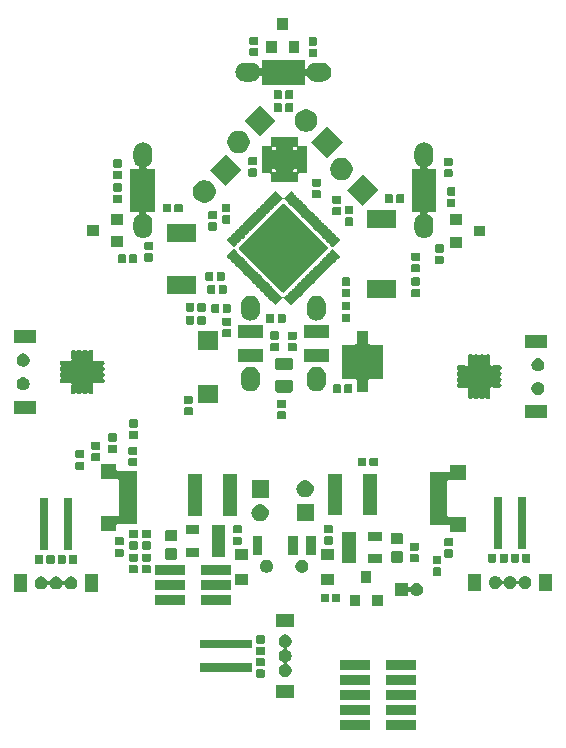
<source format=gts>
G04 #@! TF.GenerationSoftware,KiCad,Pcbnew,(5.0.1-3-g963ef8bb5)*
G04 #@! TF.CreationDate,2019-10-10T01:43:39+09:00*
G04 #@! TF.ProjectId,mouse_v2,6D6F7573655F76322E6B696361645F70,rev?*
G04 #@! TF.SameCoordinates,Original*
G04 #@! TF.FileFunction,Soldermask,Top*
G04 #@! TF.FilePolarity,Negative*
%FSLAX46Y46*%
G04 Gerber Fmt 4.6, Leading zero omitted, Abs format (unit mm)*
G04 Created by KiCad (PCBNEW (5.0.1-3-g963ef8bb5)) date 2019年10月10日 木曜日 01:43:39*
%MOMM*%
%LPD*%
G01*
G04 APERTURE LIST*
%ADD10C,0.100000*%
G04 APERTURE END LIST*
D10*
G36*
X162471000Y-142271000D02*
X159969000Y-142271000D01*
X159969000Y-141429000D01*
X162471000Y-141429000D01*
X162471000Y-142271000D01*
X162471000Y-142271000D01*
G37*
G36*
X158571000Y-142271000D02*
X156069000Y-142271000D01*
X156069000Y-141429000D01*
X158571000Y-141429000D01*
X158571000Y-142271000D01*
X158571000Y-142271000D01*
G37*
G36*
X162471000Y-141001000D02*
X159969000Y-141001000D01*
X159969000Y-140159000D01*
X162471000Y-140159000D01*
X162471000Y-141001000D01*
X162471000Y-141001000D01*
G37*
G36*
X158571000Y-141001000D02*
X156069000Y-141001000D01*
X156069000Y-140159000D01*
X158571000Y-140159000D01*
X158571000Y-141001000D01*
X158571000Y-141001000D01*
G37*
G36*
X158571000Y-139731000D02*
X156069000Y-139731000D01*
X156069000Y-138889000D01*
X158571000Y-138889000D01*
X158571000Y-139731000D01*
X158571000Y-139731000D01*
G37*
G36*
X162471000Y-139731000D02*
X159969000Y-139731000D01*
X159969000Y-138889000D01*
X162471000Y-138889000D01*
X162471000Y-139731000D01*
X162471000Y-139731000D01*
G37*
G36*
X152171000Y-139561000D02*
X150669000Y-139561000D01*
X150669000Y-138459000D01*
X152171000Y-138459000D01*
X152171000Y-139561000D01*
X152171000Y-139561000D01*
G37*
G36*
X158571000Y-138461000D02*
X156069000Y-138461000D01*
X156069000Y-137619000D01*
X158571000Y-137619000D01*
X158571000Y-138461000D01*
X158571000Y-138461000D01*
G37*
G36*
X162471000Y-138461000D02*
X159969000Y-138461000D01*
X159969000Y-137619000D01*
X162471000Y-137619000D01*
X162471000Y-138461000D01*
X162471000Y-138461000D01*
G37*
G36*
X149601938Y-137186716D02*
X149622556Y-137192970D01*
X149641556Y-137203126D01*
X149658208Y-137216792D01*
X149671874Y-137233444D01*
X149682030Y-137252444D01*
X149688284Y-137273062D01*
X149691000Y-137300640D01*
X149691000Y-137759360D01*
X149688284Y-137786938D01*
X149682030Y-137807556D01*
X149671874Y-137826556D01*
X149658208Y-137843208D01*
X149641556Y-137856874D01*
X149622556Y-137867030D01*
X149601938Y-137873284D01*
X149574360Y-137876000D01*
X149065640Y-137876000D01*
X149038062Y-137873284D01*
X149017444Y-137867030D01*
X148998444Y-137856874D01*
X148981792Y-137843208D01*
X148968126Y-137826556D01*
X148957970Y-137807556D01*
X148951716Y-137786938D01*
X148949000Y-137759360D01*
X148949000Y-137300640D01*
X148951716Y-137273062D01*
X148957970Y-137252444D01*
X148968126Y-137233444D01*
X148981792Y-137216792D01*
X148998444Y-137203126D01*
X149017444Y-137192970D01*
X149038062Y-137186716D01*
X149065640Y-137184000D01*
X149574360Y-137184000D01*
X149601938Y-137186716D01*
X149601938Y-137186716D01*
G37*
G36*
X151580721Y-134230174D02*
X151680995Y-134271709D01*
X151771245Y-134332012D01*
X151847988Y-134408755D01*
X151908291Y-134499005D01*
X151949826Y-134599279D01*
X151971000Y-134705730D01*
X151971000Y-134814270D01*
X151949826Y-134920721D01*
X151908291Y-135020995D01*
X151847988Y-135111245D01*
X151771245Y-135187988D01*
X151680995Y-135248291D01*
X151629756Y-135269515D01*
X151608145Y-135281066D01*
X151589203Y-135296612D01*
X151573657Y-135315554D01*
X151562106Y-135337165D01*
X151554993Y-135360614D01*
X151552591Y-135385000D01*
X151554993Y-135409386D01*
X151562106Y-135432835D01*
X151573657Y-135454446D01*
X151589203Y-135473388D01*
X151608145Y-135488934D01*
X151629756Y-135500485D01*
X151680995Y-135521709D01*
X151771245Y-135582012D01*
X151847988Y-135658755D01*
X151908291Y-135749005D01*
X151949826Y-135849279D01*
X151971000Y-135955730D01*
X151971000Y-136064270D01*
X151949826Y-136170721D01*
X151908291Y-136270995D01*
X151847988Y-136361245D01*
X151771245Y-136437988D01*
X151680995Y-136498291D01*
X151629756Y-136519515D01*
X151608145Y-136531066D01*
X151589203Y-136546612D01*
X151573657Y-136565554D01*
X151562106Y-136587165D01*
X151554993Y-136610614D01*
X151552591Y-136635000D01*
X151554993Y-136659386D01*
X151562106Y-136682835D01*
X151573657Y-136704446D01*
X151589203Y-136723388D01*
X151608145Y-136738934D01*
X151629756Y-136750485D01*
X151680995Y-136771709D01*
X151771245Y-136832012D01*
X151847988Y-136908755D01*
X151908291Y-136999005D01*
X151949826Y-137099279D01*
X151971000Y-137205730D01*
X151971000Y-137314270D01*
X151949826Y-137420721D01*
X151908291Y-137520995D01*
X151847988Y-137611245D01*
X151771245Y-137687988D01*
X151680995Y-137748291D01*
X151580721Y-137789826D01*
X151474270Y-137811000D01*
X151365730Y-137811000D01*
X151259279Y-137789826D01*
X151159005Y-137748291D01*
X151068755Y-137687988D01*
X150992012Y-137611245D01*
X150931709Y-137520995D01*
X150890174Y-137420721D01*
X150869000Y-137314270D01*
X150869000Y-137205730D01*
X150890174Y-137099279D01*
X150931709Y-136999005D01*
X150992012Y-136908755D01*
X151068755Y-136832012D01*
X151159005Y-136771709D01*
X151210244Y-136750485D01*
X151231855Y-136738934D01*
X151250797Y-136723388D01*
X151266343Y-136704446D01*
X151277894Y-136682835D01*
X151285007Y-136659386D01*
X151287409Y-136635000D01*
X151285007Y-136610614D01*
X151277894Y-136587165D01*
X151266343Y-136565554D01*
X151250797Y-136546612D01*
X151231855Y-136531066D01*
X151210244Y-136519515D01*
X151159005Y-136498291D01*
X151068755Y-136437988D01*
X150992012Y-136361245D01*
X150931709Y-136270995D01*
X150890174Y-136170721D01*
X150869000Y-136064270D01*
X150869000Y-135955730D01*
X150890174Y-135849279D01*
X150931709Y-135749005D01*
X150992012Y-135658755D01*
X151068755Y-135582012D01*
X151159005Y-135521709D01*
X151210244Y-135500485D01*
X151231855Y-135488934D01*
X151250797Y-135473388D01*
X151266343Y-135454446D01*
X151277894Y-135432835D01*
X151285007Y-135409386D01*
X151287409Y-135385000D01*
X151285007Y-135360614D01*
X151277894Y-135337165D01*
X151266343Y-135315554D01*
X151250797Y-135296612D01*
X151231855Y-135281066D01*
X151210244Y-135269515D01*
X151159005Y-135248291D01*
X151068755Y-135187988D01*
X150992012Y-135111245D01*
X150931709Y-135020995D01*
X150890174Y-134920721D01*
X150869000Y-134814270D01*
X150869000Y-134705730D01*
X150890174Y-134599279D01*
X150931709Y-134499005D01*
X150992012Y-134408755D01*
X151068755Y-134332012D01*
X151159005Y-134271709D01*
X151259279Y-134230174D01*
X151365730Y-134209000D01*
X151474270Y-134209000D01*
X151580721Y-134230174D01*
X151580721Y-134230174D01*
G37*
G36*
X148596000Y-137361000D02*
X144194000Y-137361000D01*
X144194000Y-136659000D01*
X148596000Y-136659000D01*
X148596000Y-137361000D01*
X148596000Y-137361000D01*
G37*
G36*
X162471000Y-137191000D02*
X159969000Y-137191000D01*
X159969000Y-136349000D01*
X162471000Y-136349000D01*
X162471000Y-137191000D01*
X162471000Y-137191000D01*
G37*
G36*
X158571000Y-137191000D02*
X156069000Y-137191000D01*
X156069000Y-136349000D01*
X158571000Y-136349000D01*
X158571000Y-137191000D01*
X158571000Y-137191000D01*
G37*
G36*
X149601938Y-136216716D02*
X149622556Y-136222970D01*
X149641556Y-136233126D01*
X149658208Y-136246792D01*
X149671874Y-136263444D01*
X149682030Y-136282444D01*
X149688284Y-136303062D01*
X149691000Y-136330640D01*
X149691000Y-136789360D01*
X149688284Y-136816938D01*
X149682030Y-136837556D01*
X149671874Y-136856556D01*
X149658208Y-136873208D01*
X149641556Y-136886874D01*
X149622556Y-136897030D01*
X149601938Y-136903284D01*
X149574360Y-136906000D01*
X149065640Y-136906000D01*
X149038062Y-136903284D01*
X149017444Y-136897030D01*
X148998444Y-136886874D01*
X148981792Y-136873208D01*
X148968126Y-136856556D01*
X148957970Y-136837556D01*
X148951716Y-136816938D01*
X148949000Y-136789360D01*
X148949000Y-136330640D01*
X148951716Y-136303062D01*
X148957970Y-136282444D01*
X148968126Y-136263444D01*
X148981792Y-136246792D01*
X148998444Y-136233126D01*
X149017444Y-136222970D01*
X149038062Y-136216716D01*
X149065640Y-136214000D01*
X149574360Y-136214000D01*
X149601938Y-136216716D01*
X149601938Y-136216716D01*
G37*
G36*
X149601938Y-135266716D02*
X149622556Y-135272970D01*
X149641556Y-135283126D01*
X149658208Y-135296792D01*
X149671874Y-135313444D01*
X149682030Y-135332444D01*
X149688284Y-135353062D01*
X149691000Y-135380640D01*
X149691000Y-135839360D01*
X149688284Y-135866938D01*
X149682030Y-135887556D01*
X149671874Y-135906556D01*
X149658208Y-135923208D01*
X149641556Y-135936874D01*
X149622556Y-135947030D01*
X149601938Y-135953284D01*
X149574360Y-135956000D01*
X149065640Y-135956000D01*
X149038062Y-135953284D01*
X149017444Y-135947030D01*
X148998444Y-135936874D01*
X148981792Y-135923208D01*
X148968126Y-135906556D01*
X148957970Y-135887556D01*
X148951716Y-135866938D01*
X148949000Y-135839360D01*
X148949000Y-135380640D01*
X148951716Y-135353062D01*
X148957970Y-135332444D01*
X148968126Y-135313444D01*
X148981792Y-135296792D01*
X148998444Y-135283126D01*
X149017444Y-135272970D01*
X149038062Y-135266716D01*
X149065640Y-135264000D01*
X149574360Y-135264000D01*
X149601938Y-135266716D01*
X149601938Y-135266716D01*
G37*
G36*
X148596000Y-135361000D02*
X144194000Y-135361000D01*
X144194000Y-134659000D01*
X148596000Y-134659000D01*
X148596000Y-135361000D01*
X148596000Y-135361000D01*
G37*
G36*
X149601938Y-134296716D02*
X149622556Y-134302970D01*
X149641556Y-134313126D01*
X149658208Y-134326792D01*
X149671874Y-134343444D01*
X149682030Y-134362444D01*
X149688284Y-134383062D01*
X149691000Y-134410640D01*
X149691000Y-134869360D01*
X149688284Y-134896938D01*
X149682030Y-134917556D01*
X149671874Y-134936556D01*
X149658208Y-134953208D01*
X149641556Y-134966874D01*
X149622556Y-134977030D01*
X149601938Y-134983284D01*
X149574360Y-134986000D01*
X149065640Y-134986000D01*
X149038062Y-134983284D01*
X149017444Y-134977030D01*
X148998444Y-134966874D01*
X148981792Y-134953208D01*
X148968126Y-134936556D01*
X148957970Y-134917556D01*
X148951716Y-134896938D01*
X148949000Y-134869360D01*
X148949000Y-134410640D01*
X148951716Y-134383062D01*
X148957970Y-134362444D01*
X148968126Y-134343444D01*
X148981792Y-134326792D01*
X148998444Y-134313126D01*
X149017444Y-134302970D01*
X149038062Y-134296716D01*
X149065640Y-134294000D01*
X149574360Y-134294000D01*
X149601938Y-134296716D01*
X149601938Y-134296716D01*
G37*
G36*
X152171000Y-133561000D02*
X150669000Y-133561000D01*
X150669000Y-132459000D01*
X152171000Y-132459000D01*
X152171000Y-133561000D01*
X152171000Y-133561000D01*
G37*
G36*
X159671000Y-131841000D02*
X158769000Y-131841000D01*
X158769000Y-130839000D01*
X159671000Y-130839000D01*
X159671000Y-131841000D01*
X159671000Y-131841000D01*
G37*
G36*
X157771000Y-131841000D02*
X156869000Y-131841000D01*
X156869000Y-130839000D01*
X157771000Y-130839000D01*
X157771000Y-131841000D01*
X157771000Y-131841000D01*
G37*
G36*
X146821000Y-131701000D02*
X144319000Y-131701000D01*
X144319000Y-130859000D01*
X146821000Y-130859000D01*
X146821000Y-131701000D01*
X146821000Y-131701000D01*
G37*
G36*
X142921000Y-131701000D02*
X140419000Y-131701000D01*
X140419000Y-130859000D01*
X142921000Y-130859000D01*
X142921000Y-131701000D01*
X142921000Y-131701000D01*
G37*
G36*
X155996938Y-130771716D02*
X156017556Y-130777970D01*
X156036556Y-130788126D01*
X156053208Y-130801792D01*
X156066874Y-130818444D01*
X156077030Y-130837444D01*
X156083284Y-130858062D01*
X156086000Y-130885640D01*
X156086000Y-131394360D01*
X156083284Y-131421938D01*
X156077030Y-131442556D01*
X156066874Y-131461556D01*
X156053208Y-131478208D01*
X156036556Y-131491874D01*
X156017556Y-131502030D01*
X155996938Y-131508284D01*
X155969360Y-131511000D01*
X155510640Y-131511000D01*
X155483062Y-131508284D01*
X155462444Y-131502030D01*
X155443444Y-131491874D01*
X155426792Y-131478208D01*
X155413126Y-131461556D01*
X155402970Y-131442556D01*
X155396716Y-131421938D01*
X155394000Y-131394360D01*
X155394000Y-130885640D01*
X155396716Y-130858062D01*
X155402970Y-130837444D01*
X155413126Y-130818444D01*
X155426792Y-130801792D01*
X155443444Y-130788126D01*
X155462444Y-130777970D01*
X155483062Y-130771716D01*
X155510640Y-130769000D01*
X155969360Y-130769000D01*
X155996938Y-130771716D01*
X155996938Y-130771716D01*
G37*
G36*
X155026938Y-130771716D02*
X155047556Y-130777970D01*
X155066556Y-130788126D01*
X155083208Y-130801792D01*
X155096874Y-130818444D01*
X155107030Y-130837444D01*
X155113284Y-130858062D01*
X155116000Y-130885640D01*
X155116000Y-131394360D01*
X155113284Y-131421938D01*
X155107030Y-131442556D01*
X155096874Y-131461556D01*
X155083208Y-131478208D01*
X155066556Y-131491874D01*
X155047556Y-131502030D01*
X155026938Y-131508284D01*
X154999360Y-131511000D01*
X154540640Y-131511000D01*
X154513062Y-131508284D01*
X154492444Y-131502030D01*
X154473444Y-131491874D01*
X154456792Y-131478208D01*
X154443126Y-131461556D01*
X154432970Y-131442556D01*
X154426716Y-131421938D01*
X154424000Y-131394360D01*
X154424000Y-130885640D01*
X154426716Y-130858062D01*
X154432970Y-130837444D01*
X154443126Y-130818444D01*
X154456792Y-130801792D01*
X154473444Y-130788126D01*
X154492444Y-130777970D01*
X154513062Y-130771716D01*
X154540640Y-130769000D01*
X154999360Y-130769000D01*
X155026938Y-130771716D01*
X155026938Y-130771716D01*
G37*
G36*
X161821000Y-130067262D02*
X161823402Y-130091648D01*
X161830515Y-130115097D01*
X161842066Y-130136708D01*
X161857612Y-130155650D01*
X161876554Y-130171196D01*
X161898165Y-130182747D01*
X161921614Y-130189860D01*
X161946000Y-130192262D01*
X161970386Y-130189860D01*
X161993835Y-130182747D01*
X162015446Y-130171196D01*
X162034388Y-130155650D01*
X162056236Y-130126192D01*
X162079644Y-130082400D01*
X162148499Y-129998499D01*
X162232400Y-129929644D01*
X162328121Y-129878479D01*
X162431985Y-129846973D01*
X162512933Y-129839000D01*
X162567067Y-129839000D01*
X162648015Y-129846973D01*
X162751879Y-129878479D01*
X162847600Y-129929644D01*
X162931501Y-129998499D01*
X163000356Y-130082400D01*
X163051521Y-130178121D01*
X163083027Y-130281985D01*
X163093666Y-130390000D01*
X163083027Y-130498015D01*
X163051521Y-130601879D01*
X163000356Y-130697600D01*
X162931501Y-130781501D01*
X162847600Y-130850356D01*
X162751879Y-130901521D01*
X162648015Y-130933027D01*
X162567067Y-130941000D01*
X162512933Y-130941000D01*
X162431985Y-130933027D01*
X162328121Y-130901521D01*
X162232400Y-130850356D01*
X162148499Y-130781501D01*
X162079644Y-130697600D01*
X162056234Y-130653805D01*
X162042626Y-130633439D01*
X162025299Y-130616111D01*
X162004924Y-130602498D01*
X161982285Y-130593120D01*
X161958252Y-130588340D01*
X161933748Y-130588340D01*
X161909714Y-130593121D01*
X161887075Y-130602498D01*
X161866701Y-130616112D01*
X161849373Y-130633439D01*
X161835760Y-130653814D01*
X161826382Y-130676453D01*
X161821000Y-130712738D01*
X161821000Y-130941000D01*
X160719000Y-130941000D01*
X160719000Y-129839000D01*
X161821000Y-129839000D01*
X161821000Y-130067262D01*
X161821000Y-130067262D01*
G37*
G36*
X135571000Y-130611000D02*
X134469000Y-130611000D01*
X134469000Y-129109000D01*
X135571000Y-129109000D01*
X135571000Y-130611000D01*
X135571000Y-130611000D01*
G37*
G36*
X129571000Y-130611000D02*
X128469000Y-130611000D01*
X128469000Y-129109000D01*
X129571000Y-129109000D01*
X129571000Y-130611000D01*
X129571000Y-130611000D01*
G37*
G36*
X168021000Y-130561000D02*
X166919000Y-130561000D01*
X166919000Y-129059000D01*
X168021000Y-129059000D01*
X168021000Y-130561000D01*
X168021000Y-130561000D01*
G37*
G36*
X174021000Y-130561000D02*
X172919000Y-130561000D01*
X172919000Y-129059000D01*
X174021000Y-129059000D01*
X174021000Y-130561000D01*
X174021000Y-130561000D01*
G37*
G36*
X146821000Y-130431000D02*
X144319000Y-130431000D01*
X144319000Y-129589000D01*
X146821000Y-129589000D01*
X146821000Y-130431000D01*
X146821000Y-130431000D01*
G37*
G36*
X142921000Y-130431000D02*
X140419000Y-130431000D01*
X140419000Y-129589000D01*
X142921000Y-129589000D01*
X142921000Y-130431000D01*
X142921000Y-130431000D01*
G37*
G36*
X130930721Y-129330174D02*
X131030995Y-129371709D01*
X131121245Y-129432012D01*
X131197988Y-129508755D01*
X131258291Y-129599005D01*
X131279515Y-129650244D01*
X131291066Y-129671855D01*
X131306612Y-129690797D01*
X131325554Y-129706343D01*
X131347165Y-129717894D01*
X131370614Y-129725007D01*
X131395000Y-129727409D01*
X131419386Y-129725007D01*
X131442835Y-129717894D01*
X131464446Y-129706343D01*
X131483388Y-129690797D01*
X131498934Y-129671855D01*
X131510485Y-129650244D01*
X131531709Y-129599005D01*
X131592012Y-129508755D01*
X131668755Y-129432012D01*
X131759005Y-129371709D01*
X131859279Y-129330174D01*
X131965730Y-129309000D01*
X132074270Y-129309000D01*
X132180721Y-129330174D01*
X132280995Y-129371709D01*
X132371245Y-129432012D01*
X132447988Y-129508755D01*
X132508291Y-129599005D01*
X132529515Y-129650244D01*
X132541066Y-129671855D01*
X132556612Y-129690797D01*
X132575554Y-129706343D01*
X132597165Y-129717894D01*
X132620614Y-129725007D01*
X132645000Y-129727409D01*
X132669386Y-129725007D01*
X132692835Y-129717894D01*
X132714446Y-129706343D01*
X132733388Y-129690797D01*
X132748934Y-129671855D01*
X132760485Y-129650244D01*
X132781709Y-129599005D01*
X132842012Y-129508755D01*
X132918755Y-129432012D01*
X133009005Y-129371709D01*
X133109279Y-129330174D01*
X133215730Y-129309000D01*
X133324270Y-129309000D01*
X133430721Y-129330174D01*
X133530995Y-129371709D01*
X133621245Y-129432012D01*
X133697988Y-129508755D01*
X133758291Y-129599005D01*
X133799826Y-129699279D01*
X133821000Y-129805730D01*
X133821000Y-129914270D01*
X133799826Y-130020721D01*
X133758291Y-130120995D01*
X133697988Y-130211245D01*
X133621245Y-130287988D01*
X133530995Y-130348291D01*
X133430721Y-130389826D01*
X133324270Y-130411000D01*
X133215730Y-130411000D01*
X133109279Y-130389826D01*
X133009005Y-130348291D01*
X132918755Y-130287988D01*
X132842012Y-130211245D01*
X132781709Y-130120995D01*
X132760485Y-130069756D01*
X132748934Y-130048145D01*
X132733388Y-130029203D01*
X132714446Y-130013657D01*
X132692835Y-130002106D01*
X132669386Y-129994993D01*
X132645000Y-129992591D01*
X132620614Y-129994993D01*
X132597165Y-130002106D01*
X132575554Y-130013657D01*
X132556612Y-130029203D01*
X132541066Y-130048145D01*
X132529515Y-130069756D01*
X132508291Y-130120995D01*
X132447988Y-130211245D01*
X132371245Y-130287988D01*
X132280995Y-130348291D01*
X132180721Y-130389826D01*
X132074270Y-130411000D01*
X131965730Y-130411000D01*
X131859279Y-130389826D01*
X131759005Y-130348291D01*
X131668755Y-130287988D01*
X131592012Y-130211245D01*
X131531709Y-130120995D01*
X131510485Y-130069756D01*
X131498934Y-130048145D01*
X131483388Y-130029203D01*
X131464446Y-130013657D01*
X131442835Y-130002106D01*
X131419386Y-129994993D01*
X131395000Y-129992591D01*
X131370614Y-129994993D01*
X131347165Y-130002106D01*
X131325554Y-130013657D01*
X131306612Y-130029203D01*
X131291066Y-130048145D01*
X131279515Y-130069756D01*
X131258291Y-130120995D01*
X131197988Y-130211245D01*
X131121245Y-130287988D01*
X131030995Y-130348291D01*
X130930721Y-130389826D01*
X130824270Y-130411000D01*
X130715730Y-130411000D01*
X130609279Y-130389826D01*
X130509005Y-130348291D01*
X130418755Y-130287988D01*
X130342012Y-130211245D01*
X130281709Y-130120995D01*
X130240174Y-130020721D01*
X130219000Y-129914270D01*
X130219000Y-129805730D01*
X130240174Y-129699279D01*
X130281709Y-129599005D01*
X130342012Y-129508755D01*
X130418755Y-129432012D01*
X130509005Y-129371709D01*
X130609279Y-129330174D01*
X130715730Y-129309000D01*
X130824270Y-129309000D01*
X130930721Y-129330174D01*
X130930721Y-129330174D01*
G37*
G36*
X169380721Y-129280174D02*
X169480995Y-129321709D01*
X169571245Y-129382012D01*
X169647988Y-129458755D01*
X169708291Y-129549005D01*
X169729515Y-129600244D01*
X169741066Y-129621855D01*
X169756612Y-129640797D01*
X169775554Y-129656343D01*
X169797165Y-129667894D01*
X169820614Y-129675007D01*
X169845000Y-129677409D01*
X169869386Y-129675007D01*
X169892835Y-129667894D01*
X169914446Y-129656343D01*
X169933388Y-129640797D01*
X169948934Y-129621855D01*
X169960485Y-129600244D01*
X169981709Y-129549005D01*
X170042012Y-129458755D01*
X170118755Y-129382012D01*
X170209005Y-129321709D01*
X170309279Y-129280174D01*
X170415730Y-129259000D01*
X170524270Y-129259000D01*
X170630721Y-129280174D01*
X170730995Y-129321709D01*
X170821245Y-129382012D01*
X170897988Y-129458755D01*
X170958291Y-129549005D01*
X170979515Y-129600244D01*
X170991066Y-129621855D01*
X171006612Y-129640797D01*
X171025554Y-129656343D01*
X171047165Y-129667894D01*
X171070614Y-129675007D01*
X171095000Y-129677409D01*
X171119386Y-129675007D01*
X171142835Y-129667894D01*
X171164446Y-129656343D01*
X171183388Y-129640797D01*
X171198934Y-129621855D01*
X171210485Y-129600244D01*
X171231709Y-129549005D01*
X171292012Y-129458755D01*
X171368755Y-129382012D01*
X171459005Y-129321709D01*
X171559279Y-129280174D01*
X171665730Y-129259000D01*
X171774270Y-129259000D01*
X171880721Y-129280174D01*
X171980995Y-129321709D01*
X172071245Y-129382012D01*
X172147988Y-129458755D01*
X172208291Y-129549005D01*
X172249826Y-129649279D01*
X172271000Y-129755730D01*
X172271000Y-129864270D01*
X172249826Y-129970721D01*
X172208291Y-130070995D01*
X172147988Y-130161245D01*
X172071245Y-130237988D01*
X171980995Y-130298291D01*
X171880721Y-130339826D01*
X171774270Y-130361000D01*
X171665730Y-130361000D01*
X171559279Y-130339826D01*
X171459005Y-130298291D01*
X171368755Y-130237988D01*
X171292012Y-130161245D01*
X171231709Y-130070995D01*
X171210485Y-130019756D01*
X171198934Y-129998145D01*
X171183388Y-129979203D01*
X171164446Y-129963657D01*
X171142835Y-129952106D01*
X171119386Y-129944993D01*
X171095000Y-129942591D01*
X171070614Y-129944993D01*
X171047165Y-129952106D01*
X171025554Y-129963657D01*
X171006612Y-129979203D01*
X170991066Y-129998145D01*
X170979515Y-130019756D01*
X170958291Y-130070995D01*
X170897988Y-130161245D01*
X170821245Y-130237988D01*
X170730995Y-130298291D01*
X170630721Y-130339826D01*
X170524270Y-130361000D01*
X170415730Y-130361000D01*
X170309279Y-130339826D01*
X170209005Y-130298291D01*
X170118755Y-130237988D01*
X170042012Y-130161245D01*
X169981709Y-130070995D01*
X169960485Y-130019756D01*
X169948934Y-129998145D01*
X169933388Y-129979203D01*
X169914446Y-129963657D01*
X169892835Y-129952106D01*
X169869386Y-129944993D01*
X169845000Y-129942591D01*
X169820614Y-129944993D01*
X169797165Y-129952106D01*
X169775554Y-129963657D01*
X169756612Y-129979203D01*
X169741066Y-129998145D01*
X169729515Y-130019756D01*
X169708291Y-130070995D01*
X169647988Y-130161245D01*
X169571245Y-130237988D01*
X169480995Y-130298291D01*
X169380721Y-130339826D01*
X169274270Y-130361000D01*
X169165730Y-130361000D01*
X169059279Y-130339826D01*
X168959005Y-130298291D01*
X168868755Y-130237988D01*
X168792012Y-130161245D01*
X168731709Y-130070995D01*
X168690174Y-129970721D01*
X168669000Y-129864270D01*
X168669000Y-129755730D01*
X168690174Y-129649279D01*
X168731709Y-129549005D01*
X168792012Y-129458755D01*
X168868755Y-129382012D01*
X168959005Y-129321709D01*
X169059279Y-129280174D01*
X169165730Y-129259000D01*
X169274270Y-129259000D01*
X169380721Y-129280174D01*
X169380721Y-129280174D01*
G37*
G36*
X155541000Y-129991000D02*
X154439000Y-129991000D01*
X154439000Y-129089000D01*
X155541000Y-129089000D01*
X155541000Y-129991000D01*
X155541000Y-129991000D01*
G37*
G36*
X148241000Y-129991000D02*
X147139000Y-129991000D01*
X147139000Y-129089000D01*
X148241000Y-129089000D01*
X148241000Y-129991000D01*
X148241000Y-129991000D01*
G37*
G36*
X158721000Y-129841000D02*
X157819000Y-129841000D01*
X157819000Y-128839000D01*
X158721000Y-128839000D01*
X158721000Y-129841000D01*
X158721000Y-129841000D01*
G37*
G36*
X164551938Y-128546716D02*
X164572556Y-128552970D01*
X164591556Y-128563126D01*
X164608208Y-128576792D01*
X164621874Y-128593444D01*
X164632030Y-128612444D01*
X164638284Y-128633062D01*
X164641000Y-128660640D01*
X164641000Y-129119360D01*
X164638284Y-129146938D01*
X164632030Y-129167556D01*
X164621874Y-129186556D01*
X164608208Y-129203208D01*
X164591556Y-129216874D01*
X164572556Y-129227030D01*
X164551938Y-129233284D01*
X164524360Y-129236000D01*
X164015640Y-129236000D01*
X163988062Y-129233284D01*
X163967444Y-129227030D01*
X163948444Y-129216874D01*
X163931792Y-129203208D01*
X163918126Y-129186556D01*
X163907970Y-129167556D01*
X163901716Y-129146938D01*
X163899000Y-129119360D01*
X163899000Y-128660640D01*
X163901716Y-128633062D01*
X163907970Y-128612444D01*
X163918126Y-128593444D01*
X163931792Y-128576792D01*
X163948444Y-128563126D01*
X163967444Y-128552970D01*
X163988062Y-128546716D01*
X164015640Y-128544000D01*
X164524360Y-128544000D01*
X164551938Y-128546716D01*
X164551938Y-128546716D01*
G37*
G36*
X142921000Y-129161000D02*
X140419000Y-129161000D01*
X140419000Y-128319000D01*
X142921000Y-128319000D01*
X142921000Y-129161000D01*
X142921000Y-129161000D01*
G37*
G36*
X146821000Y-129161000D02*
X144319000Y-129161000D01*
X144319000Y-128319000D01*
X146821000Y-128319000D01*
X146821000Y-129161000D01*
X146821000Y-129161000D01*
G37*
G36*
X138851938Y-128336716D02*
X138872556Y-128342970D01*
X138891556Y-128353126D01*
X138908208Y-128366792D01*
X138921874Y-128383444D01*
X138932030Y-128402444D01*
X138938284Y-128423062D01*
X138941000Y-128450640D01*
X138941000Y-128909360D01*
X138938284Y-128936938D01*
X138932030Y-128957556D01*
X138921874Y-128976556D01*
X138908208Y-128993208D01*
X138891556Y-129006874D01*
X138872556Y-129017030D01*
X138851938Y-129023284D01*
X138824360Y-129026000D01*
X138315640Y-129026000D01*
X138288062Y-129023284D01*
X138267444Y-129017030D01*
X138248444Y-129006874D01*
X138231792Y-128993208D01*
X138218126Y-128976556D01*
X138207970Y-128957556D01*
X138201716Y-128936938D01*
X138199000Y-128909360D01*
X138199000Y-128450640D01*
X138201716Y-128423062D01*
X138207970Y-128402444D01*
X138218126Y-128383444D01*
X138231792Y-128366792D01*
X138248444Y-128353126D01*
X138267444Y-128342970D01*
X138288062Y-128336716D01*
X138315640Y-128334000D01*
X138824360Y-128334000D01*
X138851938Y-128336716D01*
X138851938Y-128336716D01*
G37*
G36*
X139951938Y-128336716D02*
X139972556Y-128342970D01*
X139991556Y-128353126D01*
X140008208Y-128366792D01*
X140021874Y-128383444D01*
X140032030Y-128402444D01*
X140038284Y-128423062D01*
X140041000Y-128450640D01*
X140041000Y-128909360D01*
X140038284Y-128936938D01*
X140032030Y-128957556D01*
X140021874Y-128976556D01*
X140008208Y-128993208D01*
X139991556Y-129006874D01*
X139972556Y-129017030D01*
X139951938Y-129023284D01*
X139924360Y-129026000D01*
X139415640Y-129026000D01*
X139388062Y-129023284D01*
X139367444Y-129017030D01*
X139348444Y-129006874D01*
X139331792Y-128993208D01*
X139318126Y-128976556D01*
X139307970Y-128957556D01*
X139301716Y-128936938D01*
X139299000Y-128909360D01*
X139299000Y-128450640D01*
X139301716Y-128423062D01*
X139307970Y-128402444D01*
X139318126Y-128383444D01*
X139331792Y-128366792D01*
X139348444Y-128353126D01*
X139367444Y-128342970D01*
X139388062Y-128336716D01*
X139415640Y-128334000D01*
X139924360Y-128334000D01*
X139951938Y-128336716D01*
X139951938Y-128336716D01*
G37*
G36*
X153000721Y-127910174D02*
X153100995Y-127951709D01*
X153191245Y-128012012D01*
X153267988Y-128088755D01*
X153328291Y-128179005D01*
X153369826Y-128279279D01*
X153391000Y-128385730D01*
X153391000Y-128494270D01*
X153369826Y-128600721D01*
X153328291Y-128700995D01*
X153267988Y-128791245D01*
X153191245Y-128867988D01*
X153100995Y-128928291D01*
X153000721Y-128969826D01*
X152894270Y-128991000D01*
X152785730Y-128991000D01*
X152679279Y-128969826D01*
X152579005Y-128928291D01*
X152488755Y-128867988D01*
X152412012Y-128791245D01*
X152351709Y-128700995D01*
X152310174Y-128600721D01*
X152289000Y-128494270D01*
X152289000Y-128385730D01*
X152310174Y-128279279D01*
X152351709Y-128179005D01*
X152412012Y-128088755D01*
X152488755Y-128012012D01*
X152579005Y-127951709D01*
X152679279Y-127910174D01*
X152785730Y-127889000D01*
X152894270Y-127889000D01*
X153000721Y-127910174D01*
X153000721Y-127910174D01*
G37*
G36*
X150000721Y-127910174D02*
X150100995Y-127951709D01*
X150191245Y-128012012D01*
X150267988Y-128088755D01*
X150328291Y-128179005D01*
X150369826Y-128279279D01*
X150391000Y-128385730D01*
X150391000Y-128494270D01*
X150369826Y-128600721D01*
X150328291Y-128700995D01*
X150267988Y-128791245D01*
X150191245Y-128867988D01*
X150100995Y-128928291D01*
X150000721Y-128969826D01*
X149894270Y-128991000D01*
X149785730Y-128991000D01*
X149679279Y-128969826D01*
X149579005Y-128928291D01*
X149488755Y-128867988D01*
X149412012Y-128791245D01*
X149351709Y-128700995D01*
X149310174Y-128600721D01*
X149289000Y-128494270D01*
X149289000Y-128385730D01*
X149310174Y-128279279D01*
X149351709Y-128179005D01*
X149412012Y-128088755D01*
X149488755Y-128012012D01*
X149579005Y-127951709D01*
X149679279Y-127910174D01*
X149785730Y-127889000D01*
X149894270Y-127889000D01*
X150000721Y-127910174D01*
X150000721Y-127910174D01*
G37*
G36*
X164551938Y-127576716D02*
X164572556Y-127582970D01*
X164591556Y-127593126D01*
X164608208Y-127606792D01*
X164621874Y-127623444D01*
X164632030Y-127642444D01*
X164638284Y-127663062D01*
X164641000Y-127690640D01*
X164641000Y-128149360D01*
X164638284Y-128176938D01*
X164632030Y-128197556D01*
X164621874Y-128216556D01*
X164608208Y-128233208D01*
X164591556Y-128246874D01*
X164572556Y-128257030D01*
X164551938Y-128263284D01*
X164524360Y-128266000D01*
X164015640Y-128266000D01*
X163988062Y-128263284D01*
X163967444Y-128257030D01*
X163948444Y-128246874D01*
X163931792Y-128233208D01*
X163918126Y-128216556D01*
X163907970Y-128197556D01*
X163901716Y-128176938D01*
X163899000Y-128149360D01*
X163899000Y-127690640D01*
X163901716Y-127663062D01*
X163907970Y-127642444D01*
X163918126Y-127623444D01*
X163931792Y-127606792D01*
X163948444Y-127593126D01*
X163967444Y-127582970D01*
X163988062Y-127576716D01*
X164015640Y-127574000D01*
X164524360Y-127574000D01*
X164551938Y-127576716D01*
X164551938Y-127576716D01*
G37*
G36*
X131811938Y-127491716D02*
X131832556Y-127497970D01*
X131851556Y-127508126D01*
X131868208Y-127521792D01*
X131881874Y-127538444D01*
X131892030Y-127557444D01*
X131898284Y-127578062D01*
X131901000Y-127605640D01*
X131901000Y-128114360D01*
X131898284Y-128141938D01*
X131892030Y-128162556D01*
X131881874Y-128181556D01*
X131868208Y-128198208D01*
X131851556Y-128211874D01*
X131832556Y-128222030D01*
X131811938Y-128228284D01*
X131784360Y-128231000D01*
X131325640Y-128231000D01*
X131298062Y-128228284D01*
X131277444Y-128222030D01*
X131258444Y-128211874D01*
X131241792Y-128198208D01*
X131228126Y-128181556D01*
X131217970Y-128162556D01*
X131211716Y-128141938D01*
X131209000Y-128114360D01*
X131209000Y-127605640D01*
X131211716Y-127578062D01*
X131217970Y-127557444D01*
X131228126Y-127538444D01*
X131241792Y-127521792D01*
X131258444Y-127508126D01*
X131277444Y-127497970D01*
X131298062Y-127491716D01*
X131325640Y-127489000D01*
X131784360Y-127489000D01*
X131811938Y-127491716D01*
X131811938Y-127491716D01*
G37*
G36*
X130841938Y-127491716D02*
X130862556Y-127497970D01*
X130881556Y-127508126D01*
X130898208Y-127521792D01*
X130911874Y-127538444D01*
X130922030Y-127557444D01*
X130928284Y-127578062D01*
X130931000Y-127605640D01*
X130931000Y-128114360D01*
X130928284Y-128141938D01*
X130922030Y-128162556D01*
X130911874Y-128181556D01*
X130898208Y-128198208D01*
X130881556Y-128211874D01*
X130862556Y-128222030D01*
X130841938Y-128228284D01*
X130814360Y-128231000D01*
X130355640Y-128231000D01*
X130328062Y-128228284D01*
X130307444Y-128222030D01*
X130288444Y-128211874D01*
X130271792Y-128198208D01*
X130258126Y-128181556D01*
X130247970Y-128162556D01*
X130241716Y-128141938D01*
X130239000Y-128114360D01*
X130239000Y-127605640D01*
X130241716Y-127578062D01*
X130247970Y-127557444D01*
X130258126Y-127538444D01*
X130271792Y-127521792D01*
X130288444Y-127508126D01*
X130307444Y-127497970D01*
X130328062Y-127491716D01*
X130355640Y-127489000D01*
X130814360Y-127489000D01*
X130841938Y-127491716D01*
X130841938Y-127491716D01*
G37*
G36*
X133726938Y-127491716D02*
X133747556Y-127497970D01*
X133766556Y-127508126D01*
X133783208Y-127521792D01*
X133796874Y-127538444D01*
X133807030Y-127557444D01*
X133813284Y-127578062D01*
X133816000Y-127605640D01*
X133816000Y-128114360D01*
X133813284Y-128141938D01*
X133807030Y-128162556D01*
X133796874Y-128181556D01*
X133783208Y-128198208D01*
X133766556Y-128211874D01*
X133747556Y-128222030D01*
X133726938Y-128228284D01*
X133699360Y-128231000D01*
X133240640Y-128231000D01*
X133213062Y-128228284D01*
X133192444Y-128222030D01*
X133173444Y-128211874D01*
X133156792Y-128198208D01*
X133143126Y-128181556D01*
X133132970Y-128162556D01*
X133126716Y-128141938D01*
X133124000Y-128114360D01*
X133124000Y-127605640D01*
X133126716Y-127578062D01*
X133132970Y-127557444D01*
X133143126Y-127538444D01*
X133156792Y-127521792D01*
X133173444Y-127508126D01*
X133192444Y-127497970D01*
X133213062Y-127491716D01*
X133240640Y-127489000D01*
X133699360Y-127489000D01*
X133726938Y-127491716D01*
X133726938Y-127491716D01*
G37*
G36*
X132756938Y-127491716D02*
X132777556Y-127497970D01*
X132796556Y-127508126D01*
X132813208Y-127521792D01*
X132826874Y-127538444D01*
X132837030Y-127557444D01*
X132843284Y-127578062D01*
X132846000Y-127605640D01*
X132846000Y-128114360D01*
X132843284Y-128141938D01*
X132837030Y-128162556D01*
X132826874Y-128181556D01*
X132813208Y-128198208D01*
X132796556Y-128211874D01*
X132777556Y-128222030D01*
X132756938Y-128228284D01*
X132729360Y-128231000D01*
X132270640Y-128231000D01*
X132243062Y-128228284D01*
X132222444Y-128222030D01*
X132203444Y-128211874D01*
X132186792Y-128198208D01*
X132173126Y-128181556D01*
X132162970Y-128162556D01*
X132156716Y-128141938D01*
X132154000Y-128114360D01*
X132154000Y-127605640D01*
X132156716Y-127578062D01*
X132162970Y-127557444D01*
X132173126Y-127538444D01*
X132186792Y-127521792D01*
X132203444Y-127508126D01*
X132222444Y-127497970D01*
X132243062Y-127491716D01*
X132270640Y-127489000D01*
X132729360Y-127489000D01*
X132756938Y-127491716D01*
X132756938Y-127491716D01*
G37*
G36*
X157401000Y-128166000D02*
X156239000Y-128166000D01*
X156239000Y-125514000D01*
X157401000Y-125514000D01*
X157401000Y-128166000D01*
X157401000Y-128166000D01*
G37*
G36*
X159601000Y-128166000D02*
X158439000Y-128166000D01*
X158439000Y-127414000D01*
X159601000Y-127414000D01*
X159601000Y-128166000D01*
X159601000Y-128166000D01*
G37*
G36*
X161249591Y-127180585D02*
X161283569Y-127190893D01*
X161314887Y-127207633D01*
X161342339Y-127230161D01*
X161364867Y-127257613D01*
X161381607Y-127288931D01*
X161391915Y-127322909D01*
X161396000Y-127364390D01*
X161396000Y-127965610D01*
X161391915Y-128007091D01*
X161381607Y-128041069D01*
X161364867Y-128072387D01*
X161342339Y-128099839D01*
X161314887Y-128122367D01*
X161283569Y-128139107D01*
X161249591Y-128149415D01*
X161208110Y-128153500D01*
X160531890Y-128153500D01*
X160490409Y-128149415D01*
X160456431Y-128139107D01*
X160425113Y-128122367D01*
X160397661Y-128099839D01*
X160375133Y-128072387D01*
X160358393Y-128041069D01*
X160348085Y-128007091D01*
X160344000Y-127965610D01*
X160344000Y-127364390D01*
X160348085Y-127322909D01*
X160358393Y-127288931D01*
X160375133Y-127257613D01*
X160397661Y-127230161D01*
X160425113Y-127207633D01*
X160456431Y-127190893D01*
X160490409Y-127180585D01*
X160531890Y-127176500D01*
X161208110Y-127176500D01*
X161249591Y-127180585D01*
X161249591Y-127180585D01*
G37*
G36*
X172096938Y-127391716D02*
X172117556Y-127397970D01*
X172136556Y-127408126D01*
X172153208Y-127421792D01*
X172166874Y-127438444D01*
X172177030Y-127457444D01*
X172183284Y-127478062D01*
X172186000Y-127505640D01*
X172186000Y-128014360D01*
X172183284Y-128041938D01*
X172177030Y-128062556D01*
X172166874Y-128081556D01*
X172153208Y-128098208D01*
X172136556Y-128111874D01*
X172117556Y-128122030D01*
X172096938Y-128128284D01*
X172069360Y-128131000D01*
X171610640Y-128131000D01*
X171583062Y-128128284D01*
X171562444Y-128122030D01*
X171543444Y-128111874D01*
X171526792Y-128098208D01*
X171513126Y-128081556D01*
X171502970Y-128062556D01*
X171496716Y-128041938D01*
X171494000Y-128014360D01*
X171494000Y-127505640D01*
X171496716Y-127478062D01*
X171502970Y-127457444D01*
X171513126Y-127438444D01*
X171526792Y-127421792D01*
X171543444Y-127408126D01*
X171562444Y-127397970D01*
X171583062Y-127391716D01*
X171610640Y-127389000D01*
X172069360Y-127389000D01*
X172096938Y-127391716D01*
X172096938Y-127391716D01*
G37*
G36*
X171126938Y-127391716D02*
X171147556Y-127397970D01*
X171166556Y-127408126D01*
X171183208Y-127421792D01*
X171196874Y-127438444D01*
X171207030Y-127457444D01*
X171213284Y-127478062D01*
X171216000Y-127505640D01*
X171216000Y-128014360D01*
X171213284Y-128041938D01*
X171207030Y-128062556D01*
X171196874Y-128081556D01*
X171183208Y-128098208D01*
X171166556Y-128111874D01*
X171147556Y-128122030D01*
X171126938Y-128128284D01*
X171099360Y-128131000D01*
X170640640Y-128131000D01*
X170613062Y-128128284D01*
X170592444Y-128122030D01*
X170573444Y-128111874D01*
X170556792Y-128098208D01*
X170543126Y-128081556D01*
X170532970Y-128062556D01*
X170526716Y-128041938D01*
X170524000Y-128014360D01*
X170524000Y-127505640D01*
X170526716Y-127478062D01*
X170532970Y-127457444D01*
X170543126Y-127438444D01*
X170556792Y-127421792D01*
X170573444Y-127408126D01*
X170592444Y-127397970D01*
X170613062Y-127391716D01*
X170640640Y-127389000D01*
X171099360Y-127389000D01*
X171126938Y-127391716D01*
X171126938Y-127391716D01*
G37*
G36*
X169206938Y-127391716D02*
X169227556Y-127397970D01*
X169246556Y-127408126D01*
X169263208Y-127421792D01*
X169276874Y-127438444D01*
X169287030Y-127457444D01*
X169293284Y-127478062D01*
X169296000Y-127505640D01*
X169296000Y-128014360D01*
X169293284Y-128041938D01*
X169287030Y-128062556D01*
X169276874Y-128081556D01*
X169263208Y-128098208D01*
X169246556Y-128111874D01*
X169227556Y-128122030D01*
X169206938Y-128128284D01*
X169179360Y-128131000D01*
X168720640Y-128131000D01*
X168693062Y-128128284D01*
X168672444Y-128122030D01*
X168653444Y-128111874D01*
X168636792Y-128098208D01*
X168623126Y-128081556D01*
X168612970Y-128062556D01*
X168606716Y-128041938D01*
X168604000Y-128014360D01*
X168604000Y-127505640D01*
X168606716Y-127478062D01*
X168612970Y-127457444D01*
X168623126Y-127438444D01*
X168636792Y-127421792D01*
X168653444Y-127408126D01*
X168672444Y-127397970D01*
X168693062Y-127391716D01*
X168720640Y-127389000D01*
X169179360Y-127389000D01*
X169206938Y-127391716D01*
X169206938Y-127391716D01*
G37*
G36*
X170176938Y-127391716D02*
X170197556Y-127397970D01*
X170216556Y-127408126D01*
X170233208Y-127421792D01*
X170246874Y-127438444D01*
X170257030Y-127457444D01*
X170263284Y-127478062D01*
X170266000Y-127505640D01*
X170266000Y-128014360D01*
X170263284Y-128041938D01*
X170257030Y-128062556D01*
X170246874Y-128081556D01*
X170233208Y-128098208D01*
X170216556Y-128111874D01*
X170197556Y-128122030D01*
X170176938Y-128128284D01*
X170149360Y-128131000D01*
X169690640Y-128131000D01*
X169663062Y-128128284D01*
X169642444Y-128122030D01*
X169623444Y-128111874D01*
X169606792Y-128098208D01*
X169593126Y-128081556D01*
X169582970Y-128062556D01*
X169576716Y-128041938D01*
X169574000Y-128014360D01*
X169574000Y-127505640D01*
X169576716Y-127478062D01*
X169582970Y-127457444D01*
X169593126Y-127438444D01*
X169606792Y-127421792D01*
X169623444Y-127408126D01*
X169642444Y-127397970D01*
X169663062Y-127391716D01*
X169690640Y-127389000D01*
X170149360Y-127389000D01*
X170176938Y-127391716D01*
X170176938Y-127391716D01*
G37*
G36*
X162651938Y-127416716D02*
X162672556Y-127422970D01*
X162691556Y-127433126D01*
X162708208Y-127446792D01*
X162721874Y-127463444D01*
X162732030Y-127482444D01*
X162738284Y-127503062D01*
X162741000Y-127530640D01*
X162741000Y-127989360D01*
X162738284Y-128016938D01*
X162732030Y-128037556D01*
X162721874Y-128056556D01*
X162708208Y-128073208D01*
X162691556Y-128086874D01*
X162672556Y-128097030D01*
X162651938Y-128103284D01*
X162624360Y-128106000D01*
X162115640Y-128106000D01*
X162088062Y-128103284D01*
X162067444Y-128097030D01*
X162048444Y-128086874D01*
X162031792Y-128073208D01*
X162018126Y-128056556D01*
X162007970Y-128037556D01*
X162001716Y-128016938D01*
X161999000Y-127989360D01*
X161999000Y-127530640D01*
X162001716Y-127503062D01*
X162007970Y-127482444D01*
X162018126Y-127463444D01*
X162031792Y-127446792D01*
X162048444Y-127433126D01*
X162067444Y-127422970D01*
X162088062Y-127416716D01*
X162115640Y-127414000D01*
X162624360Y-127414000D01*
X162651938Y-127416716D01*
X162651938Y-127416716D01*
G37*
G36*
X138851938Y-127366716D02*
X138872556Y-127372970D01*
X138891556Y-127383126D01*
X138908208Y-127396792D01*
X138921874Y-127413444D01*
X138932030Y-127432444D01*
X138938284Y-127453062D01*
X138941000Y-127480640D01*
X138941000Y-127939360D01*
X138938284Y-127966938D01*
X138932030Y-127987556D01*
X138921874Y-128006556D01*
X138908208Y-128023208D01*
X138891556Y-128036874D01*
X138872556Y-128047030D01*
X138851938Y-128053284D01*
X138824360Y-128056000D01*
X138315640Y-128056000D01*
X138288062Y-128053284D01*
X138267444Y-128047030D01*
X138248444Y-128036874D01*
X138231792Y-128023208D01*
X138218126Y-128006556D01*
X138207970Y-127987556D01*
X138201716Y-127966938D01*
X138199000Y-127939360D01*
X138199000Y-127480640D01*
X138201716Y-127453062D01*
X138207970Y-127432444D01*
X138218126Y-127413444D01*
X138231792Y-127396792D01*
X138248444Y-127383126D01*
X138267444Y-127372970D01*
X138288062Y-127366716D01*
X138315640Y-127364000D01*
X138824360Y-127364000D01*
X138851938Y-127366716D01*
X138851938Y-127366716D01*
G37*
G36*
X139951938Y-127366716D02*
X139972556Y-127372970D01*
X139991556Y-127383126D01*
X140008208Y-127396792D01*
X140021874Y-127413444D01*
X140032030Y-127432444D01*
X140038284Y-127453062D01*
X140041000Y-127480640D01*
X140041000Y-127939360D01*
X140038284Y-127966938D01*
X140032030Y-127987556D01*
X140021874Y-128006556D01*
X140008208Y-128023208D01*
X139991556Y-128036874D01*
X139972556Y-128047030D01*
X139951938Y-128053284D01*
X139924360Y-128056000D01*
X139415640Y-128056000D01*
X139388062Y-128053284D01*
X139367444Y-128047030D01*
X139348444Y-128036874D01*
X139331792Y-128023208D01*
X139318126Y-128006556D01*
X139307970Y-127987556D01*
X139301716Y-127966938D01*
X139299000Y-127939360D01*
X139299000Y-127480640D01*
X139301716Y-127453062D01*
X139307970Y-127432444D01*
X139318126Y-127413444D01*
X139331792Y-127396792D01*
X139348444Y-127383126D01*
X139367444Y-127372970D01*
X139388062Y-127366716D01*
X139415640Y-127364000D01*
X139924360Y-127364000D01*
X139951938Y-127366716D01*
X139951938Y-127366716D01*
G37*
G36*
X142149591Y-126925585D02*
X142183569Y-126935893D01*
X142214887Y-126952633D01*
X142242339Y-126975161D01*
X142264867Y-127002613D01*
X142281607Y-127033931D01*
X142291915Y-127067909D01*
X142296000Y-127109390D01*
X142296000Y-127710610D01*
X142291915Y-127752091D01*
X142281607Y-127786069D01*
X142264867Y-127817387D01*
X142242339Y-127844839D01*
X142214887Y-127867367D01*
X142183569Y-127884107D01*
X142149591Y-127894415D01*
X142108110Y-127898500D01*
X141431890Y-127898500D01*
X141390409Y-127894415D01*
X141356431Y-127884107D01*
X141325113Y-127867367D01*
X141297661Y-127844839D01*
X141275133Y-127817387D01*
X141258393Y-127786069D01*
X141248085Y-127752091D01*
X141244000Y-127710610D01*
X141244000Y-127109390D01*
X141248085Y-127067909D01*
X141258393Y-127033931D01*
X141275133Y-127002613D01*
X141297661Y-126975161D01*
X141325113Y-126952633D01*
X141356431Y-126935893D01*
X141390409Y-126925585D01*
X141431890Y-126921500D01*
X142108110Y-126921500D01*
X142149591Y-126925585D01*
X142149591Y-126925585D01*
G37*
G36*
X155541000Y-127891000D02*
X154439000Y-127891000D01*
X154439000Y-126989000D01*
X155541000Y-126989000D01*
X155541000Y-127891000D01*
X155541000Y-127891000D01*
G37*
G36*
X148241000Y-127891000D02*
X147139000Y-127891000D01*
X147139000Y-126989000D01*
X148241000Y-126989000D01*
X148241000Y-127891000D01*
X148241000Y-127891000D01*
G37*
G36*
X165551938Y-127016716D02*
X165572556Y-127022970D01*
X165591556Y-127033126D01*
X165608208Y-127046792D01*
X165621874Y-127063444D01*
X165632030Y-127082444D01*
X165638284Y-127103062D01*
X165641000Y-127130640D01*
X165641000Y-127589360D01*
X165638284Y-127616938D01*
X165632030Y-127637556D01*
X165621874Y-127656556D01*
X165608208Y-127673208D01*
X165591556Y-127686874D01*
X165572556Y-127697030D01*
X165551938Y-127703284D01*
X165524360Y-127706000D01*
X165015640Y-127706000D01*
X164988062Y-127703284D01*
X164967444Y-127697030D01*
X164948444Y-127686874D01*
X164931792Y-127673208D01*
X164918126Y-127656556D01*
X164907970Y-127637556D01*
X164901716Y-127616938D01*
X164899000Y-127589360D01*
X164899000Y-127130640D01*
X164901716Y-127103062D01*
X164907970Y-127082444D01*
X164918126Y-127063444D01*
X164931792Y-127046792D01*
X164948444Y-127033126D01*
X164967444Y-127022970D01*
X164988062Y-127016716D01*
X165015640Y-127014000D01*
X165524360Y-127014000D01*
X165551938Y-127016716D01*
X165551938Y-127016716D01*
G37*
G36*
X137651938Y-126951716D02*
X137672556Y-126957970D01*
X137691556Y-126968126D01*
X137708208Y-126981792D01*
X137721874Y-126998444D01*
X137732030Y-127017444D01*
X137738284Y-127038062D01*
X137741000Y-127065640D01*
X137741000Y-127524360D01*
X137738284Y-127551938D01*
X137732030Y-127572556D01*
X137721874Y-127591556D01*
X137708208Y-127608208D01*
X137691556Y-127621874D01*
X137672556Y-127632030D01*
X137651938Y-127638284D01*
X137624360Y-127641000D01*
X137115640Y-127641000D01*
X137088062Y-127638284D01*
X137067444Y-127632030D01*
X137048444Y-127621874D01*
X137031792Y-127608208D01*
X137018126Y-127591556D01*
X137007970Y-127572556D01*
X137001716Y-127551938D01*
X136999000Y-127524360D01*
X136999000Y-127065640D01*
X137001716Y-127038062D01*
X137007970Y-127017444D01*
X137018126Y-126998444D01*
X137031792Y-126981792D01*
X137048444Y-126968126D01*
X137067444Y-126957970D01*
X137088062Y-126951716D01*
X137115640Y-126949000D01*
X137624360Y-126949000D01*
X137651938Y-126951716D01*
X137651938Y-126951716D01*
G37*
G36*
X144151000Y-127636000D02*
X142989000Y-127636000D01*
X142989000Y-126884000D01*
X144151000Y-126884000D01*
X144151000Y-127636000D01*
X144151000Y-127636000D01*
G37*
G36*
X146351000Y-127636000D02*
X145189000Y-127636000D01*
X145189000Y-124984000D01*
X146351000Y-124984000D01*
X146351000Y-127636000D01*
X146351000Y-127636000D01*
G37*
G36*
X152491000Y-127491000D02*
X151689000Y-127491000D01*
X151689000Y-125889000D01*
X152491000Y-125889000D01*
X152491000Y-127491000D01*
X152491000Y-127491000D01*
G37*
G36*
X149491000Y-127491000D02*
X148689000Y-127491000D01*
X148689000Y-125889000D01*
X149491000Y-125889000D01*
X149491000Y-127491000D01*
X149491000Y-127491000D01*
G37*
G36*
X153991000Y-127491000D02*
X153189000Y-127491000D01*
X153189000Y-125889000D01*
X153991000Y-125889000D01*
X153991000Y-127491000D01*
X153991000Y-127491000D01*
G37*
G36*
X162651938Y-126446716D02*
X162672556Y-126452970D01*
X162691556Y-126463126D01*
X162708208Y-126476792D01*
X162721874Y-126493444D01*
X162732030Y-126512444D01*
X162738284Y-126533062D01*
X162741000Y-126560640D01*
X162741000Y-127019360D01*
X162738284Y-127046938D01*
X162732030Y-127067556D01*
X162721874Y-127086556D01*
X162708208Y-127103208D01*
X162691556Y-127116874D01*
X162672556Y-127127030D01*
X162651938Y-127133284D01*
X162624360Y-127136000D01*
X162115640Y-127136000D01*
X162088062Y-127133284D01*
X162067444Y-127127030D01*
X162048444Y-127116874D01*
X162031792Y-127103208D01*
X162018126Y-127086556D01*
X162007970Y-127067556D01*
X162001716Y-127046938D01*
X161999000Y-127019360D01*
X161999000Y-126560640D01*
X162001716Y-126533062D01*
X162007970Y-126512444D01*
X162018126Y-126493444D01*
X162031792Y-126476792D01*
X162048444Y-126463126D01*
X162067444Y-126452970D01*
X162088062Y-126446716D01*
X162115640Y-126444000D01*
X162624360Y-126444000D01*
X162651938Y-126446716D01*
X162651938Y-126446716D01*
G37*
G36*
X133371000Y-127036000D02*
X132669000Y-127036000D01*
X132669000Y-122634000D01*
X133371000Y-122634000D01*
X133371000Y-127036000D01*
X133371000Y-127036000D01*
G37*
G36*
X131371000Y-127036000D02*
X130669000Y-127036000D01*
X130669000Y-122634000D01*
X131371000Y-122634000D01*
X131371000Y-127036000D01*
X131371000Y-127036000D01*
G37*
G36*
X138851938Y-126336716D02*
X138872556Y-126342970D01*
X138891556Y-126353126D01*
X138908208Y-126366792D01*
X138921874Y-126383444D01*
X138932030Y-126402444D01*
X138938284Y-126423062D01*
X138941000Y-126450640D01*
X138941000Y-126909360D01*
X138938284Y-126936938D01*
X138932030Y-126957556D01*
X138921874Y-126976556D01*
X138908208Y-126993208D01*
X138891556Y-127006874D01*
X138872556Y-127017030D01*
X138851938Y-127023284D01*
X138824360Y-127026000D01*
X138315640Y-127026000D01*
X138288062Y-127023284D01*
X138267444Y-127017030D01*
X138248444Y-127006874D01*
X138231792Y-126993208D01*
X138218126Y-126976556D01*
X138207970Y-126957556D01*
X138201716Y-126936938D01*
X138199000Y-126909360D01*
X138199000Y-126450640D01*
X138201716Y-126423062D01*
X138207970Y-126402444D01*
X138218126Y-126383444D01*
X138231792Y-126366792D01*
X138248444Y-126353126D01*
X138267444Y-126342970D01*
X138288062Y-126336716D01*
X138315640Y-126334000D01*
X138824360Y-126334000D01*
X138851938Y-126336716D01*
X138851938Y-126336716D01*
G37*
G36*
X139951938Y-126336716D02*
X139972556Y-126342970D01*
X139991556Y-126353126D01*
X140008208Y-126366792D01*
X140021874Y-126383444D01*
X140032030Y-126402444D01*
X140038284Y-126423062D01*
X140041000Y-126450640D01*
X140041000Y-126909360D01*
X140038284Y-126936938D01*
X140032030Y-126957556D01*
X140021874Y-126976556D01*
X140008208Y-126993208D01*
X139991556Y-127006874D01*
X139972556Y-127017030D01*
X139951938Y-127023284D01*
X139924360Y-127026000D01*
X139415640Y-127026000D01*
X139388062Y-127023284D01*
X139367444Y-127017030D01*
X139348444Y-127006874D01*
X139331792Y-126993208D01*
X139318126Y-126976556D01*
X139307970Y-126957556D01*
X139301716Y-126936938D01*
X139299000Y-126909360D01*
X139299000Y-126450640D01*
X139301716Y-126423062D01*
X139307970Y-126402444D01*
X139318126Y-126383444D01*
X139331792Y-126366792D01*
X139348444Y-126353126D01*
X139367444Y-126342970D01*
X139388062Y-126336716D01*
X139415640Y-126334000D01*
X139924360Y-126334000D01*
X139951938Y-126336716D01*
X139951938Y-126336716D01*
G37*
G36*
X171821000Y-126986000D02*
X171119000Y-126986000D01*
X171119000Y-122584000D01*
X171821000Y-122584000D01*
X171821000Y-126986000D01*
X171821000Y-126986000D01*
G37*
G36*
X169821000Y-126986000D02*
X169119000Y-126986000D01*
X169119000Y-122584000D01*
X169821000Y-122584000D01*
X169821000Y-126986000D01*
X169821000Y-126986000D01*
G37*
G36*
X165551938Y-126046716D02*
X165572556Y-126052970D01*
X165591556Y-126063126D01*
X165608208Y-126076792D01*
X165621874Y-126093444D01*
X165632030Y-126112444D01*
X165638284Y-126133062D01*
X165641000Y-126160640D01*
X165641000Y-126619360D01*
X165638284Y-126646938D01*
X165632030Y-126667556D01*
X165621874Y-126686556D01*
X165608208Y-126703208D01*
X165591556Y-126716874D01*
X165572556Y-126727030D01*
X165551938Y-126733284D01*
X165524360Y-126736000D01*
X165015640Y-126736000D01*
X164988062Y-126733284D01*
X164967444Y-126727030D01*
X164948444Y-126716874D01*
X164931792Y-126703208D01*
X164918126Y-126686556D01*
X164907970Y-126667556D01*
X164901716Y-126646938D01*
X164899000Y-126619360D01*
X164899000Y-126160640D01*
X164901716Y-126133062D01*
X164907970Y-126112444D01*
X164918126Y-126093444D01*
X164931792Y-126076792D01*
X164948444Y-126063126D01*
X164967444Y-126052970D01*
X164988062Y-126046716D01*
X165015640Y-126044000D01*
X165524360Y-126044000D01*
X165551938Y-126046716D01*
X165551938Y-126046716D01*
G37*
G36*
X137651938Y-125981716D02*
X137672556Y-125987970D01*
X137691556Y-125998126D01*
X137708208Y-126011792D01*
X137721874Y-126028444D01*
X137732030Y-126047444D01*
X137738284Y-126068062D01*
X137741000Y-126095640D01*
X137741000Y-126554360D01*
X137738284Y-126581938D01*
X137732030Y-126602556D01*
X137721874Y-126621556D01*
X137708208Y-126638208D01*
X137691556Y-126651874D01*
X137672556Y-126662030D01*
X137651938Y-126668284D01*
X137624360Y-126671000D01*
X137115640Y-126671000D01*
X137088062Y-126668284D01*
X137067444Y-126662030D01*
X137048444Y-126651874D01*
X137031792Y-126638208D01*
X137018126Y-126621556D01*
X137007970Y-126602556D01*
X137001716Y-126581938D01*
X136999000Y-126554360D01*
X136999000Y-126095640D01*
X137001716Y-126068062D01*
X137007970Y-126047444D01*
X137018126Y-126028444D01*
X137031792Y-126011792D01*
X137048444Y-125998126D01*
X137067444Y-125987970D01*
X137088062Y-125981716D01*
X137115640Y-125979000D01*
X137624360Y-125979000D01*
X137651938Y-125981716D01*
X137651938Y-125981716D01*
G37*
G36*
X147651938Y-125946716D02*
X147672556Y-125952970D01*
X147691556Y-125963126D01*
X147708208Y-125976792D01*
X147721874Y-125993444D01*
X147732030Y-126012444D01*
X147738284Y-126033062D01*
X147741000Y-126060640D01*
X147741000Y-126519360D01*
X147738284Y-126546938D01*
X147732030Y-126567556D01*
X147721874Y-126586556D01*
X147708208Y-126603208D01*
X147691556Y-126616874D01*
X147672556Y-126627030D01*
X147651938Y-126633284D01*
X147624360Y-126636000D01*
X147115640Y-126636000D01*
X147088062Y-126633284D01*
X147067444Y-126627030D01*
X147048444Y-126616874D01*
X147031792Y-126603208D01*
X147018126Y-126586556D01*
X147007970Y-126567556D01*
X147001716Y-126546938D01*
X146999000Y-126519360D01*
X146999000Y-126060640D01*
X147001716Y-126033062D01*
X147007970Y-126012444D01*
X147018126Y-125993444D01*
X147031792Y-125976792D01*
X147048444Y-125963126D01*
X147067444Y-125952970D01*
X147088062Y-125946716D01*
X147115640Y-125944000D01*
X147624360Y-125944000D01*
X147651938Y-125946716D01*
X147651938Y-125946716D01*
G37*
G36*
X155351938Y-125916716D02*
X155372556Y-125922970D01*
X155391556Y-125933126D01*
X155408208Y-125946792D01*
X155421874Y-125963444D01*
X155432030Y-125982444D01*
X155438284Y-126003062D01*
X155441000Y-126030640D01*
X155441000Y-126489360D01*
X155438284Y-126516938D01*
X155432030Y-126537556D01*
X155421874Y-126556556D01*
X155408208Y-126573208D01*
X155391556Y-126586874D01*
X155372556Y-126597030D01*
X155351938Y-126603284D01*
X155324360Y-126606000D01*
X154815640Y-126606000D01*
X154788062Y-126603284D01*
X154767444Y-126597030D01*
X154748444Y-126586874D01*
X154731792Y-126573208D01*
X154718126Y-126556556D01*
X154707970Y-126537556D01*
X154701716Y-126516938D01*
X154699000Y-126489360D01*
X154699000Y-126030640D01*
X154701716Y-126003062D01*
X154707970Y-125982444D01*
X154718126Y-125963444D01*
X154731792Y-125946792D01*
X154748444Y-125933126D01*
X154767444Y-125922970D01*
X154788062Y-125916716D01*
X154815640Y-125914000D01*
X155324360Y-125914000D01*
X155351938Y-125916716D01*
X155351938Y-125916716D01*
G37*
G36*
X161249591Y-125605585D02*
X161283569Y-125615893D01*
X161314887Y-125632633D01*
X161342339Y-125655161D01*
X161364867Y-125682613D01*
X161381607Y-125713931D01*
X161391915Y-125747909D01*
X161396000Y-125789390D01*
X161396000Y-126390610D01*
X161391915Y-126432091D01*
X161381607Y-126466069D01*
X161364867Y-126497387D01*
X161342339Y-126524839D01*
X161314887Y-126547367D01*
X161283569Y-126564107D01*
X161249591Y-126574415D01*
X161208110Y-126578500D01*
X160531890Y-126578500D01*
X160490409Y-126574415D01*
X160456431Y-126564107D01*
X160425113Y-126547367D01*
X160397661Y-126524839D01*
X160375133Y-126497387D01*
X160358393Y-126466069D01*
X160348085Y-126432091D01*
X160344000Y-126390610D01*
X160344000Y-125789390D01*
X160348085Y-125747909D01*
X160358393Y-125713931D01*
X160375133Y-125682613D01*
X160397661Y-125655161D01*
X160425113Y-125632633D01*
X160456431Y-125615893D01*
X160490409Y-125605585D01*
X160531890Y-125601500D01*
X161208110Y-125601500D01*
X161249591Y-125605585D01*
X161249591Y-125605585D01*
G37*
G36*
X142149591Y-125350585D02*
X142183569Y-125360893D01*
X142214887Y-125377633D01*
X142242339Y-125400161D01*
X142264867Y-125427613D01*
X142281607Y-125458931D01*
X142291915Y-125492909D01*
X142296000Y-125534390D01*
X142296000Y-126135610D01*
X142291915Y-126177091D01*
X142281607Y-126211069D01*
X142264867Y-126242387D01*
X142242339Y-126269839D01*
X142214887Y-126292367D01*
X142183569Y-126309107D01*
X142149591Y-126319415D01*
X142108110Y-126323500D01*
X141431890Y-126323500D01*
X141390409Y-126319415D01*
X141356431Y-126309107D01*
X141325113Y-126292367D01*
X141297661Y-126269839D01*
X141275133Y-126242387D01*
X141258393Y-126211069D01*
X141248085Y-126177091D01*
X141244000Y-126135610D01*
X141244000Y-125534390D01*
X141248085Y-125492909D01*
X141258393Y-125458931D01*
X141275133Y-125427613D01*
X141297661Y-125400161D01*
X141325113Y-125377633D01*
X141356431Y-125360893D01*
X141390409Y-125350585D01*
X141431890Y-125346500D01*
X142108110Y-125346500D01*
X142149591Y-125350585D01*
X142149591Y-125350585D01*
G37*
G36*
X159601000Y-126266000D02*
X158439000Y-126266000D01*
X158439000Y-125514000D01*
X159601000Y-125514000D01*
X159601000Y-126266000D01*
X159601000Y-126266000D01*
G37*
G36*
X138851938Y-125366716D02*
X138872556Y-125372970D01*
X138891556Y-125383126D01*
X138908208Y-125396792D01*
X138921874Y-125413444D01*
X138932030Y-125432444D01*
X138938284Y-125453062D01*
X138941000Y-125480640D01*
X138941000Y-125939360D01*
X138938284Y-125966938D01*
X138932030Y-125987556D01*
X138921874Y-126006556D01*
X138908208Y-126023208D01*
X138891556Y-126036874D01*
X138872556Y-126047030D01*
X138851938Y-126053284D01*
X138824360Y-126056000D01*
X138315640Y-126056000D01*
X138288062Y-126053284D01*
X138267444Y-126047030D01*
X138248444Y-126036874D01*
X138231792Y-126023208D01*
X138218126Y-126006556D01*
X138207970Y-125987556D01*
X138201716Y-125966938D01*
X138199000Y-125939360D01*
X138199000Y-125480640D01*
X138201716Y-125453062D01*
X138207970Y-125432444D01*
X138218126Y-125413444D01*
X138231792Y-125396792D01*
X138248444Y-125383126D01*
X138267444Y-125372970D01*
X138288062Y-125366716D01*
X138315640Y-125364000D01*
X138824360Y-125364000D01*
X138851938Y-125366716D01*
X138851938Y-125366716D01*
G37*
G36*
X139951938Y-125366716D02*
X139972556Y-125372970D01*
X139991556Y-125383126D01*
X140008208Y-125396792D01*
X140021874Y-125413444D01*
X140032030Y-125432444D01*
X140038284Y-125453062D01*
X140041000Y-125480640D01*
X140041000Y-125939360D01*
X140038284Y-125966938D01*
X140032030Y-125987556D01*
X140021874Y-126006556D01*
X140008208Y-126023208D01*
X139991556Y-126036874D01*
X139972556Y-126047030D01*
X139951938Y-126053284D01*
X139924360Y-126056000D01*
X139415640Y-126056000D01*
X139388062Y-126053284D01*
X139367444Y-126047030D01*
X139348444Y-126036874D01*
X139331792Y-126023208D01*
X139318126Y-126006556D01*
X139307970Y-125987556D01*
X139301716Y-125966938D01*
X139299000Y-125939360D01*
X139299000Y-125480640D01*
X139301716Y-125453062D01*
X139307970Y-125432444D01*
X139318126Y-125413444D01*
X139331792Y-125396792D01*
X139348444Y-125383126D01*
X139367444Y-125372970D01*
X139388062Y-125366716D01*
X139415640Y-125364000D01*
X139924360Y-125364000D01*
X139951938Y-125366716D01*
X139951938Y-125366716D01*
G37*
G36*
X144151000Y-125736000D02*
X142989000Y-125736000D01*
X142989000Y-124984000D01*
X144151000Y-124984000D01*
X144151000Y-125736000D01*
X144151000Y-125736000D01*
G37*
G36*
X147651938Y-124976716D02*
X147672556Y-124982970D01*
X147691556Y-124993126D01*
X147708208Y-125006792D01*
X147721874Y-125023444D01*
X147732030Y-125042444D01*
X147738284Y-125063062D01*
X147741000Y-125090640D01*
X147741000Y-125549360D01*
X147738284Y-125576938D01*
X147732030Y-125597556D01*
X147721874Y-125616556D01*
X147708208Y-125633208D01*
X147691556Y-125646874D01*
X147672556Y-125657030D01*
X147651938Y-125663284D01*
X147624360Y-125666000D01*
X147115640Y-125666000D01*
X147088062Y-125663284D01*
X147067444Y-125657030D01*
X147048444Y-125646874D01*
X147031792Y-125633208D01*
X147018126Y-125616556D01*
X147007970Y-125597556D01*
X147001716Y-125576938D01*
X146999000Y-125549360D01*
X146999000Y-125090640D01*
X147001716Y-125063062D01*
X147007970Y-125042444D01*
X147018126Y-125023444D01*
X147031792Y-125006792D01*
X147048444Y-124993126D01*
X147067444Y-124982970D01*
X147088062Y-124976716D01*
X147115640Y-124974000D01*
X147624360Y-124974000D01*
X147651938Y-124976716D01*
X147651938Y-124976716D01*
G37*
G36*
X155351938Y-124946716D02*
X155372556Y-124952970D01*
X155391556Y-124963126D01*
X155408208Y-124976792D01*
X155421874Y-124993444D01*
X155432030Y-125012444D01*
X155438284Y-125033062D01*
X155441000Y-125060640D01*
X155441000Y-125519360D01*
X155438284Y-125546938D01*
X155432030Y-125567556D01*
X155421874Y-125586556D01*
X155408208Y-125603208D01*
X155391556Y-125616874D01*
X155372556Y-125627030D01*
X155351938Y-125633284D01*
X155324360Y-125636000D01*
X154815640Y-125636000D01*
X154788062Y-125633284D01*
X154767444Y-125627030D01*
X154748444Y-125616874D01*
X154731792Y-125603208D01*
X154718126Y-125586556D01*
X154707970Y-125567556D01*
X154701716Y-125546938D01*
X154699000Y-125519360D01*
X154699000Y-125060640D01*
X154701716Y-125033062D01*
X154707970Y-125012444D01*
X154718126Y-124993444D01*
X154731792Y-124976792D01*
X154748444Y-124963126D01*
X154767444Y-124952970D01*
X154788062Y-124946716D01*
X154815640Y-124944000D01*
X155324360Y-124944000D01*
X155351938Y-124946716D01*
X155351938Y-124946716D01*
G37*
G36*
X166710999Y-121150999D02*
X165286000Y-121150999D01*
X165261614Y-121153401D01*
X165238165Y-121160514D01*
X165216554Y-121172065D01*
X165197612Y-121187611D01*
X165182066Y-121206553D01*
X165170515Y-121228164D01*
X165163402Y-121251613D01*
X165161000Y-121275999D01*
X165161000Y-124123999D01*
X165163402Y-124148385D01*
X165170515Y-124171834D01*
X165182066Y-124193445D01*
X165197612Y-124212387D01*
X165216554Y-124227933D01*
X165238165Y-124239484D01*
X165261614Y-124246597D01*
X165286000Y-124248999D01*
X166711000Y-124248999D01*
X166711000Y-125550999D01*
X165409000Y-125550999D01*
X165409000Y-125075999D01*
X165406598Y-125051613D01*
X165399485Y-125028164D01*
X165387934Y-125006553D01*
X165372388Y-124987611D01*
X165353446Y-124972065D01*
X165331835Y-124960514D01*
X165308386Y-124953401D01*
X165284000Y-124950999D01*
X163659000Y-124950999D01*
X163659000Y-120448999D01*
X165283999Y-120448999D01*
X165308385Y-120446597D01*
X165331834Y-120439484D01*
X165353445Y-120427933D01*
X165372387Y-120412387D01*
X165387933Y-120393445D01*
X165399484Y-120371834D01*
X165406597Y-120348385D01*
X165408999Y-120323999D01*
X165408999Y-119848999D01*
X166710999Y-119848999D01*
X166710999Y-121150999D01*
X166710999Y-121150999D01*
G37*
G36*
X137131001Y-120263999D02*
X137133403Y-120288385D01*
X137140516Y-120311834D01*
X137152067Y-120333445D01*
X137167613Y-120352387D01*
X137186555Y-120367933D01*
X137208166Y-120379484D01*
X137231615Y-120386597D01*
X137256001Y-120388999D01*
X138881000Y-120388999D01*
X138881000Y-124890999D01*
X137256000Y-124890999D01*
X137231614Y-124893401D01*
X137208165Y-124900514D01*
X137186554Y-124912065D01*
X137167612Y-124927611D01*
X137152066Y-124946553D01*
X137140515Y-124968164D01*
X137133402Y-124991613D01*
X137131000Y-125015999D01*
X137131000Y-125490999D01*
X135829000Y-125490999D01*
X135829000Y-124188999D01*
X137254000Y-124188999D01*
X137278386Y-124186597D01*
X137301835Y-124179484D01*
X137323446Y-124167933D01*
X137342388Y-124152387D01*
X137357934Y-124133445D01*
X137369485Y-124111834D01*
X137376598Y-124088385D01*
X137379000Y-124063999D01*
X137379000Y-121215999D01*
X137376598Y-121191613D01*
X137369485Y-121168164D01*
X137357934Y-121146553D01*
X137342388Y-121127611D01*
X137323446Y-121112065D01*
X137301835Y-121100514D01*
X137278386Y-121093401D01*
X137254000Y-121090999D01*
X135829001Y-121090999D01*
X135829001Y-119788999D01*
X137131001Y-119788999D01*
X137131001Y-120263999D01*
X137131001Y-120263999D01*
G37*
G36*
X149356991Y-123184101D02*
X149442321Y-123192505D01*
X149579172Y-123234019D01*
X149579174Y-123234020D01*
X149579177Y-123234021D01*
X149705296Y-123301432D01*
X149815843Y-123392157D01*
X149906568Y-123502704D01*
X149973979Y-123628823D01*
X149973980Y-123628826D01*
X149973981Y-123628828D01*
X150015495Y-123765679D01*
X150029512Y-123908000D01*
X150015495Y-124050321D01*
X149976313Y-124179484D01*
X149973979Y-124187177D01*
X149906568Y-124313296D01*
X149815843Y-124423843D01*
X149705296Y-124514568D01*
X149579177Y-124581979D01*
X149579174Y-124581980D01*
X149579172Y-124581981D01*
X149442321Y-124623495D01*
X149356991Y-124631899D01*
X149335660Y-124634000D01*
X149264340Y-124634000D01*
X149243009Y-124631899D01*
X149157679Y-124623495D01*
X149020828Y-124581981D01*
X149020826Y-124581980D01*
X149020823Y-124581979D01*
X148894704Y-124514568D01*
X148784157Y-124423843D01*
X148693432Y-124313296D01*
X148626021Y-124187177D01*
X148623687Y-124179484D01*
X148584505Y-124050321D01*
X148570488Y-123908000D01*
X148584505Y-123765679D01*
X148626019Y-123628828D01*
X148626020Y-123628826D01*
X148626021Y-123628823D01*
X148693432Y-123502704D01*
X148784157Y-123392157D01*
X148894704Y-123301432D01*
X149020823Y-123234021D01*
X149020826Y-123234020D01*
X149020828Y-123234019D01*
X149157679Y-123192505D01*
X149243009Y-123184101D01*
X149264340Y-123182000D01*
X149335660Y-123182000D01*
X149356991Y-123184101D01*
X149356991Y-123184101D01*
G37*
G36*
X153836000Y-124602000D02*
X152384000Y-124602000D01*
X152384000Y-123150000D01*
X153836000Y-123150000D01*
X153836000Y-124602000D01*
X153836000Y-124602000D01*
G37*
G36*
X147361000Y-124161000D02*
X146159000Y-124161000D01*
X146159000Y-120659000D01*
X147361000Y-120659000D01*
X147361000Y-124161000D01*
X147361000Y-124161000D01*
G37*
G36*
X144361000Y-124161000D02*
X143159000Y-124161000D01*
X143159000Y-120659000D01*
X144361000Y-120659000D01*
X144361000Y-124161000D01*
X144361000Y-124161000D01*
G37*
G36*
X156221000Y-124111000D02*
X155019000Y-124111000D01*
X155019000Y-120609000D01*
X156221000Y-120609000D01*
X156221000Y-124111000D01*
X156221000Y-124111000D01*
G37*
G36*
X159221000Y-124111000D02*
X158019000Y-124111000D01*
X158019000Y-120609000D01*
X159221000Y-120609000D01*
X159221000Y-124111000D01*
X159221000Y-124111000D01*
G37*
G36*
X150026000Y-122634000D02*
X148574000Y-122634000D01*
X148574000Y-121182000D01*
X150026000Y-121182000D01*
X150026000Y-122634000D01*
X150026000Y-122634000D01*
G37*
G36*
X153166991Y-121152101D02*
X153252321Y-121160505D01*
X153389172Y-121202019D01*
X153389174Y-121202020D01*
X153389177Y-121202021D01*
X153515296Y-121269432D01*
X153625843Y-121360157D01*
X153716568Y-121470704D01*
X153783979Y-121596823D01*
X153783980Y-121596826D01*
X153783981Y-121596828D01*
X153825495Y-121733679D01*
X153839512Y-121876000D01*
X153825495Y-122018321D01*
X153783981Y-122155172D01*
X153783979Y-122155177D01*
X153716568Y-122281296D01*
X153625843Y-122391843D01*
X153515296Y-122482568D01*
X153389177Y-122549979D01*
X153389174Y-122549980D01*
X153389172Y-122549981D01*
X153252321Y-122591495D01*
X153166991Y-122599899D01*
X153145660Y-122602000D01*
X153074340Y-122602000D01*
X153053009Y-122599899D01*
X152967679Y-122591495D01*
X152830828Y-122549981D01*
X152830826Y-122549980D01*
X152830823Y-122549979D01*
X152704704Y-122482568D01*
X152594157Y-122391843D01*
X152503432Y-122281296D01*
X152436021Y-122155177D01*
X152436019Y-122155172D01*
X152394505Y-122018321D01*
X152380488Y-121876000D01*
X152394505Y-121733679D01*
X152436019Y-121596828D01*
X152436020Y-121596826D01*
X152436021Y-121596823D01*
X152503432Y-121470704D01*
X152594157Y-121360157D01*
X152704704Y-121269432D01*
X152830823Y-121202021D01*
X152830826Y-121202020D01*
X152830828Y-121202019D01*
X152967679Y-121160505D01*
X153053009Y-121152101D01*
X153074340Y-121150000D01*
X153145660Y-121150000D01*
X153166991Y-121152101D01*
X153166991Y-121152101D01*
G37*
G36*
X134321938Y-119576716D02*
X134342556Y-119582970D01*
X134361556Y-119593126D01*
X134378208Y-119606792D01*
X134391874Y-119623444D01*
X134402030Y-119642444D01*
X134408284Y-119663062D01*
X134411000Y-119690640D01*
X134411000Y-120149360D01*
X134408284Y-120176938D01*
X134402030Y-120197556D01*
X134391874Y-120216556D01*
X134378208Y-120233208D01*
X134361556Y-120246874D01*
X134342556Y-120257030D01*
X134321938Y-120263284D01*
X134294360Y-120266000D01*
X133785640Y-120266000D01*
X133758062Y-120263284D01*
X133737444Y-120257030D01*
X133718444Y-120246874D01*
X133701792Y-120233208D01*
X133688126Y-120216556D01*
X133677970Y-120197556D01*
X133671716Y-120176938D01*
X133669000Y-120149360D01*
X133669000Y-119690640D01*
X133671716Y-119663062D01*
X133677970Y-119642444D01*
X133688126Y-119623444D01*
X133701792Y-119606792D01*
X133718444Y-119593126D01*
X133737444Y-119582970D01*
X133758062Y-119576716D01*
X133785640Y-119574000D01*
X134294360Y-119574000D01*
X134321938Y-119576716D01*
X134321938Y-119576716D01*
G37*
G36*
X159161938Y-119241716D02*
X159182556Y-119247970D01*
X159201556Y-119258126D01*
X159218208Y-119271792D01*
X159231874Y-119288444D01*
X159242030Y-119307444D01*
X159248284Y-119328062D01*
X159251000Y-119355640D01*
X159251000Y-119864360D01*
X159248284Y-119891938D01*
X159242030Y-119912556D01*
X159231874Y-119931556D01*
X159218208Y-119948208D01*
X159201556Y-119961874D01*
X159182556Y-119972030D01*
X159161938Y-119978284D01*
X159134360Y-119981000D01*
X158675640Y-119981000D01*
X158648062Y-119978284D01*
X158627444Y-119972030D01*
X158608444Y-119961874D01*
X158591792Y-119948208D01*
X158578126Y-119931556D01*
X158567970Y-119912556D01*
X158561716Y-119891938D01*
X158559000Y-119864360D01*
X158559000Y-119355640D01*
X158561716Y-119328062D01*
X158567970Y-119307444D01*
X158578126Y-119288444D01*
X158591792Y-119271792D01*
X158608444Y-119258126D01*
X158627444Y-119247970D01*
X158648062Y-119241716D01*
X158675640Y-119239000D01*
X159134360Y-119239000D01*
X159161938Y-119241716D01*
X159161938Y-119241716D01*
G37*
G36*
X158191938Y-119241716D02*
X158212556Y-119247970D01*
X158231556Y-119258126D01*
X158248208Y-119271792D01*
X158261874Y-119288444D01*
X158272030Y-119307444D01*
X158278284Y-119328062D01*
X158281000Y-119355640D01*
X158281000Y-119864360D01*
X158278284Y-119891938D01*
X158272030Y-119912556D01*
X158261874Y-119931556D01*
X158248208Y-119948208D01*
X158231556Y-119961874D01*
X158212556Y-119972030D01*
X158191938Y-119978284D01*
X158164360Y-119981000D01*
X157705640Y-119981000D01*
X157678062Y-119978284D01*
X157657444Y-119972030D01*
X157638444Y-119961874D01*
X157621792Y-119948208D01*
X157608126Y-119931556D01*
X157597970Y-119912556D01*
X157591716Y-119891938D01*
X157589000Y-119864360D01*
X157589000Y-119355640D01*
X157591716Y-119328062D01*
X157597970Y-119307444D01*
X157608126Y-119288444D01*
X157621792Y-119271792D01*
X157638444Y-119258126D01*
X157657444Y-119247970D01*
X157678062Y-119241716D01*
X157705640Y-119239000D01*
X158164360Y-119239000D01*
X158191938Y-119241716D01*
X158191938Y-119241716D01*
G37*
G36*
X138801938Y-119286716D02*
X138822556Y-119292970D01*
X138841556Y-119303126D01*
X138858208Y-119316792D01*
X138871874Y-119333444D01*
X138882030Y-119352444D01*
X138888284Y-119373062D01*
X138891000Y-119400640D01*
X138891000Y-119859360D01*
X138888284Y-119886938D01*
X138882030Y-119907556D01*
X138871874Y-119926556D01*
X138858208Y-119943208D01*
X138841556Y-119956874D01*
X138822556Y-119967030D01*
X138801938Y-119973284D01*
X138774360Y-119976000D01*
X138265640Y-119976000D01*
X138238062Y-119973284D01*
X138217444Y-119967030D01*
X138198444Y-119956874D01*
X138181792Y-119943208D01*
X138168126Y-119926556D01*
X138157970Y-119907556D01*
X138151716Y-119886938D01*
X138149000Y-119859360D01*
X138149000Y-119400640D01*
X138151716Y-119373062D01*
X138157970Y-119352444D01*
X138168126Y-119333444D01*
X138181792Y-119316792D01*
X138198444Y-119303126D01*
X138217444Y-119292970D01*
X138238062Y-119286716D01*
X138265640Y-119284000D01*
X138774360Y-119284000D01*
X138801938Y-119286716D01*
X138801938Y-119286716D01*
G37*
G36*
X135661938Y-118866716D02*
X135682556Y-118872970D01*
X135701556Y-118883126D01*
X135718208Y-118896792D01*
X135731874Y-118913444D01*
X135742030Y-118932444D01*
X135748284Y-118953062D01*
X135751000Y-118980640D01*
X135751000Y-119439360D01*
X135748284Y-119466938D01*
X135742030Y-119487556D01*
X135731874Y-119506556D01*
X135718208Y-119523208D01*
X135701556Y-119536874D01*
X135679731Y-119548540D01*
X135679615Y-119548551D01*
X135667715Y-119551532D01*
X135661941Y-119553284D01*
X135634360Y-119556000D01*
X135125640Y-119556000D01*
X135098062Y-119553284D01*
X135077444Y-119547030D01*
X135058444Y-119536874D01*
X135041792Y-119523208D01*
X135028126Y-119506556D01*
X135017970Y-119487556D01*
X135011716Y-119466938D01*
X135009000Y-119439360D01*
X135009000Y-118980640D01*
X135011716Y-118953062D01*
X135017970Y-118932444D01*
X135028126Y-118913444D01*
X135041792Y-118896792D01*
X135058444Y-118883126D01*
X135077444Y-118872970D01*
X135098062Y-118866716D01*
X135125640Y-118864000D01*
X135634360Y-118864000D01*
X135661938Y-118866716D01*
X135661938Y-118866716D01*
G37*
G36*
X134321938Y-118606716D02*
X134342556Y-118612970D01*
X134361556Y-118623126D01*
X134378208Y-118636792D01*
X134391874Y-118653444D01*
X134402030Y-118672444D01*
X134408284Y-118693062D01*
X134411000Y-118720640D01*
X134411000Y-119179360D01*
X134408284Y-119206938D01*
X134402030Y-119227556D01*
X134391874Y-119246556D01*
X134378208Y-119263208D01*
X134361556Y-119276874D01*
X134342556Y-119287030D01*
X134321938Y-119293284D01*
X134294360Y-119296000D01*
X133785640Y-119296000D01*
X133758062Y-119293284D01*
X133737444Y-119287030D01*
X133718444Y-119276874D01*
X133701792Y-119263208D01*
X133688126Y-119246556D01*
X133677970Y-119227556D01*
X133671716Y-119206938D01*
X133669000Y-119179360D01*
X133669000Y-118720640D01*
X133671716Y-118693062D01*
X133677970Y-118672444D01*
X133688126Y-118653444D01*
X133701792Y-118636792D01*
X133718444Y-118623126D01*
X133737444Y-118612970D01*
X133758062Y-118606716D01*
X133785640Y-118604000D01*
X134294360Y-118604000D01*
X134321938Y-118606716D01*
X134321938Y-118606716D01*
G37*
G36*
X138801938Y-118316716D02*
X138822556Y-118322970D01*
X138841556Y-118333126D01*
X138858208Y-118346792D01*
X138871874Y-118363444D01*
X138882030Y-118382444D01*
X138888284Y-118403062D01*
X138891000Y-118430640D01*
X138891000Y-118889360D01*
X138888284Y-118916938D01*
X138882030Y-118937556D01*
X138871874Y-118956556D01*
X138858208Y-118973208D01*
X138841556Y-118986874D01*
X138822556Y-118997030D01*
X138801938Y-119003284D01*
X138774360Y-119006000D01*
X138265640Y-119006000D01*
X138238062Y-119003284D01*
X138217444Y-118997030D01*
X138198444Y-118986874D01*
X138181792Y-118973208D01*
X138168126Y-118956556D01*
X138157970Y-118937556D01*
X138151716Y-118916938D01*
X138149000Y-118889360D01*
X138149000Y-118430640D01*
X138151716Y-118403062D01*
X138157970Y-118382444D01*
X138168126Y-118363444D01*
X138181792Y-118346792D01*
X138198444Y-118333126D01*
X138217444Y-118322970D01*
X138238062Y-118316716D01*
X138265640Y-118314000D01*
X138774360Y-118314000D01*
X138801938Y-118316716D01*
X138801938Y-118316716D01*
G37*
G36*
X137081938Y-118166716D02*
X137102556Y-118172970D01*
X137121556Y-118183126D01*
X137138208Y-118196792D01*
X137151874Y-118213444D01*
X137162030Y-118232444D01*
X137168284Y-118253062D01*
X137171000Y-118280640D01*
X137171000Y-118739360D01*
X137168284Y-118766938D01*
X137162030Y-118787556D01*
X137151874Y-118806556D01*
X137138208Y-118823208D01*
X137121556Y-118836874D01*
X137102556Y-118847030D01*
X137081938Y-118853284D01*
X137054360Y-118856000D01*
X136545640Y-118856000D01*
X136518062Y-118853284D01*
X136497444Y-118847030D01*
X136478444Y-118836874D01*
X136461792Y-118823208D01*
X136448126Y-118806556D01*
X136437970Y-118787556D01*
X136431716Y-118766938D01*
X136429000Y-118739360D01*
X136429000Y-118280640D01*
X136431716Y-118253062D01*
X136437970Y-118232444D01*
X136448126Y-118213444D01*
X136461792Y-118196792D01*
X136478444Y-118183126D01*
X136497444Y-118172970D01*
X136518062Y-118166716D01*
X136545640Y-118164000D01*
X137054360Y-118164000D01*
X137081938Y-118166716D01*
X137081938Y-118166716D01*
G37*
G36*
X135661938Y-117896716D02*
X135682556Y-117902970D01*
X135701556Y-117913126D01*
X135718208Y-117926792D01*
X135731874Y-117943444D01*
X135742030Y-117962444D01*
X135748284Y-117983062D01*
X135751000Y-118010640D01*
X135751000Y-118469360D01*
X135748284Y-118496938D01*
X135742030Y-118517556D01*
X135731874Y-118536556D01*
X135718208Y-118553208D01*
X135701556Y-118566874D01*
X135682556Y-118577030D01*
X135661938Y-118583284D01*
X135634360Y-118586000D01*
X135125640Y-118586000D01*
X135098062Y-118583284D01*
X135077444Y-118577030D01*
X135058444Y-118566874D01*
X135041792Y-118553208D01*
X135028126Y-118536556D01*
X135017970Y-118517556D01*
X135011716Y-118496938D01*
X135009000Y-118469360D01*
X135009000Y-118010640D01*
X135011716Y-117983062D01*
X135017970Y-117962444D01*
X135028126Y-117943444D01*
X135041792Y-117926792D01*
X135058444Y-117913126D01*
X135077444Y-117902970D01*
X135098062Y-117896716D01*
X135125640Y-117894000D01*
X135634360Y-117894000D01*
X135661938Y-117896716D01*
X135661938Y-117896716D01*
G37*
G36*
X137081938Y-117196716D02*
X137102556Y-117202970D01*
X137121556Y-117213126D01*
X137138208Y-117226792D01*
X137151874Y-117243444D01*
X137162030Y-117262444D01*
X137168284Y-117283062D01*
X137171000Y-117310640D01*
X137171000Y-117769360D01*
X137168284Y-117796938D01*
X137162030Y-117817556D01*
X137151874Y-117836556D01*
X137138208Y-117853208D01*
X137121556Y-117866874D01*
X137102556Y-117877030D01*
X137081938Y-117883284D01*
X137054360Y-117886000D01*
X136545640Y-117886000D01*
X136518062Y-117883284D01*
X136497444Y-117877030D01*
X136478444Y-117866874D01*
X136461792Y-117853208D01*
X136448126Y-117836556D01*
X136437970Y-117817556D01*
X136431716Y-117796938D01*
X136429000Y-117769360D01*
X136429000Y-117310640D01*
X136431716Y-117283062D01*
X136437970Y-117262444D01*
X136448126Y-117243444D01*
X136461792Y-117226792D01*
X136478444Y-117213126D01*
X136497444Y-117202970D01*
X136518062Y-117196716D01*
X136545640Y-117194000D01*
X137054360Y-117194000D01*
X137081938Y-117196716D01*
X137081938Y-117196716D01*
G37*
G36*
X138861938Y-116976716D02*
X138882556Y-116982970D01*
X138901556Y-116993126D01*
X138918208Y-117006792D01*
X138931874Y-117023444D01*
X138942030Y-117042444D01*
X138948284Y-117063062D01*
X138951000Y-117090640D01*
X138951000Y-117549360D01*
X138948284Y-117576938D01*
X138942030Y-117597556D01*
X138931874Y-117616556D01*
X138918208Y-117633208D01*
X138901556Y-117646874D01*
X138882556Y-117657030D01*
X138861938Y-117663284D01*
X138834360Y-117666000D01*
X138325640Y-117666000D01*
X138298062Y-117663284D01*
X138277444Y-117657030D01*
X138258444Y-117646874D01*
X138241792Y-117633208D01*
X138228126Y-117616556D01*
X138217970Y-117597556D01*
X138211716Y-117576938D01*
X138209000Y-117549360D01*
X138209000Y-117090640D01*
X138211716Y-117063062D01*
X138217970Y-117042444D01*
X138228126Y-117023444D01*
X138241792Y-117006792D01*
X138258444Y-116993126D01*
X138277444Y-116982970D01*
X138298062Y-116976716D01*
X138325640Y-116974000D01*
X138834360Y-116974000D01*
X138861938Y-116976716D01*
X138861938Y-116976716D01*
G37*
G36*
X138861938Y-116006716D02*
X138882556Y-116012970D01*
X138901556Y-116023126D01*
X138918208Y-116036792D01*
X138931874Y-116053444D01*
X138942030Y-116072444D01*
X138948284Y-116093062D01*
X138951000Y-116120640D01*
X138951000Y-116579360D01*
X138948284Y-116606938D01*
X138942030Y-116627556D01*
X138931874Y-116646556D01*
X138918208Y-116663208D01*
X138901556Y-116676874D01*
X138882556Y-116687030D01*
X138861938Y-116693284D01*
X138834360Y-116696000D01*
X138325640Y-116696000D01*
X138298062Y-116693284D01*
X138277444Y-116687030D01*
X138258444Y-116676874D01*
X138241792Y-116663208D01*
X138228126Y-116646556D01*
X138217970Y-116627556D01*
X138211716Y-116606938D01*
X138209000Y-116579360D01*
X138209000Y-116120640D01*
X138211716Y-116093062D01*
X138217970Y-116072444D01*
X138228126Y-116053444D01*
X138241792Y-116036792D01*
X138258444Y-116023126D01*
X138277444Y-116012970D01*
X138298062Y-116006716D01*
X138325640Y-116004000D01*
X138834360Y-116004000D01*
X138861938Y-116006716D01*
X138861938Y-116006716D01*
G37*
G36*
X151401938Y-115326716D02*
X151422556Y-115332970D01*
X151441556Y-115343126D01*
X151458208Y-115356792D01*
X151471874Y-115373444D01*
X151482030Y-115392444D01*
X151488284Y-115413062D01*
X151491000Y-115440640D01*
X151491000Y-115899360D01*
X151488284Y-115926938D01*
X151482030Y-115947556D01*
X151471874Y-115966556D01*
X151458208Y-115983208D01*
X151441556Y-115996874D01*
X151422556Y-116007030D01*
X151401938Y-116013284D01*
X151374360Y-116016000D01*
X150865640Y-116016000D01*
X150838062Y-116013284D01*
X150817444Y-116007030D01*
X150798444Y-115996874D01*
X150781792Y-115983208D01*
X150768126Y-115966556D01*
X150757970Y-115947556D01*
X150751716Y-115926938D01*
X150749000Y-115899360D01*
X150749000Y-115440640D01*
X150751716Y-115413062D01*
X150757970Y-115392444D01*
X150768126Y-115373444D01*
X150781792Y-115356792D01*
X150798444Y-115343126D01*
X150817444Y-115332970D01*
X150838062Y-115326716D01*
X150865640Y-115324000D01*
X151374360Y-115324000D01*
X151401938Y-115326716D01*
X151401938Y-115326716D01*
G37*
G36*
X173571000Y-115931000D02*
X171769000Y-115931000D01*
X171769000Y-114829000D01*
X173571000Y-114829000D01*
X173571000Y-115931000D01*
X173571000Y-115931000D01*
G37*
G36*
X143491938Y-114986716D02*
X143512556Y-114992970D01*
X143531556Y-115003126D01*
X143548208Y-115016792D01*
X143561874Y-115033444D01*
X143572030Y-115052444D01*
X143578284Y-115073062D01*
X143581000Y-115100640D01*
X143581000Y-115559360D01*
X143578284Y-115586938D01*
X143572030Y-115607556D01*
X143561874Y-115626556D01*
X143548208Y-115643208D01*
X143531556Y-115656874D01*
X143512556Y-115667030D01*
X143491938Y-115673284D01*
X143464360Y-115676000D01*
X142955640Y-115676000D01*
X142928062Y-115673284D01*
X142907444Y-115667030D01*
X142888444Y-115656874D01*
X142871792Y-115643208D01*
X142858126Y-115626556D01*
X142847970Y-115607556D01*
X142841716Y-115586938D01*
X142839000Y-115559360D01*
X142839000Y-115100640D01*
X142841716Y-115073062D01*
X142847970Y-115052444D01*
X142858126Y-115033444D01*
X142871792Y-115016792D01*
X142888444Y-115003126D01*
X142907444Y-114992970D01*
X142928062Y-114986716D01*
X142955640Y-114984000D01*
X143464360Y-114984000D01*
X143491938Y-114986716D01*
X143491938Y-114986716D01*
G37*
G36*
X130291000Y-115531000D02*
X128489000Y-115531000D01*
X128489000Y-114429000D01*
X130291000Y-114429000D01*
X130291000Y-115531000D01*
X130291000Y-115531000D01*
G37*
G36*
X151401938Y-114356716D02*
X151422556Y-114362970D01*
X151441556Y-114373126D01*
X151458208Y-114386792D01*
X151471874Y-114403444D01*
X151482030Y-114422444D01*
X151488284Y-114443062D01*
X151491000Y-114470640D01*
X151491000Y-114929360D01*
X151488284Y-114956938D01*
X151482030Y-114977556D01*
X151471874Y-114996556D01*
X151458208Y-115013208D01*
X151441556Y-115026874D01*
X151422556Y-115037030D01*
X151401938Y-115043284D01*
X151374360Y-115046000D01*
X150865640Y-115046000D01*
X150838062Y-115043284D01*
X150817444Y-115037030D01*
X150798444Y-115026874D01*
X150781792Y-115013208D01*
X150768126Y-114996556D01*
X150757970Y-114977556D01*
X150751716Y-114956938D01*
X150749000Y-114929360D01*
X150749000Y-114470640D01*
X150751716Y-114443062D01*
X150757970Y-114422444D01*
X150768126Y-114403444D01*
X150781792Y-114386792D01*
X150798444Y-114373126D01*
X150817444Y-114362970D01*
X150838062Y-114356716D01*
X150865640Y-114354000D01*
X151374360Y-114354000D01*
X151401938Y-114356716D01*
X151401938Y-114356716D01*
G37*
G36*
X143491938Y-114016716D02*
X143512556Y-114022970D01*
X143531556Y-114033126D01*
X143548208Y-114046792D01*
X143561874Y-114063444D01*
X143572030Y-114082444D01*
X143578284Y-114103062D01*
X143581000Y-114130640D01*
X143581000Y-114589360D01*
X143578284Y-114616938D01*
X143572030Y-114637556D01*
X143561874Y-114656556D01*
X143548208Y-114673208D01*
X143531556Y-114686874D01*
X143512556Y-114697030D01*
X143491938Y-114703284D01*
X143464360Y-114706000D01*
X142955640Y-114706000D01*
X142928062Y-114703284D01*
X142907444Y-114697030D01*
X142888444Y-114686874D01*
X142871792Y-114673208D01*
X142858126Y-114656556D01*
X142847970Y-114637556D01*
X142841716Y-114616938D01*
X142839000Y-114589360D01*
X142839000Y-114130640D01*
X142841716Y-114103062D01*
X142847970Y-114082444D01*
X142858126Y-114063444D01*
X142871792Y-114046792D01*
X142888444Y-114033126D01*
X142907444Y-114022970D01*
X142928062Y-114016716D01*
X142955640Y-114014000D01*
X143464360Y-114014000D01*
X143491938Y-114016716D01*
X143491938Y-114016716D01*
G37*
G36*
X145721000Y-114661000D02*
X144019000Y-114661000D01*
X144019000Y-113059000D01*
X145721000Y-113059000D01*
X145721000Y-114661000D01*
X145721000Y-114661000D01*
G37*
G36*
X168629400Y-110481908D02*
X168629403Y-110481909D01*
X168667291Y-110493402D01*
X168702210Y-110512066D01*
X168732816Y-110537184D01*
X168757934Y-110567790D01*
X168772557Y-110595148D01*
X168776597Y-110602707D01*
X168788092Y-110640600D01*
X168791000Y-110670127D01*
X168791000Y-111139873D01*
X168788092Y-111169400D01*
X168788091Y-111169402D01*
X168788091Y-111169403D01*
X168776598Y-111207291D01*
X168757934Y-111242210D01*
X168757932Y-111242212D01*
X168756402Y-111245075D01*
X168747025Y-111267714D01*
X168742244Y-111291747D01*
X168742244Y-111316252D01*
X168747024Y-111340285D01*
X168756402Y-111362924D01*
X168770015Y-111383299D01*
X168787342Y-111400626D01*
X168807362Y-111414003D01*
X168812066Y-111422804D01*
X168827612Y-111441746D01*
X168846554Y-111457292D01*
X168868165Y-111468843D01*
X168891614Y-111475956D01*
X168916000Y-111478358D01*
X168940386Y-111475956D01*
X168963835Y-111468843D01*
X168974925Y-111463598D01*
X168977788Y-111462068D01*
X168977790Y-111462066D01*
X169012709Y-111443402D01*
X169050597Y-111431909D01*
X169050600Y-111431908D01*
X169080127Y-111429000D01*
X169549873Y-111429000D01*
X169579400Y-111431908D01*
X169579403Y-111431909D01*
X169617291Y-111443402D01*
X169652210Y-111462066D01*
X169682816Y-111487184D01*
X169707934Y-111517790D01*
X169720190Y-111540721D01*
X169726597Y-111552707D01*
X169738092Y-111590600D01*
X169741972Y-111630000D01*
X169738092Y-111669400D01*
X169738091Y-111669403D01*
X169726598Y-111707291D01*
X169707934Y-111742210D01*
X169684413Y-111770870D01*
X169682814Y-111772818D01*
X169669952Y-111783373D01*
X169652625Y-111800700D01*
X169639011Y-111821074D01*
X169629633Y-111843713D01*
X169624852Y-111867746D01*
X169624852Y-111892251D01*
X169629632Y-111916284D01*
X169639009Y-111938923D01*
X169652623Y-111959298D01*
X169669950Y-111976625D01*
X169682816Y-111987184D01*
X169707934Y-112017790D01*
X169720825Y-112041909D01*
X169726597Y-112052707D01*
X169738092Y-112090600D01*
X169741972Y-112130000D01*
X169738092Y-112169400D01*
X169738091Y-112169403D01*
X169726598Y-112207291D01*
X169707934Y-112242210D01*
X169682816Y-112272816D01*
X169682814Y-112272818D01*
X169669952Y-112283373D01*
X169652625Y-112300700D01*
X169639011Y-112321074D01*
X169629633Y-112343713D01*
X169624852Y-112367746D01*
X169624852Y-112392251D01*
X169629632Y-112416284D01*
X169639009Y-112438923D01*
X169652623Y-112459298D01*
X169669950Y-112476625D01*
X169682816Y-112487184D01*
X169707934Y-112517790D01*
X169720825Y-112541909D01*
X169726597Y-112552707D01*
X169738092Y-112590600D01*
X169741972Y-112630000D01*
X169738092Y-112669400D01*
X169738091Y-112669403D01*
X169726598Y-112707291D01*
X169707934Y-112742210D01*
X169682816Y-112772816D01*
X169682814Y-112772818D01*
X169669952Y-112783373D01*
X169652625Y-112800700D01*
X169639011Y-112821074D01*
X169629633Y-112843713D01*
X169624852Y-112867746D01*
X169624852Y-112892251D01*
X169629632Y-112916284D01*
X169639009Y-112938923D01*
X169652623Y-112959298D01*
X169669950Y-112976625D01*
X169682816Y-112987184D01*
X169707934Y-113017790D01*
X169726598Y-113052709D01*
X169731284Y-113068156D01*
X169738092Y-113090600D01*
X169741972Y-113130000D01*
X169738092Y-113169400D01*
X169738091Y-113169403D01*
X169726598Y-113207291D01*
X169707934Y-113242210D01*
X169682816Y-113272816D01*
X169652210Y-113297934D01*
X169617291Y-113316598D01*
X169587186Y-113325730D01*
X169579400Y-113328092D01*
X169549873Y-113331000D01*
X169080127Y-113331000D01*
X169050600Y-113328092D01*
X169042814Y-113325730D01*
X169012709Y-113316598D01*
X168977790Y-113297934D01*
X168977788Y-113297932D01*
X168974925Y-113296402D01*
X168952286Y-113287025D01*
X168928253Y-113282244D01*
X168903748Y-113282244D01*
X168879715Y-113287024D01*
X168857076Y-113296402D01*
X168836701Y-113310015D01*
X168819374Y-113327342D01*
X168805997Y-113347362D01*
X168797196Y-113352066D01*
X168778254Y-113367612D01*
X168762708Y-113386554D01*
X168751157Y-113408165D01*
X168744044Y-113431614D01*
X168741642Y-113456000D01*
X168744044Y-113480386D01*
X168751157Y-113503835D01*
X168756402Y-113514925D01*
X168757932Y-113517788D01*
X168757934Y-113517790D01*
X168770190Y-113540721D01*
X168776597Y-113552707D01*
X168788092Y-113590600D01*
X168791000Y-113620127D01*
X168791000Y-114089873D01*
X168788092Y-114119400D01*
X168785952Y-114126455D01*
X168776598Y-114157291D01*
X168757934Y-114192210D01*
X168732816Y-114222816D01*
X168702209Y-114247934D01*
X168667290Y-114266598D01*
X168629402Y-114278091D01*
X168629401Y-114278091D01*
X168629398Y-114278092D01*
X168590000Y-114281972D01*
X168550600Y-114278092D01*
X168543545Y-114275952D01*
X168512709Y-114266598D01*
X168477790Y-114247934D01*
X168447184Y-114222816D01*
X168447182Y-114222813D01*
X168436627Y-114209952D01*
X168419300Y-114192625D01*
X168398926Y-114179011D01*
X168376287Y-114169633D01*
X168352254Y-114164852D01*
X168327749Y-114164852D01*
X168303716Y-114169632D01*
X168281077Y-114179009D01*
X168260702Y-114192623D01*
X168243373Y-114209952D01*
X168232819Y-114222813D01*
X168232817Y-114222814D01*
X168232816Y-114222816D01*
X168202209Y-114247934D01*
X168167290Y-114266598D01*
X168129402Y-114278091D01*
X168129401Y-114278091D01*
X168129398Y-114278092D01*
X168090000Y-114281972D01*
X168050600Y-114278092D01*
X168043545Y-114275952D01*
X168012709Y-114266598D01*
X167977790Y-114247934D01*
X167947184Y-114222816D01*
X167947182Y-114222813D01*
X167936627Y-114209952D01*
X167919300Y-114192625D01*
X167898926Y-114179011D01*
X167876287Y-114169633D01*
X167852254Y-114164852D01*
X167827749Y-114164852D01*
X167803716Y-114169632D01*
X167781077Y-114179009D01*
X167760702Y-114192623D01*
X167743373Y-114209952D01*
X167732819Y-114222813D01*
X167732817Y-114222814D01*
X167732816Y-114222816D01*
X167702209Y-114247934D01*
X167667290Y-114266598D01*
X167629402Y-114278091D01*
X167629401Y-114278091D01*
X167629398Y-114278092D01*
X167590000Y-114281972D01*
X167550600Y-114278092D01*
X167543545Y-114275952D01*
X167512709Y-114266598D01*
X167477790Y-114247934D01*
X167447184Y-114222816D01*
X167447182Y-114222813D01*
X167436627Y-114209952D01*
X167419300Y-114192625D01*
X167398926Y-114179011D01*
X167376287Y-114169633D01*
X167352254Y-114164852D01*
X167327749Y-114164852D01*
X167303716Y-114169632D01*
X167281077Y-114179009D01*
X167260702Y-114192623D01*
X167243373Y-114209952D01*
X167232819Y-114222813D01*
X167232817Y-114222814D01*
X167232816Y-114222816D01*
X167202209Y-114247934D01*
X167167290Y-114266598D01*
X167129402Y-114278091D01*
X167129401Y-114278091D01*
X167129398Y-114278092D01*
X167090000Y-114281972D01*
X167050600Y-114278092D01*
X167043545Y-114275952D01*
X167012709Y-114266598D01*
X166977790Y-114247934D01*
X166947184Y-114222816D01*
X166922066Y-114192209D01*
X166903402Y-114157290D01*
X166891909Y-114119402D01*
X166891908Y-114119399D01*
X166889000Y-114089872D01*
X166889000Y-113620131D01*
X166891909Y-113590601D01*
X166894030Y-113583608D01*
X166903403Y-113552709D01*
X166922067Y-113517790D01*
X166922069Y-113517788D01*
X166923599Y-113514925D01*
X166932976Y-113492286D01*
X166937757Y-113468253D01*
X166937757Y-113443748D01*
X166932977Y-113419715D01*
X166923599Y-113397076D01*
X166909986Y-113376701D01*
X166892659Y-113359374D01*
X166872638Y-113345996D01*
X166867934Y-113337196D01*
X166852388Y-113318254D01*
X166833446Y-113302708D01*
X166811835Y-113291157D01*
X166788386Y-113284044D01*
X166764000Y-113281642D01*
X166739614Y-113284044D01*
X166716165Y-113291157D01*
X166705075Y-113296402D01*
X166702212Y-113297932D01*
X166702210Y-113297934D01*
X166667291Y-113316598D01*
X166637186Y-113325730D01*
X166629400Y-113328092D01*
X166599873Y-113331000D01*
X166130127Y-113331000D01*
X166100600Y-113328092D01*
X166092814Y-113325730D01*
X166062709Y-113316598D01*
X166027790Y-113297934D01*
X165997184Y-113272816D01*
X165972066Y-113242210D01*
X165953402Y-113207291D01*
X165941909Y-113169403D01*
X165941908Y-113169400D01*
X165938028Y-113130000D01*
X165941908Y-113090600D01*
X165948716Y-113068156D01*
X165953402Y-113052709D01*
X165972066Y-113017790D01*
X165997184Y-112987184D01*
X166010050Y-112976625D01*
X166027375Y-112959300D01*
X166040989Y-112938926D01*
X166050367Y-112916287D01*
X166055148Y-112892254D01*
X166055148Y-112867749D01*
X166050368Y-112843716D01*
X166040991Y-112821077D01*
X166027377Y-112800702D01*
X166010048Y-112783373D01*
X165997186Y-112772818D01*
X165997184Y-112772816D01*
X165972066Y-112742210D01*
X165953402Y-112707291D01*
X165941909Y-112669403D01*
X165941908Y-112669400D01*
X165938028Y-112630000D01*
X165941908Y-112590600D01*
X165953403Y-112552707D01*
X165959175Y-112541909D01*
X165972066Y-112517790D01*
X165997184Y-112487184D01*
X166010050Y-112476625D01*
X166027375Y-112459300D01*
X166040989Y-112438926D01*
X166050367Y-112416287D01*
X166055148Y-112392254D01*
X166055148Y-112367749D01*
X166050368Y-112343716D01*
X166040991Y-112321077D01*
X166027377Y-112300702D01*
X166010048Y-112283373D01*
X165997186Y-112272818D01*
X165997184Y-112272816D01*
X165972066Y-112242210D01*
X165953402Y-112207291D01*
X165941909Y-112169403D01*
X165941908Y-112169400D01*
X165938028Y-112130000D01*
X165941908Y-112090600D01*
X165953403Y-112052707D01*
X165959175Y-112041909D01*
X165972066Y-112017790D01*
X165997184Y-111987184D01*
X166010050Y-111976625D01*
X166027375Y-111959300D01*
X166040989Y-111938926D01*
X166050367Y-111916287D01*
X166055148Y-111892254D01*
X166055148Y-111867749D01*
X166050368Y-111843716D01*
X166040991Y-111821077D01*
X166027377Y-111800702D01*
X166010048Y-111783373D01*
X165997186Y-111772818D01*
X165995587Y-111770870D01*
X165972066Y-111742210D01*
X165953402Y-111707291D01*
X165941909Y-111669403D01*
X165941908Y-111669400D01*
X165938028Y-111630000D01*
X165941908Y-111590600D01*
X165953403Y-111552707D01*
X165959810Y-111540721D01*
X165972066Y-111517790D01*
X165997184Y-111487184D01*
X166027790Y-111462066D01*
X166062709Y-111443402D01*
X166100597Y-111431909D01*
X166100600Y-111431908D01*
X166130127Y-111429000D01*
X166599873Y-111429000D01*
X166629400Y-111431908D01*
X166629403Y-111431909D01*
X166667291Y-111443402D01*
X166702210Y-111462066D01*
X166702212Y-111462068D01*
X166705075Y-111463598D01*
X166727714Y-111472975D01*
X166751747Y-111477756D01*
X166776252Y-111477756D01*
X166800285Y-111472976D01*
X166822924Y-111463598D01*
X166843299Y-111449985D01*
X166860626Y-111432658D01*
X166874002Y-111412639D01*
X166882805Y-111407934D01*
X166901747Y-111392388D01*
X166917293Y-111373446D01*
X166928844Y-111351835D01*
X166935957Y-111328386D01*
X166938359Y-111304000D01*
X166935957Y-111279614D01*
X166928844Y-111256165D01*
X166923598Y-111245074D01*
X166922067Y-111242210D01*
X166922066Y-111242209D01*
X166916084Y-111231016D01*
X166903403Y-111207294D01*
X166891908Y-111169399D01*
X166889000Y-111139872D01*
X166889000Y-110670131D01*
X166891909Y-110640601D01*
X166891910Y-110640597D01*
X166903403Y-110602709D01*
X166922067Y-110567790D01*
X166947185Y-110537184D01*
X166977791Y-110512066D01*
X167012710Y-110493402D01*
X167050598Y-110481909D01*
X167050599Y-110481909D01*
X167050602Y-110481908D01*
X167090000Y-110478028D01*
X167129400Y-110481908D01*
X167129403Y-110481909D01*
X167167291Y-110493402D01*
X167202210Y-110512066D01*
X167232816Y-110537184D01*
X167232818Y-110537186D01*
X167243376Y-110550051D01*
X167260703Y-110567378D01*
X167281078Y-110580991D01*
X167303717Y-110590368D01*
X167327751Y-110595148D01*
X167352255Y-110595148D01*
X167376288Y-110590367D01*
X167398927Y-110580989D01*
X167419302Y-110567375D01*
X167436628Y-110550048D01*
X167447183Y-110537186D01*
X167447185Y-110537184D01*
X167477791Y-110512066D01*
X167512710Y-110493402D01*
X167550598Y-110481909D01*
X167550599Y-110481909D01*
X167550602Y-110481908D01*
X167590000Y-110478028D01*
X167629400Y-110481908D01*
X167629403Y-110481909D01*
X167667291Y-110493402D01*
X167702210Y-110512066D01*
X167732816Y-110537184D01*
X167732818Y-110537186D01*
X167743376Y-110550051D01*
X167760703Y-110567378D01*
X167781078Y-110580991D01*
X167803717Y-110590368D01*
X167827751Y-110595148D01*
X167852255Y-110595148D01*
X167876288Y-110590367D01*
X167898927Y-110580989D01*
X167919302Y-110567375D01*
X167936628Y-110550048D01*
X167947183Y-110537186D01*
X167947185Y-110537184D01*
X167977791Y-110512066D01*
X168012710Y-110493402D01*
X168050598Y-110481909D01*
X168050599Y-110481909D01*
X168050602Y-110481908D01*
X168090000Y-110478028D01*
X168129400Y-110481908D01*
X168129403Y-110481909D01*
X168167291Y-110493402D01*
X168202210Y-110512066D01*
X168232816Y-110537184D01*
X168232818Y-110537186D01*
X168243376Y-110550051D01*
X168260703Y-110567378D01*
X168281078Y-110580991D01*
X168303717Y-110590368D01*
X168327751Y-110595148D01*
X168352255Y-110595148D01*
X168376288Y-110590367D01*
X168398927Y-110580989D01*
X168419302Y-110567375D01*
X168436628Y-110550048D01*
X168447183Y-110537186D01*
X168447185Y-110537184D01*
X168477791Y-110512066D01*
X168512710Y-110493402D01*
X168550598Y-110481909D01*
X168550599Y-110481909D01*
X168550602Y-110481908D01*
X168590000Y-110478028D01*
X168629400Y-110481908D01*
X168629400Y-110481908D01*
G37*
G36*
X172980721Y-112850174D02*
X173080995Y-112891709D01*
X173171245Y-112952012D01*
X173247988Y-113028755D01*
X173308291Y-113119005D01*
X173349826Y-113219279D01*
X173371000Y-113325730D01*
X173371000Y-113434270D01*
X173349826Y-113540721D01*
X173308291Y-113640995D01*
X173247988Y-113731245D01*
X173171245Y-113807988D01*
X173080995Y-113868291D01*
X172980721Y-113909826D01*
X172874270Y-113931000D01*
X172765730Y-113931000D01*
X172659279Y-113909826D01*
X172559005Y-113868291D01*
X172468755Y-113807988D01*
X172392012Y-113731245D01*
X172331709Y-113640995D01*
X172290174Y-113540721D01*
X172269000Y-113434270D01*
X172269000Y-113325730D01*
X172290174Y-113219279D01*
X172331709Y-113119005D01*
X172392012Y-113028755D01*
X172468755Y-112952012D01*
X172559005Y-112891709D01*
X172659279Y-112850174D01*
X172765730Y-112829000D01*
X172874270Y-112829000D01*
X172980721Y-112850174D01*
X172980721Y-112850174D01*
G37*
G36*
X135024398Y-110091908D02*
X135024401Y-110091909D01*
X135024402Y-110091909D01*
X135062290Y-110103402D01*
X135097209Y-110122066D01*
X135127816Y-110147184D01*
X135152934Y-110177790D01*
X135171598Y-110212709D01*
X135179356Y-110238284D01*
X135183092Y-110250600D01*
X135186000Y-110280127D01*
X135186000Y-110749873D01*
X135183092Y-110779400D01*
X135183091Y-110779403D01*
X135171598Y-110817291D01*
X135152934Y-110852210D01*
X135152932Y-110852212D01*
X135151402Y-110855075D01*
X135142025Y-110877714D01*
X135137244Y-110901747D01*
X135137244Y-110926252D01*
X135142024Y-110950285D01*
X135151402Y-110972924D01*
X135165015Y-110993299D01*
X135182342Y-111010626D01*
X135202362Y-111024003D01*
X135207066Y-111032804D01*
X135222612Y-111051746D01*
X135241554Y-111067292D01*
X135263165Y-111078843D01*
X135286614Y-111085956D01*
X135311000Y-111088358D01*
X135335386Y-111085956D01*
X135358835Y-111078843D01*
X135369925Y-111073598D01*
X135372788Y-111072068D01*
X135372790Y-111072066D01*
X135407709Y-111053402D01*
X135445597Y-111041909D01*
X135445600Y-111041908D01*
X135475127Y-111039000D01*
X135944873Y-111039000D01*
X135974400Y-111041908D01*
X135974403Y-111041909D01*
X136012291Y-111053402D01*
X136047210Y-111072066D01*
X136077816Y-111097184D01*
X136102934Y-111127790D01*
X136121598Y-111162709D01*
X136130952Y-111193545D01*
X136133092Y-111200600D01*
X136136972Y-111240000D01*
X136133092Y-111279400D01*
X136133091Y-111279403D01*
X136121598Y-111317291D01*
X136102934Y-111352210D01*
X136077961Y-111382639D01*
X136077814Y-111382818D01*
X136071213Y-111388235D01*
X136066153Y-111392388D01*
X136064952Y-111393373D01*
X136047625Y-111410700D01*
X136034011Y-111431074D01*
X136024633Y-111453713D01*
X136019852Y-111477746D01*
X136019852Y-111502251D01*
X136024632Y-111526284D01*
X136034009Y-111548923D01*
X136047623Y-111569298D01*
X136064950Y-111586625D01*
X136077816Y-111597184D01*
X136102934Y-111627790D01*
X136121598Y-111662709D01*
X136130952Y-111693545D01*
X136133092Y-111700600D01*
X136136972Y-111740000D01*
X136133092Y-111779400D01*
X136133091Y-111779403D01*
X136121598Y-111817291D01*
X136102934Y-111852210D01*
X136077816Y-111882816D01*
X136077814Y-111882818D01*
X136071213Y-111888235D01*
X136065607Y-111892836D01*
X136064952Y-111893373D01*
X136047625Y-111910700D01*
X136034011Y-111931074D01*
X136024633Y-111953713D01*
X136019852Y-111977746D01*
X136019852Y-112002251D01*
X136024632Y-112026284D01*
X136034009Y-112048923D01*
X136047623Y-112069298D01*
X136064950Y-112086625D01*
X136077816Y-112097184D01*
X136102934Y-112127790D01*
X136121598Y-112162709D01*
X136127746Y-112182976D01*
X136133092Y-112200600D01*
X136136972Y-112240000D01*
X136133092Y-112279400D01*
X136133091Y-112279403D01*
X136121598Y-112317291D01*
X136102934Y-112352210D01*
X136077816Y-112382816D01*
X136066320Y-112392251D01*
X136064952Y-112393373D01*
X136047625Y-112410700D01*
X136034011Y-112431074D01*
X136024633Y-112453713D01*
X136019852Y-112477746D01*
X136019852Y-112502251D01*
X136024632Y-112526284D01*
X136034009Y-112548923D01*
X136047623Y-112569298D01*
X136064950Y-112586625D01*
X136077816Y-112597184D01*
X136102934Y-112627790D01*
X136121598Y-112662709D01*
X136126690Y-112679495D01*
X136133092Y-112700600D01*
X136136972Y-112740000D01*
X136133092Y-112779400D01*
X136133091Y-112779403D01*
X136121598Y-112817291D01*
X136102934Y-112852210D01*
X136077816Y-112882816D01*
X136047210Y-112907934D01*
X136012291Y-112926598D01*
X135981455Y-112935952D01*
X135974400Y-112938092D01*
X135944873Y-112941000D01*
X135475127Y-112941000D01*
X135445600Y-112938092D01*
X135438545Y-112935952D01*
X135407709Y-112926598D01*
X135372790Y-112907934D01*
X135372788Y-112907932D01*
X135369925Y-112906402D01*
X135347286Y-112897025D01*
X135323253Y-112892244D01*
X135298748Y-112892244D01*
X135274715Y-112897024D01*
X135252076Y-112906402D01*
X135231701Y-112920015D01*
X135214374Y-112937342D01*
X135200997Y-112957362D01*
X135192196Y-112962066D01*
X135173254Y-112977612D01*
X135157708Y-112996554D01*
X135146157Y-113018165D01*
X135139044Y-113041614D01*
X135136642Y-113066000D01*
X135139044Y-113090386D01*
X135146157Y-113113835D01*
X135151402Y-113124925D01*
X135152932Y-113127788D01*
X135152934Y-113127790D01*
X135171598Y-113162709D01*
X135176312Y-113178249D01*
X135183092Y-113200600D01*
X135186000Y-113230127D01*
X135186000Y-113699873D01*
X135183092Y-113729400D01*
X135183091Y-113729403D01*
X135171598Y-113767291D01*
X135152934Y-113802210D01*
X135127816Y-113832816D01*
X135097210Y-113857934D01*
X135062291Y-113876598D01*
X135031455Y-113885952D01*
X135024400Y-113888092D01*
X134985000Y-113891972D01*
X134945602Y-113888092D01*
X134945599Y-113888091D01*
X134945598Y-113888091D01*
X134907710Y-113876598D01*
X134872791Y-113857934D01*
X134842185Y-113832816D01*
X134831625Y-113819949D01*
X134814301Y-113802625D01*
X134793927Y-113789011D01*
X134771288Y-113779633D01*
X134747255Y-113774852D01*
X134722750Y-113774852D01*
X134698717Y-113779632D01*
X134676078Y-113789009D01*
X134655703Y-113802623D01*
X134638376Y-113819949D01*
X134638374Y-113819952D01*
X134627816Y-113832816D01*
X134597210Y-113857934D01*
X134562291Y-113876598D01*
X134531455Y-113885952D01*
X134524400Y-113888092D01*
X134485000Y-113891972D01*
X134445602Y-113888092D01*
X134445599Y-113888091D01*
X134445598Y-113888091D01*
X134407710Y-113876598D01*
X134372791Y-113857934D01*
X134342185Y-113832816D01*
X134331625Y-113819949D01*
X134314301Y-113802625D01*
X134293927Y-113789011D01*
X134271288Y-113779633D01*
X134247255Y-113774852D01*
X134222750Y-113774852D01*
X134198717Y-113779632D01*
X134176078Y-113789009D01*
X134155703Y-113802623D01*
X134138376Y-113819949D01*
X134138374Y-113819952D01*
X134127816Y-113832816D01*
X134097210Y-113857934D01*
X134062291Y-113876598D01*
X134031455Y-113885952D01*
X134024400Y-113888092D01*
X133985000Y-113891972D01*
X133945602Y-113888092D01*
X133945599Y-113888091D01*
X133945598Y-113888091D01*
X133907710Y-113876598D01*
X133872791Y-113857934D01*
X133842185Y-113832816D01*
X133831625Y-113819949D01*
X133814301Y-113802625D01*
X133793927Y-113789011D01*
X133771288Y-113779633D01*
X133747255Y-113774852D01*
X133722750Y-113774852D01*
X133698717Y-113779632D01*
X133676078Y-113789009D01*
X133655703Y-113802623D01*
X133638376Y-113819949D01*
X133638374Y-113819952D01*
X133627816Y-113832816D01*
X133597210Y-113857934D01*
X133562291Y-113876598D01*
X133531455Y-113885952D01*
X133524400Y-113888092D01*
X133485000Y-113891972D01*
X133445602Y-113888092D01*
X133445599Y-113888091D01*
X133445598Y-113888091D01*
X133407710Y-113876598D01*
X133372791Y-113857934D01*
X133342185Y-113832816D01*
X133317067Y-113802210D01*
X133298403Y-113767291D01*
X133286910Y-113729403D01*
X133286910Y-113729402D01*
X133286909Y-113729399D01*
X133284000Y-113699869D01*
X133284000Y-113230128D01*
X133286908Y-113200601D01*
X133298403Y-113162706D01*
X133311084Y-113138984D01*
X133317066Y-113127791D01*
X133317068Y-113127789D01*
X133318598Y-113124926D01*
X133327976Y-113102287D01*
X133332757Y-113078254D01*
X133332757Y-113053749D01*
X133327977Y-113029716D01*
X133318600Y-113007077D01*
X133304986Y-112986702D01*
X133287659Y-112969375D01*
X133267638Y-112955997D01*
X133262934Y-112947196D01*
X133247388Y-112928254D01*
X133228446Y-112912708D01*
X133206835Y-112901157D01*
X133183386Y-112894044D01*
X133159000Y-112891642D01*
X133134614Y-112894044D01*
X133111165Y-112901157D01*
X133100075Y-112906402D01*
X133097212Y-112907932D01*
X133097210Y-112907934D01*
X133062291Y-112926598D01*
X133031455Y-112935952D01*
X133024400Y-112938092D01*
X132994873Y-112941000D01*
X132525127Y-112941000D01*
X132495600Y-112938092D01*
X132488545Y-112935952D01*
X132457709Y-112926598D01*
X132422790Y-112907934D01*
X132392184Y-112882816D01*
X132367066Y-112852210D01*
X132348402Y-112817291D01*
X132336909Y-112779403D01*
X132336908Y-112779400D01*
X132333028Y-112740000D01*
X132336908Y-112700600D01*
X132343310Y-112679495D01*
X132348402Y-112662709D01*
X132367066Y-112627790D01*
X132392184Y-112597184D01*
X132405050Y-112586625D01*
X132422375Y-112569300D01*
X132435989Y-112548926D01*
X132445367Y-112526287D01*
X132450148Y-112502254D01*
X132450148Y-112477749D01*
X132445368Y-112453716D01*
X132435991Y-112431077D01*
X132422377Y-112410702D01*
X132405048Y-112393373D01*
X132403681Y-112392251D01*
X132392184Y-112382816D01*
X132367066Y-112352210D01*
X132348402Y-112317291D01*
X132336909Y-112279403D01*
X132336908Y-112279400D01*
X132333028Y-112240000D01*
X132336908Y-112200600D01*
X132342254Y-112182976D01*
X132348402Y-112162709D01*
X132367066Y-112127790D01*
X132392184Y-112097184D01*
X132405050Y-112086625D01*
X132422375Y-112069300D01*
X132435989Y-112048926D01*
X132445367Y-112026287D01*
X132450148Y-112002254D01*
X132450148Y-111977749D01*
X132445368Y-111953716D01*
X132435991Y-111931077D01*
X132422377Y-111910702D01*
X132405048Y-111893373D01*
X132404394Y-111892836D01*
X132398787Y-111888235D01*
X132392186Y-111882818D01*
X132392184Y-111882816D01*
X132367066Y-111852210D01*
X132348402Y-111817291D01*
X132336909Y-111779403D01*
X132336908Y-111779400D01*
X132333028Y-111740000D01*
X132336908Y-111700600D01*
X132339048Y-111693545D01*
X132348402Y-111662709D01*
X132367066Y-111627790D01*
X132392184Y-111597184D01*
X132405050Y-111586625D01*
X132422375Y-111569300D01*
X132435989Y-111548926D01*
X132445367Y-111526287D01*
X132450148Y-111502254D01*
X132450148Y-111477749D01*
X132445368Y-111453716D01*
X132435991Y-111431077D01*
X132422377Y-111410702D01*
X132405048Y-111393373D01*
X132403848Y-111392388D01*
X132398787Y-111388235D01*
X132392186Y-111382818D01*
X132392039Y-111382639D01*
X132367066Y-111352210D01*
X132348402Y-111317291D01*
X132336909Y-111279403D01*
X132336908Y-111279400D01*
X132333028Y-111240000D01*
X132336908Y-111200600D01*
X132339048Y-111193545D01*
X132348402Y-111162709D01*
X132367066Y-111127790D01*
X132392184Y-111097184D01*
X132422790Y-111072066D01*
X132457709Y-111053402D01*
X132495597Y-111041909D01*
X132495600Y-111041908D01*
X132525127Y-111039000D01*
X132994873Y-111039000D01*
X133024400Y-111041908D01*
X133024403Y-111041909D01*
X133062291Y-111053402D01*
X133097210Y-111072066D01*
X133097212Y-111072068D01*
X133100075Y-111073598D01*
X133122714Y-111082975D01*
X133146747Y-111087756D01*
X133171252Y-111087756D01*
X133195285Y-111082976D01*
X133217924Y-111073598D01*
X133238299Y-111059985D01*
X133255626Y-111042658D01*
X133269002Y-111022639D01*
X133277805Y-111017934D01*
X133296747Y-111002388D01*
X133312293Y-110983446D01*
X133323844Y-110961835D01*
X133330957Y-110938386D01*
X133333359Y-110914000D01*
X133330957Y-110889614D01*
X133323844Y-110866165D01*
X133318599Y-110855075D01*
X133317069Y-110852212D01*
X133317067Y-110852210D01*
X133298403Y-110817291D01*
X133286910Y-110779403D01*
X133286910Y-110779402D01*
X133286909Y-110779399D01*
X133284000Y-110749869D01*
X133284000Y-110280128D01*
X133286908Y-110250601D01*
X133289048Y-110243546D01*
X133298402Y-110212710D01*
X133317066Y-110177791D01*
X133342184Y-110147184D01*
X133372790Y-110122066D01*
X133407709Y-110103402D01*
X133445597Y-110091909D01*
X133445600Y-110091908D01*
X133485000Y-110088028D01*
X133524398Y-110091908D01*
X133524401Y-110091909D01*
X133524402Y-110091909D01*
X133562290Y-110103402D01*
X133597209Y-110122066D01*
X133627816Y-110147184D01*
X133627819Y-110147187D01*
X133638373Y-110160048D01*
X133655700Y-110177375D01*
X133676074Y-110190989D01*
X133698713Y-110200367D01*
X133722746Y-110205148D01*
X133747251Y-110205148D01*
X133771284Y-110200368D01*
X133793923Y-110190991D01*
X133814298Y-110177377D01*
X133831627Y-110160048D01*
X133842182Y-110147186D01*
X133842184Y-110147184D01*
X133872790Y-110122066D01*
X133907709Y-110103402D01*
X133945597Y-110091909D01*
X133945600Y-110091908D01*
X133985000Y-110088028D01*
X134024398Y-110091908D01*
X134024401Y-110091909D01*
X134024402Y-110091909D01*
X134062290Y-110103402D01*
X134097209Y-110122066D01*
X134127816Y-110147184D01*
X134127819Y-110147187D01*
X134138373Y-110160048D01*
X134155700Y-110177375D01*
X134176074Y-110190989D01*
X134198713Y-110200367D01*
X134222746Y-110205148D01*
X134247251Y-110205148D01*
X134271284Y-110200368D01*
X134293923Y-110190991D01*
X134314298Y-110177377D01*
X134331627Y-110160048D01*
X134342182Y-110147186D01*
X134342184Y-110147184D01*
X134372790Y-110122066D01*
X134407709Y-110103402D01*
X134445597Y-110091909D01*
X134445600Y-110091908D01*
X134485000Y-110088028D01*
X134524398Y-110091908D01*
X134524401Y-110091909D01*
X134524402Y-110091909D01*
X134562290Y-110103402D01*
X134597209Y-110122066D01*
X134627816Y-110147184D01*
X134627819Y-110147187D01*
X134638373Y-110160048D01*
X134655700Y-110177375D01*
X134676074Y-110190989D01*
X134698713Y-110200367D01*
X134722746Y-110205148D01*
X134747251Y-110205148D01*
X134771284Y-110200368D01*
X134793923Y-110190991D01*
X134814298Y-110177377D01*
X134831627Y-110160048D01*
X134842182Y-110147186D01*
X134842184Y-110147184D01*
X134872790Y-110122066D01*
X134907709Y-110103402D01*
X134945597Y-110091909D01*
X134945600Y-110091908D01*
X134985000Y-110088028D01*
X135024398Y-110091908D01*
X135024398Y-110091908D01*
G37*
G36*
X156056938Y-113041716D02*
X156077556Y-113047970D01*
X156096556Y-113058126D01*
X156113208Y-113071792D01*
X156126874Y-113088444D01*
X156137030Y-113107444D01*
X156143284Y-113128062D01*
X156146000Y-113155640D01*
X156146000Y-113664360D01*
X156143284Y-113691938D01*
X156137030Y-113712556D01*
X156126874Y-113731556D01*
X156113208Y-113748208D01*
X156096556Y-113761874D01*
X156077556Y-113772030D01*
X156056938Y-113778284D01*
X156029360Y-113781000D01*
X155570640Y-113781000D01*
X155543062Y-113778284D01*
X155522444Y-113772030D01*
X155503444Y-113761874D01*
X155486792Y-113748208D01*
X155473126Y-113731556D01*
X155462970Y-113712556D01*
X155456716Y-113691938D01*
X155454000Y-113664360D01*
X155454000Y-113155640D01*
X155456716Y-113128062D01*
X155462970Y-113107444D01*
X155473126Y-113088444D01*
X155486792Y-113071792D01*
X155503444Y-113058126D01*
X155522444Y-113047970D01*
X155543062Y-113041716D01*
X155570640Y-113039000D01*
X156029360Y-113039000D01*
X156056938Y-113041716D01*
X156056938Y-113041716D01*
G37*
G36*
X157026938Y-113041716D02*
X157047556Y-113047970D01*
X157066556Y-113058126D01*
X157083208Y-113071792D01*
X157096874Y-113088444D01*
X157107030Y-113107444D01*
X157113284Y-113128062D01*
X157116000Y-113155640D01*
X157116000Y-113664360D01*
X157113284Y-113691938D01*
X157107030Y-113712556D01*
X157096874Y-113731556D01*
X157083208Y-113748208D01*
X157066556Y-113761874D01*
X157047556Y-113772030D01*
X157026938Y-113778284D01*
X156999360Y-113781000D01*
X156540640Y-113781000D01*
X156513062Y-113778284D01*
X156492444Y-113772030D01*
X156473444Y-113761874D01*
X156456792Y-113748208D01*
X156443126Y-113731556D01*
X156432970Y-113712556D01*
X156426716Y-113691938D01*
X156424000Y-113664360D01*
X156424000Y-113155640D01*
X156426716Y-113128062D01*
X156432970Y-113107444D01*
X156443126Y-113088444D01*
X156456792Y-113071792D01*
X156473444Y-113058126D01*
X156492444Y-113047970D01*
X156513062Y-113041716D01*
X156540640Y-113039000D01*
X156999360Y-113039000D01*
X157026938Y-113041716D01*
X157026938Y-113041716D01*
G37*
G36*
X151904466Y-112663565D02*
X151943137Y-112675296D01*
X151978779Y-112694348D01*
X152010017Y-112719983D01*
X152035652Y-112751221D01*
X152054704Y-112786863D01*
X152066435Y-112825534D01*
X152071000Y-112871888D01*
X152071000Y-113523112D01*
X152066435Y-113569466D01*
X152054704Y-113608137D01*
X152035652Y-113643779D01*
X152010017Y-113675017D01*
X151978779Y-113700652D01*
X151943137Y-113719704D01*
X151904466Y-113731435D01*
X151858112Y-113736000D01*
X150781888Y-113736000D01*
X150735534Y-113731435D01*
X150696863Y-113719704D01*
X150661221Y-113700652D01*
X150629983Y-113675017D01*
X150604348Y-113643779D01*
X150585296Y-113608137D01*
X150573565Y-113569466D01*
X150569000Y-113523112D01*
X150569000Y-112871888D01*
X150573565Y-112825534D01*
X150585296Y-112786863D01*
X150604348Y-112751221D01*
X150629983Y-112719983D01*
X150661221Y-112694348D01*
X150696863Y-112675296D01*
X150735534Y-112663565D01*
X150781888Y-112659000D01*
X151858112Y-112659000D01*
X151904466Y-112663565D01*
X151904466Y-112663565D01*
G37*
G36*
X158471000Y-109544000D02*
X158473402Y-109568386D01*
X158480515Y-109591835D01*
X158492066Y-109613446D01*
X158507612Y-109632388D01*
X158526554Y-109647934D01*
X158548165Y-109659485D01*
X158571614Y-109666598D01*
X158596000Y-109669000D01*
X159721000Y-109669000D01*
X159721000Y-112551000D01*
X158596000Y-112551000D01*
X158571614Y-112553402D01*
X158548165Y-112560515D01*
X158526554Y-112572066D01*
X158507612Y-112587612D01*
X158492066Y-112606554D01*
X158480515Y-112628165D01*
X158473402Y-112651614D01*
X158471000Y-112676000D01*
X158471000Y-113661000D01*
X157469000Y-113661000D01*
X157469000Y-112676000D01*
X157466598Y-112651614D01*
X157459485Y-112628165D01*
X157447934Y-112606554D01*
X157432388Y-112587612D01*
X157413446Y-112572066D01*
X157391835Y-112560515D01*
X157368386Y-112553402D01*
X157344000Y-112551000D01*
X156219000Y-112551000D01*
X156219000Y-109669000D01*
X157344000Y-109669000D01*
X157368386Y-109666598D01*
X157391835Y-109659485D01*
X157413446Y-109647934D01*
X157432388Y-109632388D01*
X157447934Y-109613446D01*
X157459485Y-109591835D01*
X157466598Y-109568386D01*
X157469000Y-109544000D01*
X157469000Y-108559000D01*
X158471000Y-108559000D01*
X158471000Y-109544000D01*
X158471000Y-109544000D01*
G37*
G36*
X148627025Y-111550590D02*
X148778012Y-111596392D01*
X148917165Y-111670770D01*
X149039133Y-111770867D01*
X149139230Y-111892835D01*
X149213608Y-112031988D01*
X149259410Y-112182975D01*
X149271000Y-112300654D01*
X149271000Y-112879346D01*
X149259410Y-112997025D01*
X149213608Y-113148012D01*
X149139230Y-113287165D01*
X149039136Y-113409130D01*
X149039134Y-113409131D01*
X149039133Y-113409133D01*
X148996954Y-113443748D01*
X148917161Y-113509232D01*
X148778011Y-113583608D01*
X148627024Y-113629410D01*
X148470000Y-113644875D01*
X148312975Y-113629410D01*
X148161988Y-113583608D01*
X148022835Y-113509230D01*
X147900870Y-113409136D01*
X147900869Y-113409134D01*
X147900867Y-113409133D01*
X147850174Y-113347362D01*
X147800768Y-113287161D01*
X147726392Y-113148011D01*
X147680590Y-112997024D01*
X147669000Y-112879345D01*
X147669000Y-112300654D01*
X147680590Y-112182975D01*
X147708613Y-112090597D01*
X147726392Y-112031988D01*
X147800771Y-111892835D01*
X147900868Y-111770867D01*
X147915328Y-111759000D01*
X148022836Y-111670770D01*
X148161989Y-111596392D01*
X148312976Y-111550590D01*
X148470000Y-111535125D01*
X148627025Y-111550590D01*
X148627025Y-111550590D01*
G37*
G36*
X154227024Y-111550590D02*
X154378011Y-111596392D01*
X154517161Y-111670768D01*
X154561667Y-111707293D01*
X154639133Y-111770867D01*
X154639134Y-111770869D01*
X154639136Y-111770870D01*
X154739230Y-111892835D01*
X154813608Y-112031988D01*
X154859410Y-112182975D01*
X154871000Y-112300654D01*
X154871000Y-112879346D01*
X154859410Y-112997025D01*
X154813608Y-113148012D01*
X154739230Y-113287165D01*
X154639133Y-113409133D01*
X154517165Y-113509230D01*
X154378012Y-113583608D01*
X154227025Y-113629410D01*
X154070000Y-113644875D01*
X153912976Y-113629410D01*
X153761989Y-113583608D01*
X153622836Y-113509230D01*
X153500868Y-113409133D01*
X153474252Y-113376701D01*
X153400771Y-113287165D01*
X153326392Y-113148012D01*
X153301514Y-113066000D01*
X153280590Y-112997025D01*
X153269000Y-112879346D01*
X153269000Y-112300655D01*
X153280590Y-112182976D01*
X153326392Y-112031989D01*
X153400768Y-111892839D01*
X153464137Y-111815623D01*
X153500867Y-111770867D01*
X153500869Y-111770866D01*
X153500870Y-111770864D01*
X153622835Y-111670770D01*
X153761988Y-111596392D01*
X153912975Y-111550590D01*
X154070000Y-111535125D01*
X154227024Y-111550590D01*
X154227024Y-111550590D01*
G37*
G36*
X129400721Y-112450174D02*
X129500995Y-112491709D01*
X129591245Y-112552012D01*
X129667988Y-112628755D01*
X129728291Y-112719005D01*
X129769826Y-112819279D01*
X129791000Y-112925730D01*
X129791000Y-113034270D01*
X129769826Y-113140721D01*
X129728291Y-113240995D01*
X129667988Y-113331245D01*
X129591245Y-113407988D01*
X129500995Y-113468291D01*
X129400721Y-113509826D01*
X129294270Y-113531000D01*
X129185730Y-113531000D01*
X129079279Y-113509826D01*
X128979005Y-113468291D01*
X128888755Y-113407988D01*
X128812012Y-113331245D01*
X128751709Y-113240995D01*
X128710174Y-113140721D01*
X128689000Y-113034270D01*
X128689000Y-112925730D01*
X128710174Y-112819279D01*
X128751709Y-112719005D01*
X128812012Y-112628755D01*
X128888755Y-112552012D01*
X128979005Y-112491709D01*
X129079279Y-112450174D01*
X129185730Y-112429000D01*
X129294270Y-112429000D01*
X129400721Y-112450174D01*
X129400721Y-112450174D01*
G37*
G36*
X172980721Y-110850174D02*
X173080995Y-110891709D01*
X173171245Y-110952012D01*
X173247988Y-111028755D01*
X173308291Y-111119005D01*
X173349826Y-111219279D01*
X173371000Y-111325730D01*
X173371000Y-111434270D01*
X173349826Y-111540721D01*
X173308291Y-111640995D01*
X173247988Y-111731245D01*
X173171245Y-111807988D01*
X173080995Y-111868291D01*
X172980721Y-111909826D01*
X172874270Y-111931000D01*
X172765730Y-111931000D01*
X172659279Y-111909826D01*
X172559005Y-111868291D01*
X172468755Y-111807988D01*
X172392012Y-111731245D01*
X172331709Y-111640995D01*
X172290174Y-111540721D01*
X172269000Y-111434270D01*
X172269000Y-111325730D01*
X172290174Y-111219279D01*
X172331709Y-111119005D01*
X172392012Y-111028755D01*
X172468755Y-110952012D01*
X172559005Y-110891709D01*
X172659279Y-110850174D01*
X172765730Y-110829000D01*
X172874270Y-110829000D01*
X172980721Y-110850174D01*
X172980721Y-110850174D01*
G37*
G36*
X151904466Y-110788565D02*
X151943137Y-110800296D01*
X151978779Y-110819348D01*
X152010017Y-110844983D01*
X152035652Y-110876221D01*
X152054704Y-110911863D01*
X152066435Y-110950534D01*
X152071000Y-110996888D01*
X152071000Y-111648112D01*
X152066435Y-111694466D01*
X152054704Y-111733137D01*
X152035652Y-111768779D01*
X152010017Y-111800017D01*
X151978779Y-111825652D01*
X151943137Y-111844704D01*
X151904466Y-111856435D01*
X151858112Y-111861000D01*
X150781888Y-111861000D01*
X150735534Y-111856435D01*
X150696863Y-111844704D01*
X150661221Y-111825652D01*
X150629983Y-111800017D01*
X150604348Y-111768779D01*
X150585296Y-111733137D01*
X150573565Y-111694466D01*
X150569000Y-111648112D01*
X150569000Y-110996888D01*
X150573565Y-110950534D01*
X150585296Y-110911863D01*
X150604348Y-110876221D01*
X150629983Y-110844983D01*
X150661221Y-110819348D01*
X150696863Y-110800296D01*
X150735534Y-110788565D01*
X150781888Y-110784000D01*
X151858112Y-110784000D01*
X151904466Y-110788565D01*
X151904466Y-110788565D01*
G37*
G36*
X129400721Y-110450174D02*
X129500995Y-110491709D01*
X129591245Y-110552012D01*
X129667988Y-110628755D01*
X129728291Y-110719005D01*
X129769826Y-110819279D01*
X129791000Y-110925730D01*
X129791000Y-111034270D01*
X129769826Y-111140721D01*
X129728291Y-111240995D01*
X129667988Y-111331245D01*
X129591245Y-111407988D01*
X129500995Y-111468291D01*
X129400721Y-111509826D01*
X129294270Y-111531000D01*
X129185730Y-111531000D01*
X129079279Y-111509826D01*
X128979005Y-111468291D01*
X128888755Y-111407988D01*
X128812012Y-111331245D01*
X128751709Y-111240995D01*
X128710174Y-111140721D01*
X128689000Y-111034270D01*
X128689000Y-110925730D01*
X128710174Y-110819279D01*
X128751709Y-110719005D01*
X128812012Y-110628755D01*
X128888755Y-110552012D01*
X128979005Y-110491709D01*
X129079279Y-110450174D01*
X129185730Y-110429000D01*
X129294270Y-110429000D01*
X129400721Y-110450174D01*
X129400721Y-110450174D01*
G37*
G36*
X149521000Y-111141000D02*
X147419000Y-111141000D01*
X147419000Y-110039000D01*
X149521000Y-110039000D01*
X149521000Y-111141000D01*
X149521000Y-111141000D01*
G37*
G36*
X155121000Y-111141000D02*
X153019000Y-111141000D01*
X153019000Y-110039000D01*
X155121000Y-110039000D01*
X155121000Y-111141000D01*
X155121000Y-111141000D01*
G37*
G36*
X152301938Y-109551716D02*
X152322556Y-109557970D01*
X152341556Y-109568126D01*
X152358208Y-109581792D01*
X152371874Y-109598444D01*
X152382030Y-109617444D01*
X152388284Y-109638062D01*
X152391000Y-109665640D01*
X152391000Y-110124360D01*
X152388284Y-110151938D01*
X152382030Y-110172556D01*
X152371874Y-110191556D01*
X152358208Y-110208208D01*
X152341556Y-110221874D01*
X152322556Y-110232030D01*
X152301938Y-110238284D01*
X152274360Y-110241000D01*
X151765640Y-110241000D01*
X151738062Y-110238284D01*
X151717444Y-110232030D01*
X151698444Y-110221874D01*
X151681792Y-110208208D01*
X151668126Y-110191556D01*
X151657970Y-110172556D01*
X151651716Y-110151938D01*
X151649000Y-110124360D01*
X151649000Y-109665640D01*
X151651716Y-109638062D01*
X151657970Y-109617444D01*
X151668126Y-109598444D01*
X151681792Y-109581792D01*
X151698444Y-109568126D01*
X151717444Y-109557970D01*
X151738062Y-109551716D01*
X151765640Y-109549000D01*
X152274360Y-109549000D01*
X152301938Y-109551716D01*
X152301938Y-109551716D01*
G37*
G36*
X150801938Y-109536716D02*
X150822556Y-109542970D01*
X150841556Y-109553126D01*
X150858208Y-109566792D01*
X150871874Y-109583444D01*
X150882030Y-109602444D01*
X150888284Y-109623062D01*
X150891000Y-109650640D01*
X150891000Y-110109360D01*
X150888284Y-110136938D01*
X150882030Y-110157556D01*
X150871874Y-110176556D01*
X150858208Y-110193208D01*
X150841556Y-110206874D01*
X150822556Y-110217030D01*
X150801938Y-110223284D01*
X150774360Y-110226000D01*
X150265640Y-110226000D01*
X150238062Y-110223284D01*
X150217444Y-110217030D01*
X150198444Y-110206874D01*
X150181792Y-110193208D01*
X150168126Y-110176556D01*
X150157970Y-110157556D01*
X150151716Y-110136938D01*
X150149000Y-110109360D01*
X150149000Y-109650640D01*
X150151716Y-109623062D01*
X150157970Y-109602444D01*
X150168126Y-109583444D01*
X150181792Y-109566792D01*
X150198444Y-109553126D01*
X150217444Y-109542970D01*
X150238062Y-109536716D01*
X150265640Y-109534000D01*
X150774360Y-109534000D01*
X150801938Y-109536716D01*
X150801938Y-109536716D01*
G37*
G36*
X145721000Y-110161000D02*
X144019000Y-110161000D01*
X144019000Y-108559000D01*
X145721000Y-108559000D01*
X145721000Y-110161000D01*
X145721000Y-110161000D01*
G37*
G36*
X173571000Y-109931000D02*
X171769000Y-109931000D01*
X171769000Y-108829000D01*
X173571000Y-108829000D01*
X173571000Y-109931000D01*
X173571000Y-109931000D01*
G37*
G36*
X130291000Y-109531000D02*
X128489000Y-109531000D01*
X128489000Y-108429000D01*
X130291000Y-108429000D01*
X130291000Y-109531000D01*
X130291000Y-109531000D01*
G37*
G36*
X152301938Y-108581716D02*
X152322556Y-108587970D01*
X152341556Y-108598126D01*
X152358208Y-108611792D01*
X152371874Y-108628444D01*
X152382030Y-108647444D01*
X152388284Y-108668062D01*
X152391000Y-108695640D01*
X152391000Y-109154360D01*
X152388284Y-109181938D01*
X152382030Y-109202556D01*
X152371874Y-109221556D01*
X152358208Y-109238208D01*
X152341556Y-109251874D01*
X152322556Y-109262030D01*
X152301938Y-109268284D01*
X152274360Y-109271000D01*
X151765640Y-109271000D01*
X151738062Y-109268284D01*
X151717444Y-109262030D01*
X151698444Y-109251874D01*
X151681792Y-109238208D01*
X151668126Y-109221556D01*
X151657970Y-109202556D01*
X151651716Y-109181938D01*
X151649000Y-109154360D01*
X151649000Y-108695640D01*
X151651716Y-108668062D01*
X151657970Y-108647444D01*
X151668126Y-108628444D01*
X151681792Y-108611792D01*
X151698444Y-108598126D01*
X151717444Y-108587970D01*
X151738062Y-108581716D01*
X151765640Y-108579000D01*
X152274360Y-108579000D01*
X152301938Y-108581716D01*
X152301938Y-108581716D01*
G37*
G36*
X150801938Y-108566716D02*
X150822556Y-108572970D01*
X150841556Y-108583126D01*
X150858208Y-108596792D01*
X150871874Y-108613444D01*
X150882030Y-108632444D01*
X150888284Y-108653062D01*
X150891000Y-108680640D01*
X150891000Y-109139360D01*
X150888284Y-109166938D01*
X150882030Y-109187556D01*
X150871874Y-109206556D01*
X150858208Y-109223208D01*
X150841556Y-109236874D01*
X150822556Y-109247030D01*
X150801938Y-109253284D01*
X150774360Y-109256000D01*
X150265640Y-109256000D01*
X150238062Y-109253284D01*
X150217444Y-109247030D01*
X150198444Y-109236874D01*
X150181792Y-109223208D01*
X150168126Y-109206556D01*
X150157970Y-109187556D01*
X150151716Y-109166938D01*
X150149000Y-109139360D01*
X150149000Y-108680640D01*
X150151716Y-108653062D01*
X150157970Y-108632444D01*
X150168126Y-108613444D01*
X150181792Y-108596792D01*
X150198444Y-108583126D01*
X150217444Y-108572970D01*
X150238062Y-108566716D01*
X150265640Y-108564000D01*
X150774360Y-108564000D01*
X150801938Y-108566716D01*
X150801938Y-108566716D01*
G37*
G36*
X149521000Y-109141000D02*
X147419000Y-109141000D01*
X147419000Y-108039000D01*
X149521000Y-108039000D01*
X149521000Y-109141000D01*
X149521000Y-109141000D01*
G37*
G36*
X155121000Y-109141000D02*
X153019000Y-109141000D01*
X153019000Y-108039000D01*
X155121000Y-108039000D01*
X155121000Y-109141000D01*
X155121000Y-109141000D01*
G37*
G36*
X146751938Y-108366716D02*
X146772556Y-108372970D01*
X146791556Y-108383126D01*
X146808208Y-108396792D01*
X146821874Y-108413444D01*
X146832030Y-108432444D01*
X146838284Y-108453062D01*
X146841000Y-108480640D01*
X146841000Y-108939360D01*
X146838284Y-108966938D01*
X146832030Y-108987556D01*
X146821874Y-109006556D01*
X146808208Y-109023208D01*
X146791556Y-109036874D01*
X146772556Y-109047030D01*
X146751938Y-109053284D01*
X146724360Y-109056000D01*
X146215640Y-109056000D01*
X146188062Y-109053284D01*
X146167444Y-109047030D01*
X146148444Y-109036874D01*
X146131792Y-109023208D01*
X146118126Y-109006556D01*
X146107970Y-108987556D01*
X146101716Y-108966938D01*
X146099000Y-108939360D01*
X146099000Y-108480640D01*
X146101716Y-108453062D01*
X146107970Y-108432444D01*
X146118126Y-108413444D01*
X146131792Y-108396792D01*
X146148444Y-108383126D01*
X146167444Y-108372970D01*
X146188062Y-108366716D01*
X146215640Y-108364000D01*
X146724360Y-108364000D01*
X146751938Y-108366716D01*
X146751938Y-108366716D01*
G37*
G36*
X146751938Y-107396716D02*
X146772556Y-107402970D01*
X146791556Y-107413126D01*
X146808208Y-107426792D01*
X146821874Y-107443444D01*
X146832030Y-107462444D01*
X146838284Y-107483062D01*
X146841000Y-107510640D01*
X146841000Y-107969360D01*
X146838284Y-107996938D01*
X146832030Y-108017556D01*
X146821874Y-108036556D01*
X146808208Y-108053208D01*
X146791556Y-108066874D01*
X146772556Y-108077030D01*
X146751938Y-108083284D01*
X146724360Y-108086000D01*
X146215640Y-108086000D01*
X146188062Y-108083284D01*
X146167444Y-108077030D01*
X146148444Y-108066874D01*
X146131792Y-108053208D01*
X146118126Y-108036556D01*
X146107970Y-108017556D01*
X146101716Y-107996938D01*
X146099000Y-107969360D01*
X146099000Y-107510640D01*
X146101716Y-107483062D01*
X146107970Y-107462444D01*
X146118126Y-107443444D01*
X146131792Y-107426792D01*
X146148444Y-107413126D01*
X146167444Y-107402970D01*
X146188062Y-107396716D01*
X146215640Y-107394000D01*
X146724360Y-107394000D01*
X146751938Y-107396716D01*
X146751938Y-107396716D01*
G37*
G36*
X143626938Y-107241716D02*
X143647556Y-107247970D01*
X143666556Y-107258126D01*
X143683208Y-107271792D01*
X143696874Y-107288444D01*
X143707030Y-107307444D01*
X143713284Y-107328062D01*
X143716000Y-107355640D01*
X143716000Y-107864360D01*
X143713284Y-107891938D01*
X143707030Y-107912556D01*
X143696874Y-107931556D01*
X143683208Y-107948208D01*
X143666556Y-107961874D01*
X143647556Y-107972030D01*
X143626938Y-107978284D01*
X143599360Y-107981000D01*
X143140640Y-107981000D01*
X143113062Y-107978284D01*
X143092444Y-107972030D01*
X143073444Y-107961874D01*
X143056792Y-107948208D01*
X143043126Y-107931556D01*
X143032970Y-107912556D01*
X143026716Y-107891938D01*
X143024000Y-107864360D01*
X143024000Y-107355640D01*
X143026716Y-107328062D01*
X143032970Y-107307444D01*
X143043126Y-107288444D01*
X143056792Y-107271792D01*
X143073444Y-107258126D01*
X143092444Y-107247970D01*
X143113062Y-107241716D01*
X143140640Y-107239000D01*
X143599360Y-107239000D01*
X143626938Y-107241716D01*
X143626938Y-107241716D01*
G37*
G36*
X144596938Y-107241716D02*
X144617556Y-107247970D01*
X144636556Y-107258126D01*
X144653208Y-107271792D01*
X144666874Y-107288444D01*
X144677030Y-107307444D01*
X144683284Y-107328062D01*
X144686000Y-107355640D01*
X144686000Y-107864360D01*
X144683284Y-107891938D01*
X144677030Y-107912556D01*
X144666874Y-107931556D01*
X144653208Y-107948208D01*
X144636556Y-107961874D01*
X144617556Y-107972030D01*
X144596938Y-107978284D01*
X144569360Y-107981000D01*
X144110640Y-107981000D01*
X144083062Y-107978284D01*
X144062444Y-107972030D01*
X144043444Y-107961874D01*
X144026792Y-107948208D01*
X144013126Y-107931556D01*
X144002970Y-107912556D01*
X143996716Y-107891938D01*
X143994000Y-107864360D01*
X143994000Y-107355640D01*
X143996716Y-107328062D01*
X144002970Y-107307444D01*
X144013126Y-107288444D01*
X144026792Y-107271792D01*
X144043444Y-107258126D01*
X144062444Y-107247970D01*
X144083062Y-107241716D01*
X144110640Y-107239000D01*
X144569360Y-107239000D01*
X144596938Y-107241716D01*
X144596938Y-107241716D01*
G37*
G36*
X150406938Y-107091716D02*
X150427556Y-107097970D01*
X150446556Y-107108126D01*
X150463208Y-107121792D01*
X150476874Y-107138444D01*
X150487030Y-107157444D01*
X150493284Y-107178062D01*
X150496000Y-107205640D01*
X150496000Y-107714360D01*
X150493284Y-107741938D01*
X150487030Y-107762556D01*
X150476874Y-107781556D01*
X150463208Y-107798208D01*
X150446556Y-107811874D01*
X150427556Y-107822030D01*
X150406938Y-107828284D01*
X150379360Y-107831000D01*
X149920640Y-107831000D01*
X149893062Y-107828284D01*
X149872444Y-107822030D01*
X149853444Y-107811874D01*
X149836792Y-107798208D01*
X149823126Y-107781556D01*
X149812970Y-107762556D01*
X149806716Y-107741938D01*
X149804000Y-107714360D01*
X149804000Y-107205640D01*
X149806716Y-107178062D01*
X149812970Y-107157444D01*
X149823126Y-107138444D01*
X149836792Y-107121792D01*
X149853444Y-107108126D01*
X149872444Y-107097970D01*
X149893062Y-107091716D01*
X149920640Y-107089000D01*
X150379360Y-107089000D01*
X150406938Y-107091716D01*
X150406938Y-107091716D01*
G37*
G36*
X151376938Y-107091716D02*
X151397556Y-107097970D01*
X151416556Y-107108126D01*
X151433208Y-107121792D01*
X151446874Y-107138444D01*
X151457030Y-107157444D01*
X151463284Y-107178062D01*
X151466000Y-107205640D01*
X151466000Y-107714360D01*
X151463284Y-107741938D01*
X151457030Y-107762556D01*
X151446874Y-107781556D01*
X151433208Y-107798208D01*
X151416556Y-107811874D01*
X151397556Y-107822030D01*
X151376938Y-107828284D01*
X151349360Y-107831000D01*
X150890640Y-107831000D01*
X150863062Y-107828284D01*
X150842444Y-107822030D01*
X150823444Y-107811874D01*
X150806792Y-107798208D01*
X150793126Y-107781556D01*
X150782970Y-107762556D01*
X150776716Y-107741938D01*
X150774000Y-107714360D01*
X150774000Y-107205640D01*
X150776716Y-107178062D01*
X150782970Y-107157444D01*
X150793126Y-107138444D01*
X150806792Y-107121792D01*
X150823444Y-107108126D01*
X150842444Y-107097970D01*
X150863062Y-107091716D01*
X150890640Y-107089000D01*
X151349360Y-107089000D01*
X151376938Y-107091716D01*
X151376938Y-107091716D01*
G37*
G36*
X156851938Y-107066716D02*
X156872556Y-107072970D01*
X156891556Y-107083126D01*
X156908208Y-107096792D01*
X156921874Y-107113444D01*
X156932030Y-107132444D01*
X156938284Y-107153062D01*
X156941000Y-107180640D01*
X156941000Y-107639360D01*
X156938284Y-107666938D01*
X156932030Y-107687556D01*
X156921874Y-107706556D01*
X156908208Y-107723208D01*
X156891556Y-107736874D01*
X156872556Y-107747030D01*
X156851938Y-107753284D01*
X156824360Y-107756000D01*
X156315640Y-107756000D01*
X156288062Y-107753284D01*
X156267444Y-107747030D01*
X156248444Y-107736874D01*
X156231792Y-107723208D01*
X156218126Y-107706556D01*
X156207970Y-107687556D01*
X156201716Y-107666938D01*
X156199000Y-107639360D01*
X156199000Y-107180640D01*
X156201716Y-107153062D01*
X156207970Y-107132444D01*
X156218126Y-107113444D01*
X156231792Y-107096792D01*
X156248444Y-107083126D01*
X156267444Y-107072970D01*
X156288062Y-107066716D01*
X156315640Y-107064000D01*
X156824360Y-107064000D01*
X156851938Y-107066716D01*
X156851938Y-107066716D01*
G37*
G36*
X148627025Y-105550590D02*
X148778012Y-105596392D01*
X148917165Y-105670770D01*
X149039133Y-105770867D01*
X149139230Y-105892835D01*
X149213608Y-106031988D01*
X149259410Y-106182975D01*
X149271000Y-106300654D01*
X149271000Y-106879346D01*
X149259410Y-106997025D01*
X149213608Y-107148012D01*
X149139230Y-107287165D01*
X149039136Y-107409130D01*
X149039134Y-107409131D01*
X149039133Y-107409133D01*
X149017615Y-107426792D01*
X148917161Y-107509232D01*
X148778011Y-107583608D01*
X148627024Y-107629410D01*
X148470000Y-107644875D01*
X148312975Y-107629410D01*
X148161988Y-107583608D01*
X148022835Y-107509230D01*
X147900870Y-107409136D01*
X147900869Y-107409134D01*
X147900867Y-107409133D01*
X147848888Y-107345796D01*
X147800768Y-107287161D01*
X147726392Y-107148011D01*
X147680590Y-106997024D01*
X147669000Y-106879345D01*
X147669000Y-106300654D01*
X147680590Y-106182975D01*
X147707771Y-106093373D01*
X147726392Y-106031988D01*
X147800771Y-105892835D01*
X147900868Y-105770867D01*
X147942892Y-105736379D01*
X148022836Y-105670770D01*
X148161989Y-105596392D01*
X148312976Y-105550590D01*
X148470000Y-105535125D01*
X148627025Y-105550590D01*
X148627025Y-105550590D01*
G37*
G36*
X154227024Y-105550590D02*
X154378011Y-105596392D01*
X154517161Y-105670768D01*
X154573222Y-105716776D01*
X154639133Y-105770867D01*
X154639134Y-105770869D01*
X154639136Y-105770870D01*
X154739230Y-105892835D01*
X154813608Y-106031988D01*
X154859410Y-106182975D01*
X154871000Y-106300654D01*
X154871000Y-106879346D01*
X154859410Y-106997025D01*
X154813608Y-107148012D01*
X154739230Y-107287165D01*
X154639133Y-107409133D01*
X154517165Y-107509230D01*
X154378012Y-107583608D01*
X154227025Y-107629410D01*
X154070000Y-107644875D01*
X153912976Y-107629410D01*
X153761989Y-107583608D01*
X153622836Y-107509230D01*
X153500868Y-107409133D01*
X153475522Y-107378249D01*
X153400771Y-107287165D01*
X153326392Y-107148012D01*
X153300907Y-107064000D01*
X153280590Y-106997025D01*
X153269000Y-106879346D01*
X153269000Y-106300655D01*
X153280590Y-106182976D01*
X153326392Y-106031989D01*
X153400768Y-105892839D01*
X153450819Y-105831851D01*
X153500867Y-105770867D01*
X153500869Y-105770866D01*
X153500870Y-105770864D01*
X153622835Y-105670770D01*
X153761988Y-105596392D01*
X153912975Y-105550590D01*
X154070000Y-105535125D01*
X154227024Y-105550590D01*
X154227024Y-105550590D01*
G37*
G36*
X145756938Y-106241716D02*
X145777556Y-106247970D01*
X145796556Y-106258126D01*
X145813208Y-106271792D01*
X145826874Y-106288444D01*
X145837030Y-106307444D01*
X145843284Y-106328062D01*
X145846000Y-106355640D01*
X145846000Y-106864360D01*
X145843284Y-106891938D01*
X145837030Y-106912556D01*
X145826874Y-106931556D01*
X145813208Y-106948208D01*
X145796556Y-106961874D01*
X145777556Y-106972030D01*
X145756938Y-106978284D01*
X145729360Y-106981000D01*
X145270640Y-106981000D01*
X145243062Y-106978284D01*
X145222444Y-106972030D01*
X145203444Y-106961874D01*
X145186792Y-106948208D01*
X145173126Y-106931556D01*
X145162970Y-106912556D01*
X145156716Y-106891938D01*
X145154000Y-106864360D01*
X145154000Y-106355640D01*
X145156716Y-106328062D01*
X145162970Y-106307444D01*
X145173126Y-106288444D01*
X145186792Y-106271792D01*
X145203444Y-106258126D01*
X145222444Y-106247970D01*
X145243062Y-106241716D01*
X145270640Y-106239000D01*
X145729360Y-106239000D01*
X145756938Y-106241716D01*
X145756938Y-106241716D01*
G37*
G36*
X146726938Y-106241716D02*
X146747556Y-106247970D01*
X146766556Y-106258126D01*
X146783208Y-106271792D01*
X146796874Y-106288444D01*
X146807030Y-106307444D01*
X146813284Y-106328062D01*
X146816000Y-106355640D01*
X146816000Y-106864360D01*
X146813284Y-106891938D01*
X146807030Y-106912556D01*
X146796874Y-106931556D01*
X146783208Y-106948208D01*
X146766556Y-106961874D01*
X146747556Y-106972030D01*
X146726938Y-106978284D01*
X146699360Y-106981000D01*
X146240640Y-106981000D01*
X146213062Y-106978284D01*
X146192444Y-106972030D01*
X146173444Y-106961874D01*
X146156792Y-106948208D01*
X146143126Y-106931556D01*
X146132970Y-106912556D01*
X146126716Y-106891938D01*
X146124000Y-106864360D01*
X146124000Y-106355640D01*
X146126716Y-106328062D01*
X146132970Y-106307444D01*
X146143126Y-106288444D01*
X146156792Y-106271792D01*
X146173444Y-106258126D01*
X146192444Y-106247970D01*
X146213062Y-106241716D01*
X146240640Y-106239000D01*
X146699360Y-106239000D01*
X146726938Y-106241716D01*
X146726938Y-106241716D01*
G37*
G36*
X144596938Y-106141716D02*
X144617556Y-106147970D01*
X144636556Y-106158126D01*
X144653208Y-106171792D01*
X144666874Y-106188444D01*
X144677030Y-106207444D01*
X144683284Y-106228062D01*
X144686000Y-106255640D01*
X144686000Y-106764360D01*
X144683284Y-106791938D01*
X144677030Y-106812556D01*
X144666874Y-106831556D01*
X144653208Y-106848208D01*
X144636556Y-106861874D01*
X144617556Y-106872030D01*
X144596938Y-106878284D01*
X144569360Y-106881000D01*
X144110640Y-106881000D01*
X144083062Y-106878284D01*
X144062444Y-106872030D01*
X144043444Y-106861874D01*
X144026792Y-106848208D01*
X144013126Y-106831556D01*
X144002970Y-106812556D01*
X143996716Y-106791938D01*
X143994000Y-106764360D01*
X143994000Y-106255640D01*
X143996716Y-106228062D01*
X144002970Y-106207444D01*
X144013126Y-106188444D01*
X144026792Y-106171792D01*
X144043444Y-106158126D01*
X144062444Y-106147970D01*
X144083062Y-106141716D01*
X144110640Y-106139000D01*
X144569360Y-106139000D01*
X144596938Y-106141716D01*
X144596938Y-106141716D01*
G37*
G36*
X143626938Y-106141716D02*
X143647556Y-106147970D01*
X143666556Y-106158126D01*
X143683208Y-106171792D01*
X143696874Y-106188444D01*
X143707030Y-106207444D01*
X143713284Y-106228062D01*
X143716000Y-106255640D01*
X143716000Y-106764360D01*
X143713284Y-106791938D01*
X143707030Y-106812556D01*
X143696874Y-106831556D01*
X143683208Y-106848208D01*
X143666556Y-106861874D01*
X143647556Y-106872030D01*
X143626938Y-106878284D01*
X143599360Y-106881000D01*
X143140640Y-106881000D01*
X143113062Y-106878284D01*
X143092444Y-106872030D01*
X143073444Y-106861874D01*
X143056792Y-106848208D01*
X143043126Y-106831556D01*
X143032970Y-106812556D01*
X143026716Y-106791938D01*
X143024000Y-106764360D01*
X143024000Y-106255640D01*
X143026716Y-106228062D01*
X143032970Y-106207444D01*
X143043126Y-106188444D01*
X143056792Y-106171792D01*
X143073444Y-106158126D01*
X143092444Y-106147970D01*
X143113062Y-106141716D01*
X143140640Y-106139000D01*
X143599360Y-106139000D01*
X143626938Y-106141716D01*
X143626938Y-106141716D01*
G37*
G36*
X156851938Y-106096716D02*
X156872556Y-106102970D01*
X156891556Y-106113126D01*
X156908208Y-106126792D01*
X156921874Y-106143444D01*
X156932030Y-106162444D01*
X156938284Y-106183062D01*
X156941000Y-106210640D01*
X156941000Y-106669360D01*
X156938284Y-106696938D01*
X156932030Y-106717556D01*
X156921874Y-106736556D01*
X156908208Y-106753208D01*
X156891556Y-106766874D01*
X156872556Y-106777030D01*
X156851938Y-106783284D01*
X156824360Y-106786000D01*
X156315640Y-106786000D01*
X156288062Y-106783284D01*
X156267444Y-106777030D01*
X156248444Y-106766874D01*
X156231792Y-106753208D01*
X156218126Y-106736556D01*
X156207970Y-106717556D01*
X156201716Y-106696938D01*
X156199000Y-106669360D01*
X156199000Y-106210640D01*
X156201716Y-106183062D01*
X156207970Y-106162444D01*
X156218126Y-106143444D01*
X156231792Y-106126792D01*
X156248444Y-106113126D01*
X156267444Y-106102970D01*
X156288062Y-106096716D01*
X156315640Y-106094000D01*
X156824360Y-106094000D01*
X156851938Y-106096716D01*
X156851938Y-106096716D01*
G37*
G36*
X151964286Y-96694227D02*
X151968957Y-96695644D01*
X151973259Y-96697944D01*
X151981809Y-96704960D01*
X152185953Y-96909104D01*
X152192969Y-96917654D01*
X152195269Y-96921956D01*
X152196686Y-96926627D01*
X152197493Y-96934825D01*
X152202273Y-96958859D01*
X152211650Y-96981498D01*
X152225263Y-97001873D01*
X152242590Y-97019200D01*
X152262965Y-97032814D01*
X152285603Y-97042192D01*
X152309641Y-97046973D01*
X152317839Y-97047780D01*
X152322510Y-97049197D01*
X152326812Y-97051497D01*
X152335362Y-97058513D01*
X152539506Y-97262657D01*
X152546522Y-97271207D01*
X152548822Y-97275509D01*
X152550239Y-97280180D01*
X152551047Y-97288384D01*
X152555829Y-97312417D01*
X152565207Y-97335056D01*
X152578821Y-97355430D01*
X152596149Y-97372757D01*
X152616524Y-97386370D01*
X152639163Y-97395747D01*
X152663189Y-97400526D01*
X152671393Y-97401334D01*
X152676064Y-97402751D01*
X152680366Y-97405051D01*
X152688916Y-97412067D01*
X152893060Y-97616211D01*
X152900076Y-97624761D01*
X152902376Y-97629063D01*
X152903793Y-97633734D01*
X152904600Y-97641932D01*
X152909380Y-97665966D01*
X152918757Y-97688605D01*
X152932370Y-97708980D01*
X152949697Y-97726307D01*
X152970072Y-97739921D01*
X152992710Y-97749299D01*
X153016748Y-97754080D01*
X153024946Y-97754887D01*
X153029617Y-97756304D01*
X153033919Y-97758604D01*
X153042469Y-97765620D01*
X153246613Y-97969764D01*
X153253629Y-97978314D01*
X153255929Y-97982616D01*
X153257346Y-97987287D01*
X153258154Y-97995491D01*
X153262935Y-98019525D01*
X153272313Y-98042164D01*
X153285928Y-98062538D01*
X153303255Y-98079864D01*
X153323630Y-98093478D01*
X153346270Y-98102855D01*
X153370301Y-98107634D01*
X153378499Y-98108441D01*
X153383170Y-98109858D01*
X153387472Y-98112158D01*
X153396022Y-98119174D01*
X153600166Y-98323318D01*
X153607182Y-98331868D01*
X153609482Y-98336170D01*
X153610899Y-98340841D01*
X153611706Y-98349039D01*
X153616486Y-98373072D01*
X153625863Y-98395711D01*
X153639477Y-98416086D01*
X153656804Y-98433413D01*
X153677178Y-98447027D01*
X153699817Y-98456405D01*
X153723849Y-98461186D01*
X153732053Y-98461994D01*
X153736724Y-98463411D01*
X153741026Y-98465711D01*
X153749576Y-98472727D01*
X153953720Y-98676871D01*
X153960736Y-98685421D01*
X153963036Y-98689723D01*
X153964453Y-98694394D01*
X153965260Y-98702592D01*
X153970040Y-98726626D01*
X153979417Y-98749265D01*
X153993030Y-98769640D01*
X154010357Y-98786967D01*
X154030732Y-98800581D01*
X154053370Y-98809959D01*
X154077408Y-98814740D01*
X154085606Y-98815547D01*
X154090277Y-98816964D01*
X154094579Y-98819264D01*
X154103129Y-98826280D01*
X154307273Y-99030424D01*
X154314289Y-99038974D01*
X154316589Y-99043276D01*
X154318006Y-99047947D01*
X154318814Y-99056151D01*
X154323595Y-99080185D01*
X154332973Y-99102824D01*
X154346588Y-99123198D01*
X154363915Y-99140524D01*
X154384290Y-99154138D01*
X154406930Y-99163515D01*
X154430961Y-99168294D01*
X154439159Y-99169101D01*
X154443830Y-99170518D01*
X154448132Y-99172818D01*
X154456682Y-99179834D01*
X154660826Y-99383978D01*
X154667842Y-99392528D01*
X154670142Y-99396830D01*
X154671559Y-99401501D01*
X154672366Y-99409699D01*
X154677146Y-99433732D01*
X154686523Y-99456371D01*
X154700137Y-99476746D01*
X154717464Y-99494073D01*
X154737838Y-99507687D01*
X154760477Y-99517065D01*
X154784509Y-99521846D01*
X154792713Y-99522654D01*
X154797384Y-99524071D01*
X154801686Y-99526371D01*
X154810236Y-99533387D01*
X155014380Y-99737531D01*
X155021396Y-99746081D01*
X155023696Y-99750383D01*
X155025113Y-99755054D01*
X155025920Y-99763252D01*
X155030700Y-99787286D01*
X155040077Y-99809925D01*
X155053690Y-99830300D01*
X155071017Y-99847627D01*
X155091392Y-99861241D01*
X155114030Y-99870619D01*
X155138068Y-99875400D01*
X155146266Y-99876207D01*
X155150937Y-99877624D01*
X155155239Y-99879924D01*
X155163789Y-99886940D01*
X155367933Y-100091084D01*
X155374949Y-100099634D01*
X155377249Y-100103936D01*
X155378666Y-100108607D01*
X155379474Y-100116811D01*
X155384256Y-100140844D01*
X155393634Y-100163483D01*
X155407248Y-100183857D01*
X155424576Y-100201184D01*
X155444951Y-100214797D01*
X155467590Y-100224174D01*
X155491616Y-100228953D01*
X155499820Y-100229761D01*
X155504491Y-100231178D01*
X155508793Y-100233478D01*
X155517343Y-100240494D01*
X155721487Y-100444638D01*
X155728503Y-100453188D01*
X155730803Y-100457490D01*
X155732220Y-100462161D01*
X155733027Y-100470359D01*
X155737807Y-100494393D01*
X155747184Y-100517032D01*
X155760797Y-100537407D01*
X155778124Y-100554734D01*
X155798499Y-100568348D01*
X155821137Y-100577726D01*
X155845175Y-100582507D01*
X155853373Y-100583314D01*
X155858044Y-100584731D01*
X155862346Y-100587031D01*
X155870896Y-100594047D01*
X156075040Y-100798191D01*
X156082056Y-100806741D01*
X156084356Y-100811043D01*
X156085773Y-100815714D01*
X156086251Y-100820571D01*
X156085773Y-100825428D01*
X156084356Y-100830099D01*
X156082056Y-100834401D01*
X156075040Y-100842951D01*
X155496379Y-101421612D01*
X155480833Y-101440554D01*
X155469282Y-101462165D01*
X155462169Y-101485614D01*
X155459767Y-101510000D01*
X155462169Y-101534386D01*
X155469282Y-101557835D01*
X155480833Y-101579446D01*
X155496379Y-101598388D01*
X156075040Y-102177049D01*
X156082056Y-102185599D01*
X156084356Y-102189901D01*
X156085773Y-102194572D01*
X156086251Y-102199429D01*
X156085773Y-102204286D01*
X156084356Y-102208957D01*
X156082056Y-102213259D01*
X156075040Y-102221809D01*
X155870896Y-102425953D01*
X155862346Y-102432969D01*
X155858044Y-102435269D01*
X155853373Y-102436686D01*
X155845175Y-102437493D01*
X155821141Y-102442273D01*
X155798502Y-102451650D01*
X155778127Y-102465263D01*
X155760800Y-102482590D01*
X155747186Y-102502965D01*
X155737808Y-102525603D01*
X155733027Y-102549641D01*
X155732220Y-102557839D01*
X155730803Y-102562510D01*
X155728503Y-102566812D01*
X155721487Y-102575362D01*
X155517343Y-102779506D01*
X155508793Y-102786522D01*
X155504491Y-102788822D01*
X155499820Y-102790239D01*
X155491616Y-102791047D01*
X155467583Y-102795829D01*
X155444944Y-102805207D01*
X155424570Y-102818821D01*
X155407243Y-102836149D01*
X155393630Y-102856524D01*
X155384253Y-102879163D01*
X155379474Y-102903189D01*
X155378666Y-102911393D01*
X155377249Y-102916064D01*
X155374949Y-102920366D01*
X155367933Y-102928916D01*
X155163789Y-103133060D01*
X155155239Y-103140076D01*
X155150937Y-103142376D01*
X155146266Y-103143793D01*
X155138068Y-103144600D01*
X155114034Y-103149380D01*
X155091395Y-103158757D01*
X155071020Y-103172370D01*
X155053693Y-103189697D01*
X155040079Y-103210072D01*
X155030701Y-103232710D01*
X155025920Y-103256748D01*
X155025113Y-103264946D01*
X155023696Y-103269617D01*
X155021396Y-103273919D01*
X155014380Y-103282469D01*
X154810236Y-103486613D01*
X154801686Y-103493629D01*
X154797384Y-103495929D01*
X154792713Y-103497346D01*
X154784509Y-103498154D01*
X154760475Y-103502935D01*
X154737836Y-103512313D01*
X154717462Y-103525928D01*
X154700136Y-103543255D01*
X154686522Y-103563630D01*
X154677145Y-103586270D01*
X154672366Y-103610301D01*
X154671559Y-103618499D01*
X154670142Y-103623170D01*
X154667842Y-103627472D01*
X154660826Y-103636022D01*
X154456682Y-103840166D01*
X154448132Y-103847182D01*
X154443830Y-103849482D01*
X154439159Y-103850899D01*
X154430961Y-103851706D01*
X154406928Y-103856486D01*
X154384289Y-103865863D01*
X154363914Y-103879477D01*
X154346587Y-103896804D01*
X154332973Y-103917178D01*
X154323595Y-103939817D01*
X154318814Y-103963849D01*
X154318006Y-103972053D01*
X154316589Y-103976724D01*
X154314289Y-103981026D01*
X154307273Y-103989576D01*
X154103129Y-104193720D01*
X154094579Y-104200736D01*
X154090277Y-104203036D01*
X154085606Y-104204453D01*
X154077408Y-104205260D01*
X154053374Y-104210040D01*
X154030735Y-104219417D01*
X154010360Y-104233030D01*
X153993033Y-104250357D01*
X153979419Y-104270732D01*
X153970041Y-104293370D01*
X153965260Y-104317408D01*
X153964453Y-104325606D01*
X153963036Y-104330277D01*
X153960736Y-104334579D01*
X153953720Y-104343129D01*
X153749576Y-104547273D01*
X153741026Y-104554289D01*
X153736724Y-104556589D01*
X153732053Y-104558006D01*
X153723849Y-104558814D01*
X153699815Y-104563595D01*
X153677176Y-104572973D01*
X153656802Y-104586588D01*
X153639476Y-104603915D01*
X153625862Y-104624290D01*
X153616485Y-104646930D01*
X153611706Y-104670961D01*
X153610899Y-104679159D01*
X153609482Y-104683830D01*
X153607182Y-104688132D01*
X153600166Y-104696682D01*
X153396022Y-104900826D01*
X153387472Y-104907842D01*
X153383170Y-104910142D01*
X153378499Y-104911559D01*
X153370301Y-104912366D01*
X153346268Y-104917146D01*
X153323629Y-104926523D01*
X153303254Y-104940137D01*
X153285927Y-104957464D01*
X153272313Y-104977838D01*
X153262935Y-105000477D01*
X153258154Y-105024509D01*
X153257346Y-105032713D01*
X153255929Y-105037384D01*
X153253629Y-105041686D01*
X153246613Y-105050236D01*
X153042469Y-105254380D01*
X153033919Y-105261396D01*
X153029617Y-105263696D01*
X153024946Y-105265113D01*
X153016748Y-105265920D01*
X152992714Y-105270700D01*
X152970075Y-105280077D01*
X152949700Y-105293690D01*
X152932373Y-105311017D01*
X152918759Y-105331392D01*
X152909381Y-105354030D01*
X152904600Y-105378068D01*
X152903793Y-105386266D01*
X152902376Y-105390937D01*
X152900076Y-105395239D01*
X152893060Y-105403789D01*
X152688916Y-105607933D01*
X152680366Y-105614949D01*
X152676064Y-105617249D01*
X152671393Y-105618666D01*
X152663189Y-105619474D01*
X152639156Y-105624256D01*
X152616517Y-105633634D01*
X152596143Y-105647248D01*
X152578816Y-105664576D01*
X152565203Y-105684951D01*
X152555826Y-105707590D01*
X152551047Y-105731616D01*
X152550239Y-105739820D01*
X152548822Y-105744491D01*
X152546522Y-105748793D01*
X152539506Y-105757343D01*
X152335362Y-105961487D01*
X152326812Y-105968503D01*
X152322510Y-105970803D01*
X152317839Y-105972220D01*
X152309641Y-105973027D01*
X152285607Y-105977807D01*
X152262968Y-105987184D01*
X152242593Y-106000797D01*
X152225266Y-106018124D01*
X152211652Y-106038499D01*
X152202274Y-106061137D01*
X152197493Y-106085175D01*
X152196686Y-106093373D01*
X152195269Y-106098044D01*
X152192969Y-106102346D01*
X152185953Y-106110896D01*
X151981809Y-106315040D01*
X151973259Y-106322056D01*
X151968957Y-106324356D01*
X151964286Y-106325773D01*
X151959429Y-106326251D01*
X151954572Y-106325773D01*
X151949901Y-106324356D01*
X151945599Y-106322056D01*
X151937049Y-106315040D01*
X151358388Y-105736379D01*
X151339446Y-105720833D01*
X151317835Y-105709282D01*
X151294386Y-105702169D01*
X151270000Y-105699767D01*
X151245614Y-105702169D01*
X151222165Y-105709282D01*
X151200554Y-105720833D01*
X151181612Y-105736379D01*
X150602951Y-106315040D01*
X150594401Y-106322056D01*
X150590099Y-106324356D01*
X150585428Y-106325773D01*
X150580571Y-106326251D01*
X150575714Y-106325773D01*
X150571043Y-106324356D01*
X150566741Y-106322056D01*
X150558191Y-106315040D01*
X150354047Y-106110896D01*
X150347031Y-106102346D01*
X150344731Y-106098044D01*
X150343314Y-106093373D01*
X150342507Y-106085175D01*
X150337727Y-106061141D01*
X150328350Y-106038502D01*
X150314737Y-106018127D01*
X150297410Y-106000800D01*
X150277035Y-105987186D01*
X150254397Y-105977808D01*
X150230359Y-105973027D01*
X150222161Y-105972220D01*
X150217490Y-105970803D01*
X150213188Y-105968503D01*
X150204638Y-105961487D01*
X150000494Y-105757343D01*
X149993478Y-105748793D01*
X149991178Y-105744491D01*
X149989761Y-105739820D01*
X149988953Y-105731616D01*
X149984171Y-105707583D01*
X149974793Y-105684944D01*
X149961179Y-105664570D01*
X149943851Y-105647243D01*
X149923476Y-105633630D01*
X149900837Y-105624253D01*
X149876811Y-105619474D01*
X149868607Y-105618666D01*
X149863936Y-105617249D01*
X149859634Y-105614949D01*
X149851084Y-105607933D01*
X149646940Y-105403789D01*
X149639924Y-105395239D01*
X149637624Y-105390937D01*
X149636207Y-105386266D01*
X149635400Y-105378068D01*
X149630620Y-105354034D01*
X149621243Y-105331395D01*
X149607630Y-105311020D01*
X149590303Y-105293693D01*
X149569928Y-105280079D01*
X149547290Y-105270701D01*
X149523252Y-105265920D01*
X149515054Y-105265113D01*
X149510383Y-105263696D01*
X149506081Y-105261396D01*
X149497531Y-105254380D01*
X149293387Y-105050236D01*
X149286371Y-105041686D01*
X149284071Y-105037384D01*
X149282654Y-105032713D01*
X149281846Y-105024509D01*
X149277065Y-105000475D01*
X149267687Y-104977836D01*
X149254072Y-104957462D01*
X149236745Y-104940136D01*
X149216370Y-104926522D01*
X149193730Y-104917145D01*
X149169699Y-104912366D01*
X149161501Y-104911559D01*
X149156830Y-104910142D01*
X149152528Y-104907842D01*
X149143978Y-104900826D01*
X148939834Y-104696682D01*
X148932818Y-104688132D01*
X148930518Y-104683830D01*
X148929101Y-104679159D01*
X148928294Y-104670961D01*
X148923514Y-104646928D01*
X148914137Y-104624289D01*
X148900523Y-104603914D01*
X148883196Y-104586587D01*
X148862822Y-104572973D01*
X148840183Y-104563595D01*
X148816151Y-104558814D01*
X148807947Y-104558006D01*
X148803276Y-104556589D01*
X148798974Y-104554289D01*
X148790424Y-104547273D01*
X148586280Y-104343129D01*
X148579264Y-104334579D01*
X148576964Y-104330277D01*
X148575547Y-104325606D01*
X148574740Y-104317408D01*
X148569960Y-104293374D01*
X148560583Y-104270735D01*
X148546970Y-104250360D01*
X148529643Y-104233033D01*
X148509268Y-104219419D01*
X148486630Y-104210041D01*
X148462592Y-104205260D01*
X148454394Y-104204453D01*
X148449723Y-104203036D01*
X148445421Y-104200736D01*
X148436871Y-104193720D01*
X148232727Y-103989576D01*
X148225711Y-103981026D01*
X148223411Y-103976724D01*
X148221994Y-103972053D01*
X148221186Y-103963849D01*
X148216405Y-103939815D01*
X148207027Y-103917176D01*
X148193412Y-103896802D01*
X148176085Y-103879476D01*
X148155710Y-103865862D01*
X148133070Y-103856485D01*
X148109039Y-103851706D01*
X148100841Y-103850899D01*
X148096170Y-103849482D01*
X148091868Y-103847182D01*
X148083318Y-103840166D01*
X147879174Y-103636022D01*
X147872158Y-103627472D01*
X147869858Y-103623170D01*
X147868441Y-103618499D01*
X147867634Y-103610301D01*
X147862854Y-103586268D01*
X147853477Y-103563629D01*
X147839863Y-103543254D01*
X147822536Y-103525927D01*
X147802162Y-103512313D01*
X147779523Y-103502935D01*
X147755491Y-103498154D01*
X147747287Y-103497346D01*
X147742616Y-103495929D01*
X147738314Y-103493629D01*
X147729764Y-103486613D01*
X147525620Y-103282469D01*
X147518604Y-103273919D01*
X147516304Y-103269617D01*
X147514887Y-103264946D01*
X147514080Y-103256748D01*
X147509300Y-103232714D01*
X147499923Y-103210075D01*
X147486310Y-103189700D01*
X147468983Y-103172373D01*
X147448608Y-103158759D01*
X147425970Y-103149381D01*
X147401932Y-103144600D01*
X147393734Y-103143793D01*
X147389063Y-103142376D01*
X147384761Y-103140076D01*
X147376211Y-103133060D01*
X147172067Y-102928916D01*
X147165051Y-102920366D01*
X147162751Y-102916064D01*
X147161334Y-102911393D01*
X147160526Y-102903189D01*
X147155744Y-102879156D01*
X147146366Y-102856517D01*
X147132752Y-102836143D01*
X147115424Y-102818816D01*
X147095049Y-102805203D01*
X147072410Y-102795826D01*
X147048384Y-102791047D01*
X147040180Y-102790239D01*
X147035509Y-102788822D01*
X147031207Y-102786522D01*
X147022657Y-102779506D01*
X146818513Y-102575362D01*
X146811497Y-102566812D01*
X146809197Y-102562510D01*
X146807780Y-102557839D01*
X146806973Y-102549641D01*
X146802193Y-102525607D01*
X146792816Y-102502968D01*
X146779203Y-102482593D01*
X146761876Y-102465266D01*
X146741501Y-102451652D01*
X146718863Y-102442274D01*
X146694825Y-102437493D01*
X146686627Y-102436686D01*
X146681956Y-102435269D01*
X146677654Y-102432969D01*
X146669104Y-102425953D01*
X146464960Y-102221809D01*
X146457944Y-102213259D01*
X146455644Y-102208957D01*
X146454227Y-102204286D01*
X146453749Y-102199429D01*
X146454227Y-102194572D01*
X146455644Y-102189901D01*
X146457944Y-102185599D01*
X146464960Y-102177049D01*
X147043621Y-101598388D01*
X147059167Y-101579446D01*
X147070718Y-101557835D01*
X147077831Y-101534386D01*
X147080233Y-101510000D01*
X147080551Y-101510000D01*
X147082953Y-101534386D01*
X147090066Y-101557835D01*
X147101617Y-101579446D01*
X147117163Y-101598388D01*
X147306916Y-101788141D01*
X147313932Y-101796691D01*
X147316232Y-101800993D01*
X147317649Y-101805664D01*
X147318456Y-101813862D01*
X147323236Y-101837896D01*
X147332613Y-101860535D01*
X147346226Y-101880910D01*
X147363553Y-101898237D01*
X147383928Y-101911851D01*
X147406566Y-101921229D01*
X147430604Y-101926010D01*
X147438802Y-101926817D01*
X147443473Y-101928234D01*
X147447775Y-101930534D01*
X147456325Y-101937550D01*
X147660469Y-102141694D01*
X147667485Y-102150244D01*
X147669785Y-102154546D01*
X147671202Y-102159217D01*
X147672010Y-102167421D01*
X147676792Y-102191454D01*
X147686170Y-102214093D01*
X147699784Y-102234467D01*
X147717112Y-102251794D01*
X147737487Y-102265407D01*
X147760126Y-102274784D01*
X147784152Y-102279563D01*
X147792356Y-102280371D01*
X147797027Y-102281788D01*
X147801329Y-102284088D01*
X147809879Y-102291104D01*
X148014023Y-102495248D01*
X148021039Y-102503798D01*
X148023339Y-102508100D01*
X148024756Y-102512771D01*
X148025563Y-102520969D01*
X148030343Y-102545003D01*
X148039720Y-102567642D01*
X148053333Y-102588017D01*
X148070660Y-102605344D01*
X148091035Y-102618958D01*
X148113673Y-102628336D01*
X148137711Y-102633117D01*
X148145909Y-102633924D01*
X148150580Y-102635341D01*
X148154882Y-102637641D01*
X148163432Y-102644657D01*
X148367576Y-102848801D01*
X148374592Y-102857351D01*
X148376892Y-102861653D01*
X148378309Y-102866324D01*
X148379116Y-102874522D01*
X148383896Y-102898555D01*
X148393273Y-102921194D01*
X148406887Y-102941569D01*
X148424214Y-102958896D01*
X148444588Y-102972510D01*
X148467227Y-102981888D01*
X148491259Y-102986669D01*
X148499463Y-102987477D01*
X148504134Y-102988894D01*
X148508436Y-102991194D01*
X148516986Y-102998210D01*
X148721130Y-103202354D01*
X148728146Y-103210904D01*
X148730446Y-103215206D01*
X148731863Y-103219877D01*
X148732671Y-103228081D01*
X148737452Y-103252115D01*
X148746830Y-103274754D01*
X148760445Y-103295128D01*
X148777772Y-103312454D01*
X148798147Y-103326068D01*
X148820787Y-103335445D01*
X148844818Y-103340224D01*
X148853016Y-103341031D01*
X148857687Y-103342448D01*
X148861989Y-103344748D01*
X148870539Y-103351764D01*
X149074683Y-103555908D01*
X149081699Y-103564458D01*
X149083999Y-103568760D01*
X149085416Y-103573431D01*
X149086223Y-103581629D01*
X149091003Y-103605663D01*
X149100380Y-103628302D01*
X149113993Y-103648677D01*
X149131320Y-103666004D01*
X149151695Y-103679618D01*
X149174333Y-103688996D01*
X149198371Y-103693777D01*
X149206569Y-103694584D01*
X149211240Y-103696001D01*
X149215542Y-103698301D01*
X149224092Y-103705317D01*
X149428236Y-103909461D01*
X149435252Y-103918011D01*
X149437552Y-103922313D01*
X149438969Y-103926984D01*
X149439776Y-103935182D01*
X149444556Y-103959215D01*
X149453933Y-103981854D01*
X149467547Y-104002229D01*
X149484874Y-104019556D01*
X149505248Y-104033170D01*
X149527887Y-104042548D01*
X149551919Y-104047329D01*
X149560123Y-104048137D01*
X149564794Y-104049554D01*
X149569096Y-104051854D01*
X149577646Y-104058870D01*
X149781790Y-104263014D01*
X149788806Y-104271564D01*
X149791106Y-104275866D01*
X149792523Y-104280537D01*
X149793331Y-104288741D01*
X149798112Y-104312775D01*
X149807490Y-104335414D01*
X149821105Y-104355788D01*
X149838432Y-104373114D01*
X149858807Y-104386728D01*
X149881447Y-104396105D01*
X149905478Y-104400884D01*
X149913676Y-104401691D01*
X149918347Y-104403108D01*
X149922649Y-104405408D01*
X149931199Y-104412424D01*
X150135343Y-104616568D01*
X150142359Y-104625118D01*
X150144659Y-104629420D01*
X150146076Y-104634091D01*
X150146883Y-104642289D01*
X150151663Y-104666323D01*
X150161040Y-104688962D01*
X150174653Y-104709337D01*
X150191980Y-104726664D01*
X150212355Y-104740278D01*
X150234993Y-104749656D01*
X150259031Y-104754437D01*
X150267229Y-104755244D01*
X150271900Y-104756661D01*
X150276202Y-104758961D01*
X150284752Y-104765977D01*
X150488896Y-104970121D01*
X150495912Y-104978671D01*
X150498212Y-104982973D01*
X150499629Y-104987644D01*
X150500437Y-104995848D01*
X150505219Y-105019881D01*
X150514597Y-105042520D01*
X150528211Y-105062894D01*
X150545539Y-105080221D01*
X150565914Y-105093834D01*
X150588553Y-105103211D01*
X150612579Y-105107990D01*
X150620783Y-105108798D01*
X150625454Y-105110215D01*
X150629756Y-105112515D01*
X150638306Y-105119531D01*
X150842450Y-105323675D01*
X150849466Y-105332225D01*
X150851766Y-105336527D01*
X150853183Y-105341198D01*
X150853990Y-105349396D01*
X150858770Y-105373430D01*
X150868147Y-105396069D01*
X150881760Y-105416444D01*
X150899087Y-105433771D01*
X150919462Y-105447385D01*
X150942100Y-105456763D01*
X150966138Y-105461544D01*
X150974336Y-105462351D01*
X150979007Y-105463768D01*
X150983309Y-105466068D01*
X150991859Y-105473084D01*
X151181612Y-105662837D01*
X151200554Y-105678383D01*
X151222165Y-105689934D01*
X151245614Y-105697047D01*
X151270000Y-105699449D01*
X151294386Y-105697047D01*
X151317835Y-105689934D01*
X151339446Y-105678383D01*
X151358388Y-105662837D01*
X151548141Y-105473084D01*
X151556691Y-105466068D01*
X151560993Y-105463768D01*
X151565664Y-105462351D01*
X151573862Y-105461544D01*
X151597896Y-105456764D01*
X151620535Y-105447387D01*
X151640910Y-105433774D01*
X151658237Y-105416447D01*
X151671851Y-105396072D01*
X151681229Y-105373434D01*
X151686010Y-105349396D01*
X151686817Y-105341198D01*
X151688234Y-105336527D01*
X151690534Y-105332225D01*
X151697550Y-105323675D01*
X151901694Y-105119531D01*
X151910244Y-105112515D01*
X151914546Y-105110215D01*
X151919217Y-105108798D01*
X151927421Y-105107990D01*
X151951454Y-105103208D01*
X151974093Y-105093830D01*
X151994467Y-105080216D01*
X152011794Y-105062888D01*
X152025407Y-105042513D01*
X152034784Y-105019874D01*
X152039563Y-104995848D01*
X152040371Y-104987644D01*
X152041788Y-104982973D01*
X152044088Y-104978671D01*
X152051104Y-104970121D01*
X152255248Y-104765977D01*
X152263798Y-104758961D01*
X152268100Y-104756661D01*
X152272771Y-104755244D01*
X152280969Y-104754437D01*
X152305003Y-104749657D01*
X152327642Y-104740280D01*
X152348017Y-104726667D01*
X152365344Y-104709340D01*
X152378958Y-104688965D01*
X152388336Y-104666327D01*
X152393117Y-104642289D01*
X152393924Y-104634091D01*
X152395341Y-104629420D01*
X152397641Y-104625118D01*
X152404657Y-104616568D01*
X152608801Y-104412424D01*
X152617351Y-104405408D01*
X152621653Y-104403108D01*
X152626324Y-104401691D01*
X152634522Y-104400884D01*
X152658555Y-104396104D01*
X152681194Y-104386727D01*
X152701569Y-104373113D01*
X152718896Y-104355786D01*
X152732510Y-104335412D01*
X152741888Y-104312773D01*
X152746669Y-104288741D01*
X152747477Y-104280537D01*
X152748894Y-104275866D01*
X152751194Y-104271564D01*
X152758210Y-104263014D01*
X152962354Y-104058870D01*
X152970904Y-104051854D01*
X152975206Y-104049554D01*
X152979877Y-104048137D01*
X152988081Y-104047329D01*
X153012115Y-104042548D01*
X153034754Y-104033170D01*
X153055128Y-104019555D01*
X153072454Y-104002228D01*
X153086068Y-103981853D01*
X153095445Y-103959213D01*
X153100224Y-103935182D01*
X153101031Y-103926984D01*
X153102448Y-103922313D01*
X153104748Y-103918011D01*
X153111764Y-103909461D01*
X153315908Y-103705317D01*
X153324458Y-103698301D01*
X153328760Y-103696001D01*
X153333431Y-103694584D01*
X153341629Y-103693777D01*
X153365663Y-103688997D01*
X153388302Y-103679620D01*
X153408677Y-103666007D01*
X153426004Y-103648680D01*
X153439618Y-103628305D01*
X153448996Y-103605667D01*
X153453777Y-103581629D01*
X153454584Y-103573431D01*
X153456001Y-103568760D01*
X153458301Y-103564458D01*
X153465317Y-103555908D01*
X153669461Y-103351764D01*
X153678011Y-103344748D01*
X153682313Y-103342448D01*
X153686984Y-103341031D01*
X153695182Y-103340224D01*
X153719215Y-103335444D01*
X153741854Y-103326067D01*
X153762229Y-103312453D01*
X153779556Y-103295126D01*
X153793170Y-103274752D01*
X153802548Y-103252113D01*
X153807329Y-103228081D01*
X153808137Y-103219877D01*
X153809554Y-103215206D01*
X153811854Y-103210904D01*
X153818870Y-103202354D01*
X154023014Y-102998210D01*
X154031564Y-102991194D01*
X154035866Y-102988894D01*
X154040537Y-102987477D01*
X154048741Y-102986669D01*
X154072775Y-102981888D01*
X154095414Y-102972510D01*
X154115788Y-102958895D01*
X154133114Y-102941568D01*
X154146728Y-102921193D01*
X154156105Y-102898553D01*
X154160884Y-102874522D01*
X154161691Y-102866324D01*
X154163108Y-102861653D01*
X154165408Y-102857351D01*
X154172424Y-102848801D01*
X154376568Y-102644657D01*
X154385118Y-102637641D01*
X154389420Y-102635341D01*
X154394091Y-102633924D01*
X154402289Y-102633117D01*
X154426323Y-102628337D01*
X154448962Y-102618960D01*
X154469337Y-102605347D01*
X154486664Y-102588020D01*
X154500278Y-102567645D01*
X154509656Y-102545007D01*
X154514437Y-102520969D01*
X154515244Y-102512771D01*
X154516661Y-102508100D01*
X154518961Y-102503798D01*
X154525977Y-102495248D01*
X154730121Y-102291104D01*
X154738671Y-102284088D01*
X154742973Y-102281788D01*
X154747644Y-102280371D01*
X154755848Y-102279563D01*
X154779881Y-102274781D01*
X154802520Y-102265403D01*
X154822894Y-102251789D01*
X154840221Y-102234461D01*
X154853834Y-102214086D01*
X154863211Y-102191447D01*
X154867990Y-102167421D01*
X154868798Y-102159217D01*
X154870215Y-102154546D01*
X154872515Y-102150244D01*
X154879531Y-102141694D01*
X155083675Y-101937550D01*
X155092225Y-101930534D01*
X155096527Y-101928234D01*
X155101198Y-101926817D01*
X155109396Y-101926010D01*
X155133430Y-101921230D01*
X155156069Y-101911853D01*
X155176444Y-101898240D01*
X155193771Y-101880913D01*
X155207385Y-101860538D01*
X155216763Y-101837900D01*
X155221544Y-101813862D01*
X155222351Y-101805664D01*
X155223768Y-101800993D01*
X155226068Y-101796691D01*
X155233084Y-101788141D01*
X155422837Y-101598388D01*
X155438383Y-101579446D01*
X155449934Y-101557835D01*
X155457047Y-101534386D01*
X155459449Y-101510000D01*
X155457047Y-101485614D01*
X155449934Y-101462165D01*
X155438383Y-101440554D01*
X155422837Y-101421612D01*
X155233084Y-101231859D01*
X155226068Y-101223309D01*
X155223768Y-101219007D01*
X155222351Y-101214336D01*
X155221544Y-101206138D01*
X155216764Y-101182104D01*
X155207387Y-101159465D01*
X155193774Y-101139090D01*
X155176447Y-101121763D01*
X155156072Y-101108149D01*
X155133434Y-101098771D01*
X155109396Y-101093990D01*
X155101198Y-101093183D01*
X155096527Y-101091766D01*
X155092225Y-101089466D01*
X155083675Y-101082450D01*
X154879531Y-100878306D01*
X154872515Y-100869756D01*
X154870215Y-100865454D01*
X154868798Y-100860783D01*
X154867990Y-100852579D01*
X154863208Y-100828546D01*
X154853830Y-100805907D01*
X154840216Y-100785533D01*
X154822888Y-100768206D01*
X154802513Y-100754593D01*
X154779874Y-100745216D01*
X154755848Y-100740437D01*
X154747644Y-100739629D01*
X154742973Y-100738212D01*
X154738671Y-100735912D01*
X154730121Y-100728896D01*
X154525977Y-100524752D01*
X154518961Y-100516202D01*
X154516661Y-100511900D01*
X154515244Y-100507229D01*
X154514437Y-100499031D01*
X154509657Y-100474997D01*
X154500280Y-100452358D01*
X154486667Y-100431983D01*
X154469340Y-100414656D01*
X154448965Y-100401042D01*
X154426327Y-100391664D01*
X154402289Y-100386883D01*
X154394091Y-100386076D01*
X154389420Y-100384659D01*
X154385118Y-100382359D01*
X154376568Y-100375343D01*
X154172424Y-100171199D01*
X154165408Y-100162649D01*
X154163108Y-100158347D01*
X154161691Y-100153676D01*
X154160884Y-100145478D01*
X154156104Y-100121445D01*
X154146727Y-100098806D01*
X154133113Y-100078431D01*
X154115786Y-100061104D01*
X154095412Y-100047490D01*
X154072773Y-100038112D01*
X154048741Y-100033331D01*
X154040537Y-100032523D01*
X154035866Y-100031106D01*
X154031564Y-100028806D01*
X154023014Y-100021790D01*
X153818870Y-99817646D01*
X153811854Y-99809096D01*
X153809554Y-99804794D01*
X153808137Y-99800123D01*
X153807329Y-99791919D01*
X153802548Y-99767885D01*
X153793170Y-99745246D01*
X153779555Y-99724872D01*
X153762228Y-99707546D01*
X153741853Y-99693932D01*
X153719213Y-99684555D01*
X153695182Y-99679776D01*
X153686984Y-99678969D01*
X153682313Y-99677552D01*
X153678011Y-99675252D01*
X153669461Y-99668236D01*
X153465317Y-99464092D01*
X153458301Y-99455542D01*
X153456001Y-99451240D01*
X153454584Y-99446569D01*
X153453777Y-99438371D01*
X153448997Y-99414337D01*
X153439620Y-99391698D01*
X153426007Y-99371323D01*
X153408680Y-99353996D01*
X153388305Y-99340382D01*
X153365667Y-99331004D01*
X153341629Y-99326223D01*
X153333431Y-99325416D01*
X153328760Y-99323999D01*
X153324458Y-99321699D01*
X153315908Y-99314683D01*
X153111764Y-99110539D01*
X153104748Y-99101989D01*
X153102448Y-99097687D01*
X153101031Y-99093016D01*
X153100224Y-99084818D01*
X153095444Y-99060785D01*
X153086067Y-99038146D01*
X153072453Y-99017771D01*
X153055126Y-99000444D01*
X153034752Y-98986830D01*
X153012113Y-98977452D01*
X152988081Y-98972671D01*
X152979877Y-98971863D01*
X152975206Y-98970446D01*
X152970904Y-98968146D01*
X152962354Y-98961130D01*
X152758210Y-98756986D01*
X152751194Y-98748436D01*
X152748894Y-98744134D01*
X152747477Y-98739463D01*
X152746669Y-98731259D01*
X152741888Y-98707225D01*
X152732510Y-98684586D01*
X152718895Y-98664212D01*
X152701568Y-98646886D01*
X152681193Y-98633272D01*
X152658553Y-98623895D01*
X152634522Y-98619116D01*
X152626324Y-98618309D01*
X152621653Y-98616892D01*
X152617351Y-98614592D01*
X152608801Y-98607576D01*
X152404657Y-98403432D01*
X152397641Y-98394882D01*
X152395341Y-98390580D01*
X152393924Y-98385909D01*
X152393117Y-98377711D01*
X152388337Y-98353677D01*
X152378960Y-98331038D01*
X152365347Y-98310663D01*
X152348020Y-98293336D01*
X152327645Y-98279722D01*
X152305007Y-98270344D01*
X152280969Y-98265563D01*
X152272771Y-98264756D01*
X152268100Y-98263339D01*
X152263798Y-98261039D01*
X152255248Y-98254023D01*
X152051104Y-98049879D01*
X152044088Y-98041329D01*
X152041788Y-98037027D01*
X152040371Y-98032356D01*
X152039563Y-98024152D01*
X152034781Y-98000119D01*
X152025403Y-97977480D01*
X152011789Y-97957106D01*
X151994461Y-97939779D01*
X151974086Y-97926166D01*
X151951447Y-97916789D01*
X151927421Y-97912010D01*
X151919217Y-97911202D01*
X151914546Y-97909785D01*
X151910244Y-97907485D01*
X151901694Y-97900469D01*
X151697550Y-97696325D01*
X151690534Y-97687775D01*
X151688234Y-97683473D01*
X151686817Y-97678802D01*
X151686010Y-97670604D01*
X151681230Y-97646570D01*
X151671853Y-97623931D01*
X151658240Y-97603556D01*
X151640913Y-97586229D01*
X151620538Y-97572615D01*
X151597900Y-97563237D01*
X151573862Y-97558456D01*
X151565664Y-97557649D01*
X151560993Y-97556232D01*
X151556691Y-97553932D01*
X151548141Y-97546916D01*
X151358388Y-97357163D01*
X151339446Y-97341617D01*
X151317835Y-97330066D01*
X151294386Y-97322953D01*
X151270000Y-97320551D01*
X151245614Y-97322953D01*
X151222165Y-97330066D01*
X151200554Y-97341617D01*
X151181612Y-97357163D01*
X150991859Y-97546916D01*
X150983309Y-97553932D01*
X150979007Y-97556232D01*
X150974336Y-97557649D01*
X150966138Y-97558456D01*
X150942104Y-97563236D01*
X150919465Y-97572613D01*
X150899090Y-97586226D01*
X150881763Y-97603553D01*
X150868149Y-97623928D01*
X150858771Y-97646566D01*
X150853990Y-97670604D01*
X150853183Y-97678802D01*
X150851766Y-97683473D01*
X150849466Y-97687775D01*
X150842450Y-97696325D01*
X150638306Y-97900469D01*
X150629756Y-97907485D01*
X150625454Y-97909785D01*
X150620783Y-97911202D01*
X150612579Y-97912010D01*
X150588546Y-97916792D01*
X150565907Y-97926170D01*
X150545533Y-97939784D01*
X150528206Y-97957112D01*
X150514593Y-97977487D01*
X150505216Y-98000126D01*
X150500437Y-98024152D01*
X150499629Y-98032356D01*
X150498212Y-98037027D01*
X150495912Y-98041329D01*
X150488896Y-98049879D01*
X150284752Y-98254023D01*
X150276202Y-98261039D01*
X150271900Y-98263339D01*
X150267229Y-98264756D01*
X150259031Y-98265563D01*
X150234997Y-98270343D01*
X150212358Y-98279720D01*
X150191983Y-98293333D01*
X150174656Y-98310660D01*
X150161042Y-98331035D01*
X150151664Y-98353673D01*
X150146883Y-98377711D01*
X150146076Y-98385909D01*
X150144659Y-98390580D01*
X150142359Y-98394882D01*
X150135343Y-98403432D01*
X149931199Y-98607576D01*
X149922649Y-98614592D01*
X149918347Y-98616892D01*
X149913676Y-98618309D01*
X149905478Y-98619116D01*
X149881445Y-98623896D01*
X149858806Y-98633273D01*
X149838431Y-98646887D01*
X149821104Y-98664214D01*
X149807490Y-98684588D01*
X149798112Y-98707227D01*
X149793331Y-98731259D01*
X149792523Y-98739463D01*
X149791106Y-98744134D01*
X149788806Y-98748436D01*
X149781790Y-98756986D01*
X149577646Y-98961130D01*
X149569096Y-98968146D01*
X149564794Y-98970446D01*
X149560123Y-98971863D01*
X149551919Y-98972671D01*
X149527885Y-98977452D01*
X149505246Y-98986830D01*
X149484872Y-99000445D01*
X149467546Y-99017772D01*
X149453932Y-99038147D01*
X149444555Y-99060787D01*
X149439776Y-99084818D01*
X149438969Y-99093016D01*
X149437552Y-99097687D01*
X149435252Y-99101989D01*
X149428236Y-99110539D01*
X149224092Y-99314683D01*
X149215542Y-99321699D01*
X149211240Y-99323999D01*
X149206569Y-99325416D01*
X149198371Y-99326223D01*
X149174337Y-99331003D01*
X149151698Y-99340380D01*
X149131323Y-99353993D01*
X149113996Y-99371320D01*
X149100382Y-99391695D01*
X149091004Y-99414333D01*
X149086223Y-99438371D01*
X149085416Y-99446569D01*
X149083999Y-99451240D01*
X149081699Y-99455542D01*
X149074683Y-99464092D01*
X148870539Y-99668236D01*
X148861989Y-99675252D01*
X148857687Y-99677552D01*
X148853016Y-99678969D01*
X148844818Y-99679776D01*
X148820785Y-99684556D01*
X148798146Y-99693933D01*
X148777771Y-99707547D01*
X148760444Y-99724874D01*
X148746830Y-99745248D01*
X148737452Y-99767887D01*
X148732671Y-99791919D01*
X148731863Y-99800123D01*
X148730446Y-99804794D01*
X148728146Y-99809096D01*
X148721130Y-99817646D01*
X148516986Y-100021790D01*
X148508436Y-100028806D01*
X148504134Y-100031106D01*
X148499463Y-100032523D01*
X148491259Y-100033331D01*
X148467225Y-100038112D01*
X148444586Y-100047490D01*
X148424212Y-100061105D01*
X148406886Y-100078432D01*
X148393272Y-100098807D01*
X148383895Y-100121447D01*
X148379116Y-100145478D01*
X148378309Y-100153676D01*
X148376892Y-100158347D01*
X148374592Y-100162649D01*
X148367576Y-100171199D01*
X148163432Y-100375343D01*
X148154882Y-100382359D01*
X148150580Y-100384659D01*
X148145909Y-100386076D01*
X148137711Y-100386883D01*
X148113677Y-100391663D01*
X148091038Y-100401040D01*
X148070663Y-100414653D01*
X148053336Y-100431980D01*
X148039722Y-100452355D01*
X148030344Y-100474993D01*
X148025563Y-100499031D01*
X148024756Y-100507229D01*
X148023339Y-100511900D01*
X148021039Y-100516202D01*
X148014023Y-100524752D01*
X147809879Y-100728896D01*
X147801329Y-100735912D01*
X147797027Y-100738212D01*
X147792356Y-100739629D01*
X147784152Y-100740437D01*
X147760119Y-100745219D01*
X147737480Y-100754597D01*
X147717106Y-100768211D01*
X147699779Y-100785539D01*
X147686166Y-100805914D01*
X147676789Y-100828553D01*
X147672010Y-100852579D01*
X147671202Y-100860783D01*
X147669785Y-100865454D01*
X147667485Y-100869756D01*
X147660469Y-100878306D01*
X147456325Y-101082450D01*
X147447775Y-101089466D01*
X147443473Y-101091766D01*
X147438802Y-101093183D01*
X147430604Y-101093990D01*
X147406570Y-101098770D01*
X147383931Y-101108147D01*
X147363556Y-101121760D01*
X147346229Y-101139087D01*
X147332615Y-101159462D01*
X147323237Y-101182100D01*
X147318456Y-101206138D01*
X147317649Y-101214336D01*
X147316232Y-101219007D01*
X147313932Y-101223309D01*
X147306916Y-101231859D01*
X147117163Y-101421612D01*
X147101617Y-101440554D01*
X147090066Y-101462165D01*
X147082953Y-101485614D01*
X147080551Y-101510000D01*
X147080233Y-101510000D01*
X147077831Y-101485614D01*
X147070718Y-101462165D01*
X147059167Y-101440554D01*
X147043621Y-101421612D01*
X146464960Y-100842951D01*
X146457944Y-100834401D01*
X146455644Y-100830099D01*
X146454227Y-100825428D01*
X146453749Y-100820571D01*
X146454227Y-100815714D01*
X146455644Y-100811043D01*
X146457944Y-100806741D01*
X146464960Y-100798191D01*
X146669104Y-100594047D01*
X146677654Y-100587031D01*
X146681956Y-100584731D01*
X146686627Y-100583314D01*
X146694825Y-100582507D01*
X146718859Y-100577727D01*
X146741498Y-100568350D01*
X146761873Y-100554737D01*
X146779200Y-100537410D01*
X146792814Y-100517035D01*
X146802192Y-100494397D01*
X146806973Y-100470359D01*
X146807780Y-100462161D01*
X146809197Y-100457490D01*
X146811497Y-100453188D01*
X146818513Y-100444638D01*
X147022657Y-100240494D01*
X147031207Y-100233478D01*
X147035509Y-100231178D01*
X147040180Y-100229761D01*
X147048384Y-100228953D01*
X147072417Y-100224171D01*
X147095056Y-100214793D01*
X147115430Y-100201179D01*
X147132757Y-100183851D01*
X147146370Y-100163476D01*
X147155747Y-100140837D01*
X147160526Y-100116811D01*
X147161334Y-100108607D01*
X147162751Y-100103936D01*
X147165051Y-100099634D01*
X147172067Y-100091084D01*
X147376211Y-99886940D01*
X147384761Y-99879924D01*
X147389063Y-99877624D01*
X147393734Y-99876207D01*
X147401932Y-99875400D01*
X147425966Y-99870620D01*
X147448605Y-99861243D01*
X147468980Y-99847630D01*
X147486307Y-99830303D01*
X147499921Y-99809928D01*
X147509299Y-99787290D01*
X147514080Y-99763252D01*
X147514887Y-99755054D01*
X147516304Y-99750383D01*
X147518604Y-99746081D01*
X147525620Y-99737531D01*
X147729764Y-99533387D01*
X147738314Y-99526371D01*
X147742616Y-99524071D01*
X147747287Y-99522654D01*
X147755491Y-99521846D01*
X147779525Y-99517065D01*
X147802164Y-99507687D01*
X147822538Y-99494072D01*
X147839864Y-99476745D01*
X147853478Y-99456370D01*
X147862855Y-99433730D01*
X147867634Y-99409699D01*
X147868441Y-99401501D01*
X147869858Y-99396830D01*
X147872158Y-99392528D01*
X147879174Y-99383978D01*
X148083318Y-99179834D01*
X148091868Y-99172818D01*
X148096170Y-99170518D01*
X148100841Y-99169101D01*
X148109039Y-99168294D01*
X148133072Y-99163514D01*
X148155711Y-99154137D01*
X148176086Y-99140523D01*
X148193413Y-99123196D01*
X148207027Y-99102822D01*
X148216405Y-99080183D01*
X148221186Y-99056151D01*
X148221994Y-99047947D01*
X148223411Y-99043276D01*
X148225711Y-99038974D01*
X148232727Y-99030424D01*
X148436871Y-98826280D01*
X148445421Y-98819264D01*
X148449723Y-98816964D01*
X148454394Y-98815547D01*
X148462592Y-98814740D01*
X148486626Y-98809960D01*
X148509265Y-98800583D01*
X148529640Y-98786970D01*
X148546967Y-98769643D01*
X148560581Y-98749268D01*
X148569959Y-98726630D01*
X148574740Y-98702592D01*
X148575547Y-98694394D01*
X148576964Y-98689723D01*
X148579264Y-98685421D01*
X148586280Y-98676871D01*
X148790424Y-98472727D01*
X148798974Y-98465711D01*
X148803276Y-98463411D01*
X148807947Y-98461994D01*
X148816151Y-98461186D01*
X148840185Y-98456405D01*
X148862824Y-98447027D01*
X148883198Y-98433412D01*
X148900524Y-98416085D01*
X148914138Y-98395710D01*
X148923515Y-98373070D01*
X148928294Y-98349039D01*
X148929101Y-98340841D01*
X148930518Y-98336170D01*
X148932818Y-98331868D01*
X148939834Y-98323318D01*
X149143978Y-98119174D01*
X149152528Y-98112158D01*
X149156830Y-98109858D01*
X149161501Y-98108441D01*
X149169699Y-98107634D01*
X149193732Y-98102854D01*
X149216371Y-98093477D01*
X149236746Y-98079863D01*
X149254073Y-98062536D01*
X149267687Y-98042162D01*
X149277065Y-98019523D01*
X149281846Y-97995491D01*
X149282654Y-97987287D01*
X149284071Y-97982616D01*
X149286371Y-97978314D01*
X149293387Y-97969764D01*
X149497531Y-97765620D01*
X149506081Y-97758604D01*
X149510383Y-97756304D01*
X149515054Y-97754887D01*
X149523252Y-97754080D01*
X149547286Y-97749300D01*
X149569925Y-97739923D01*
X149590300Y-97726310D01*
X149607627Y-97708983D01*
X149621241Y-97688608D01*
X149630619Y-97665970D01*
X149635400Y-97641932D01*
X149636207Y-97633734D01*
X149637624Y-97629063D01*
X149639924Y-97624761D01*
X149646940Y-97616211D01*
X149851084Y-97412067D01*
X149859634Y-97405051D01*
X149863936Y-97402751D01*
X149868607Y-97401334D01*
X149876811Y-97400526D01*
X149900844Y-97395744D01*
X149923483Y-97386366D01*
X149943857Y-97372752D01*
X149961184Y-97355424D01*
X149974797Y-97335049D01*
X149984174Y-97312410D01*
X149988953Y-97288384D01*
X149989761Y-97280180D01*
X149991178Y-97275509D01*
X149993478Y-97271207D01*
X150000494Y-97262657D01*
X150204638Y-97058513D01*
X150213188Y-97051497D01*
X150217490Y-97049197D01*
X150222161Y-97047780D01*
X150230359Y-97046973D01*
X150254393Y-97042193D01*
X150277032Y-97032816D01*
X150297407Y-97019203D01*
X150314734Y-97001876D01*
X150328348Y-96981501D01*
X150337726Y-96958863D01*
X150342507Y-96934825D01*
X150343314Y-96926627D01*
X150344731Y-96921956D01*
X150347031Y-96917654D01*
X150354047Y-96909104D01*
X150558191Y-96704960D01*
X150566741Y-96697944D01*
X150571043Y-96695644D01*
X150575714Y-96694227D01*
X150580571Y-96693749D01*
X150585428Y-96694227D01*
X150590099Y-96695644D01*
X150594401Y-96697944D01*
X150602951Y-96704960D01*
X151181612Y-97283621D01*
X151200554Y-97299167D01*
X151222165Y-97310718D01*
X151245614Y-97317831D01*
X151270000Y-97320233D01*
X151294386Y-97317831D01*
X151317835Y-97310718D01*
X151339446Y-97299167D01*
X151358388Y-97283621D01*
X151937049Y-96704960D01*
X151945599Y-96697944D01*
X151949901Y-96695644D01*
X151954572Y-96694227D01*
X151959429Y-96693749D01*
X151964286Y-96694227D01*
X151964286Y-96694227D01*
G37*
G36*
X151297506Y-97752177D02*
X151323959Y-97760201D01*
X151348333Y-97773230D01*
X151374477Y-97794686D01*
X154985314Y-101405523D01*
X155006770Y-101431667D01*
X155019799Y-101456041D01*
X155027823Y-101482494D01*
X155030532Y-101510000D01*
X155027823Y-101537506D01*
X155019799Y-101563959D01*
X155006770Y-101588333D01*
X154985314Y-101614477D01*
X151374477Y-105225314D01*
X151348333Y-105246770D01*
X151323959Y-105259799D01*
X151297506Y-105267823D01*
X151270000Y-105270532D01*
X151242494Y-105267823D01*
X151216041Y-105259799D01*
X151191667Y-105246770D01*
X151165523Y-105225314D01*
X147554686Y-101614477D01*
X147533230Y-101588333D01*
X147520201Y-101563959D01*
X147512177Y-101537506D01*
X147509468Y-101510000D01*
X147512177Y-101482494D01*
X147520201Y-101456041D01*
X147533230Y-101431667D01*
X147554686Y-101405523D01*
X151165523Y-97794686D01*
X151191667Y-97773230D01*
X151216041Y-97760201D01*
X151242494Y-97752177D01*
X151270000Y-97749468D01*
X151297506Y-97752177D01*
X151297506Y-97752177D01*
G37*
G36*
X160821000Y-105736000D02*
X158319000Y-105736000D01*
X158319000Y-104184000D01*
X160821000Y-104184000D01*
X160821000Y-105736000D01*
X160821000Y-105736000D01*
G37*
G36*
X156851938Y-104966716D02*
X156872556Y-104972970D01*
X156891556Y-104983126D01*
X156908208Y-104996792D01*
X156921874Y-105013444D01*
X156932030Y-105032444D01*
X156938284Y-105053062D01*
X156941000Y-105080640D01*
X156941000Y-105539360D01*
X156938284Y-105566938D01*
X156932030Y-105587556D01*
X156921874Y-105606556D01*
X156908208Y-105623208D01*
X156891556Y-105636874D01*
X156872556Y-105647030D01*
X156851938Y-105653284D01*
X156824360Y-105656000D01*
X156315640Y-105656000D01*
X156288062Y-105653284D01*
X156267444Y-105647030D01*
X156248444Y-105636874D01*
X156231792Y-105623208D01*
X156218126Y-105606556D01*
X156207970Y-105587556D01*
X156201716Y-105566938D01*
X156199000Y-105539360D01*
X156199000Y-105080640D01*
X156201716Y-105053062D01*
X156207970Y-105032444D01*
X156218126Y-105013444D01*
X156231792Y-104996792D01*
X156248444Y-104983126D01*
X156267444Y-104972970D01*
X156288062Y-104966716D01*
X156315640Y-104964000D01*
X156824360Y-104964000D01*
X156851938Y-104966716D01*
X156851938Y-104966716D01*
G37*
G36*
X162751938Y-104966716D02*
X162772556Y-104972970D01*
X162791556Y-104983126D01*
X162808208Y-104996792D01*
X162821874Y-105013444D01*
X162832030Y-105032444D01*
X162838284Y-105053062D01*
X162841000Y-105080640D01*
X162841000Y-105539360D01*
X162838284Y-105566938D01*
X162832030Y-105587556D01*
X162821874Y-105606556D01*
X162808208Y-105623208D01*
X162791556Y-105636874D01*
X162772556Y-105647030D01*
X162751938Y-105653284D01*
X162724360Y-105656000D01*
X162215640Y-105656000D01*
X162188062Y-105653284D01*
X162167444Y-105647030D01*
X162148444Y-105636874D01*
X162131792Y-105623208D01*
X162118126Y-105606556D01*
X162107970Y-105587556D01*
X162101716Y-105566938D01*
X162099000Y-105539360D01*
X162099000Y-105080640D01*
X162101716Y-105053062D01*
X162107970Y-105032444D01*
X162118126Y-105013444D01*
X162131792Y-104996792D01*
X162148444Y-104983126D01*
X162167444Y-104972970D01*
X162188062Y-104966716D01*
X162215640Y-104964000D01*
X162724360Y-104964000D01*
X162751938Y-104966716D01*
X162751938Y-104966716D01*
G37*
G36*
X143896000Y-105386000D02*
X141394000Y-105386000D01*
X141394000Y-103834000D01*
X143896000Y-103834000D01*
X143896000Y-105386000D01*
X143896000Y-105386000D01*
G37*
G36*
X145426938Y-104641716D02*
X145447556Y-104647970D01*
X145466556Y-104658126D01*
X145483208Y-104671792D01*
X145496874Y-104688444D01*
X145507030Y-104707444D01*
X145513284Y-104728062D01*
X145516000Y-104755640D01*
X145516000Y-105264360D01*
X145513284Y-105291938D01*
X145507030Y-105312556D01*
X145496874Y-105331556D01*
X145483208Y-105348208D01*
X145466556Y-105361874D01*
X145447556Y-105372030D01*
X145426938Y-105378284D01*
X145399360Y-105381000D01*
X144940640Y-105381000D01*
X144913062Y-105378284D01*
X144892444Y-105372030D01*
X144873444Y-105361874D01*
X144856792Y-105348208D01*
X144843126Y-105331556D01*
X144832970Y-105312556D01*
X144826716Y-105291938D01*
X144824000Y-105264360D01*
X144824000Y-104755640D01*
X144826716Y-104728062D01*
X144832970Y-104707444D01*
X144843126Y-104688444D01*
X144856792Y-104671792D01*
X144873444Y-104658126D01*
X144892444Y-104647970D01*
X144913062Y-104641716D01*
X144940640Y-104639000D01*
X145399360Y-104639000D01*
X145426938Y-104641716D01*
X145426938Y-104641716D01*
G37*
G36*
X146396938Y-104641716D02*
X146417556Y-104647970D01*
X146436556Y-104658126D01*
X146453208Y-104671792D01*
X146466874Y-104688444D01*
X146477030Y-104707444D01*
X146483284Y-104728062D01*
X146486000Y-104755640D01*
X146486000Y-105264360D01*
X146483284Y-105291938D01*
X146477030Y-105312556D01*
X146466874Y-105331556D01*
X146453208Y-105348208D01*
X146436556Y-105361874D01*
X146417556Y-105372030D01*
X146396938Y-105378284D01*
X146369360Y-105381000D01*
X145910640Y-105381000D01*
X145883062Y-105378284D01*
X145862444Y-105372030D01*
X145843444Y-105361874D01*
X145826792Y-105348208D01*
X145813126Y-105331556D01*
X145802970Y-105312556D01*
X145796716Y-105291938D01*
X145794000Y-105264360D01*
X145794000Y-104755640D01*
X145796716Y-104728062D01*
X145802970Y-104707444D01*
X145813126Y-104688444D01*
X145826792Y-104671792D01*
X145843444Y-104658126D01*
X145862444Y-104647970D01*
X145883062Y-104641716D01*
X145910640Y-104639000D01*
X146369360Y-104639000D01*
X146396938Y-104641716D01*
X146396938Y-104641716D01*
G37*
G36*
X162751938Y-103996716D02*
X162772556Y-104002970D01*
X162791556Y-104013126D01*
X162808208Y-104026792D01*
X162821874Y-104043444D01*
X162832030Y-104062444D01*
X162838284Y-104083062D01*
X162841000Y-104110640D01*
X162841000Y-104569360D01*
X162838284Y-104596938D01*
X162832030Y-104617556D01*
X162821874Y-104636556D01*
X162808208Y-104653208D01*
X162791556Y-104666874D01*
X162772556Y-104677030D01*
X162751938Y-104683284D01*
X162724360Y-104686000D01*
X162215640Y-104686000D01*
X162188062Y-104683284D01*
X162167444Y-104677030D01*
X162148444Y-104666874D01*
X162131792Y-104653208D01*
X162118126Y-104636556D01*
X162107970Y-104617556D01*
X162101716Y-104596938D01*
X162099000Y-104569360D01*
X162099000Y-104110640D01*
X162101716Y-104083062D01*
X162107970Y-104062444D01*
X162118126Y-104043444D01*
X162131792Y-104026792D01*
X162148444Y-104013126D01*
X162167444Y-104002970D01*
X162188062Y-103996716D01*
X162215640Y-103994000D01*
X162724360Y-103994000D01*
X162751938Y-103996716D01*
X162751938Y-103996716D01*
G37*
G36*
X156851938Y-103996716D02*
X156872556Y-104002970D01*
X156891556Y-104013126D01*
X156908208Y-104026792D01*
X156921874Y-104043444D01*
X156932030Y-104062444D01*
X156938284Y-104083062D01*
X156941000Y-104110640D01*
X156941000Y-104569360D01*
X156938284Y-104596938D01*
X156932030Y-104617556D01*
X156921874Y-104636556D01*
X156908208Y-104653208D01*
X156891556Y-104666874D01*
X156872556Y-104677030D01*
X156851938Y-104683284D01*
X156824360Y-104686000D01*
X156315640Y-104686000D01*
X156288062Y-104683284D01*
X156267444Y-104677030D01*
X156248444Y-104666874D01*
X156231792Y-104653208D01*
X156218126Y-104636556D01*
X156207970Y-104617556D01*
X156201716Y-104596938D01*
X156199000Y-104569360D01*
X156199000Y-104110640D01*
X156201716Y-104083062D01*
X156207970Y-104062444D01*
X156218126Y-104043444D01*
X156231792Y-104026792D01*
X156248444Y-104013126D01*
X156267444Y-104002970D01*
X156288062Y-103996716D01*
X156315640Y-103994000D01*
X156824360Y-103994000D01*
X156851938Y-103996716D01*
X156851938Y-103996716D01*
G37*
G36*
X145256938Y-103531716D02*
X145277556Y-103537970D01*
X145296556Y-103548126D01*
X145313208Y-103561792D01*
X145326874Y-103578444D01*
X145337030Y-103597444D01*
X145343284Y-103618062D01*
X145346000Y-103645640D01*
X145346000Y-104154360D01*
X145343284Y-104181938D01*
X145337030Y-104202556D01*
X145326874Y-104221556D01*
X145313208Y-104238208D01*
X145296556Y-104251874D01*
X145277556Y-104262030D01*
X145256938Y-104268284D01*
X145229360Y-104271000D01*
X144770640Y-104271000D01*
X144743062Y-104268284D01*
X144722444Y-104262030D01*
X144703444Y-104251874D01*
X144686792Y-104238208D01*
X144673126Y-104221556D01*
X144662970Y-104202556D01*
X144656716Y-104181938D01*
X144654000Y-104154360D01*
X144654000Y-103645640D01*
X144656716Y-103618062D01*
X144662970Y-103597444D01*
X144673126Y-103578444D01*
X144686792Y-103561792D01*
X144703444Y-103548126D01*
X144722444Y-103537970D01*
X144743062Y-103531716D01*
X144770640Y-103529000D01*
X145229360Y-103529000D01*
X145256938Y-103531716D01*
X145256938Y-103531716D01*
G37*
G36*
X146226938Y-103531716D02*
X146247556Y-103537970D01*
X146266556Y-103548126D01*
X146283208Y-103561792D01*
X146296874Y-103578444D01*
X146307030Y-103597444D01*
X146313284Y-103618062D01*
X146316000Y-103645640D01*
X146316000Y-104154360D01*
X146313284Y-104181938D01*
X146307030Y-104202556D01*
X146296874Y-104221556D01*
X146283208Y-104238208D01*
X146266556Y-104251874D01*
X146247556Y-104262030D01*
X146226938Y-104268284D01*
X146199360Y-104271000D01*
X145740640Y-104271000D01*
X145713062Y-104268284D01*
X145692444Y-104262030D01*
X145673444Y-104251874D01*
X145656792Y-104238208D01*
X145643126Y-104221556D01*
X145632970Y-104202556D01*
X145626716Y-104181938D01*
X145624000Y-104154360D01*
X145624000Y-103645640D01*
X145626716Y-103618062D01*
X145632970Y-103597444D01*
X145643126Y-103578444D01*
X145656792Y-103561792D01*
X145673444Y-103548126D01*
X145692444Y-103537970D01*
X145713062Y-103531716D01*
X145740640Y-103529000D01*
X146199360Y-103529000D01*
X146226938Y-103531716D01*
X146226938Y-103531716D01*
G37*
G36*
X162751938Y-102866716D02*
X162772556Y-102872970D01*
X162791556Y-102883126D01*
X162808208Y-102896792D01*
X162821874Y-102913444D01*
X162832030Y-102932444D01*
X162838284Y-102953062D01*
X162841000Y-102980640D01*
X162841000Y-103439360D01*
X162838284Y-103466938D01*
X162832030Y-103487556D01*
X162821874Y-103506556D01*
X162808208Y-103523208D01*
X162791556Y-103536874D01*
X162772556Y-103547030D01*
X162751938Y-103553284D01*
X162724360Y-103556000D01*
X162215640Y-103556000D01*
X162188062Y-103553284D01*
X162167444Y-103547030D01*
X162148444Y-103536874D01*
X162131792Y-103523208D01*
X162118126Y-103506556D01*
X162107970Y-103487556D01*
X162101716Y-103466938D01*
X162099000Y-103439360D01*
X162099000Y-102980640D01*
X162101716Y-102953062D01*
X162107970Y-102932444D01*
X162118126Y-102913444D01*
X162131792Y-102896792D01*
X162148444Y-102883126D01*
X162167444Y-102872970D01*
X162188062Y-102866716D01*
X162215640Y-102864000D01*
X162724360Y-102864000D01*
X162751938Y-102866716D01*
X162751938Y-102866716D01*
G37*
G36*
X164751938Y-102166716D02*
X164772556Y-102172970D01*
X164791556Y-102183126D01*
X164808208Y-102196792D01*
X164821874Y-102213444D01*
X164832030Y-102232444D01*
X164838284Y-102253062D01*
X164841000Y-102280640D01*
X164841000Y-102739360D01*
X164838284Y-102766938D01*
X164832030Y-102787556D01*
X164821874Y-102806556D01*
X164808208Y-102823208D01*
X164791556Y-102836874D01*
X164772556Y-102847030D01*
X164751938Y-102853284D01*
X164724360Y-102856000D01*
X164215640Y-102856000D01*
X164188062Y-102853284D01*
X164167444Y-102847030D01*
X164148444Y-102836874D01*
X164131792Y-102823208D01*
X164118126Y-102806556D01*
X164107970Y-102787556D01*
X164101716Y-102766938D01*
X164099000Y-102739360D01*
X164099000Y-102280640D01*
X164101716Y-102253062D01*
X164107970Y-102232444D01*
X164118126Y-102213444D01*
X164131792Y-102196792D01*
X164148444Y-102183126D01*
X164167444Y-102172970D01*
X164188062Y-102166716D01*
X164215640Y-102164000D01*
X164724360Y-102164000D01*
X164751938Y-102166716D01*
X164751938Y-102166716D01*
G37*
G36*
X138811938Y-102041716D02*
X138832556Y-102047970D01*
X138851556Y-102058126D01*
X138868208Y-102071792D01*
X138881874Y-102088444D01*
X138892030Y-102107444D01*
X138898284Y-102128062D01*
X138901000Y-102155640D01*
X138901000Y-102664360D01*
X138898284Y-102691938D01*
X138892030Y-102712556D01*
X138881874Y-102731556D01*
X138868208Y-102748208D01*
X138851556Y-102761874D01*
X138832556Y-102772030D01*
X138811938Y-102778284D01*
X138784360Y-102781000D01*
X138325640Y-102781000D01*
X138298062Y-102778284D01*
X138277444Y-102772030D01*
X138258444Y-102761874D01*
X138241792Y-102748208D01*
X138228126Y-102731556D01*
X138217970Y-102712556D01*
X138211716Y-102691938D01*
X138209000Y-102664360D01*
X138209000Y-102155640D01*
X138211716Y-102128062D01*
X138217970Y-102107444D01*
X138228126Y-102088444D01*
X138241792Y-102071792D01*
X138258444Y-102058126D01*
X138277444Y-102047970D01*
X138298062Y-102041716D01*
X138325640Y-102039000D01*
X138784360Y-102039000D01*
X138811938Y-102041716D01*
X138811938Y-102041716D01*
G37*
G36*
X137841938Y-102041716D02*
X137862556Y-102047970D01*
X137881556Y-102058126D01*
X137898208Y-102071792D01*
X137911874Y-102088444D01*
X137922030Y-102107444D01*
X137928284Y-102128062D01*
X137931000Y-102155640D01*
X137931000Y-102664360D01*
X137928284Y-102691938D01*
X137922030Y-102712556D01*
X137911874Y-102731556D01*
X137898208Y-102748208D01*
X137881556Y-102761874D01*
X137862556Y-102772030D01*
X137841938Y-102778284D01*
X137814360Y-102781000D01*
X137355640Y-102781000D01*
X137328062Y-102778284D01*
X137307444Y-102772030D01*
X137288444Y-102761874D01*
X137271792Y-102748208D01*
X137258126Y-102731556D01*
X137247970Y-102712556D01*
X137241716Y-102691938D01*
X137239000Y-102664360D01*
X137239000Y-102155640D01*
X137241716Y-102128062D01*
X137247970Y-102107444D01*
X137258126Y-102088444D01*
X137271792Y-102071792D01*
X137288444Y-102058126D01*
X137307444Y-102047970D01*
X137328062Y-102041716D01*
X137355640Y-102039000D01*
X137814360Y-102039000D01*
X137841938Y-102041716D01*
X137841938Y-102041716D01*
G37*
G36*
X140151938Y-101951716D02*
X140172556Y-101957970D01*
X140191556Y-101968126D01*
X140208208Y-101981792D01*
X140221874Y-101998444D01*
X140232030Y-102017444D01*
X140238284Y-102038062D01*
X140241000Y-102065640D01*
X140241000Y-102524360D01*
X140238284Y-102551938D01*
X140232030Y-102572556D01*
X140221874Y-102591556D01*
X140208208Y-102608208D01*
X140191556Y-102621874D01*
X140172556Y-102632030D01*
X140151938Y-102638284D01*
X140124360Y-102641000D01*
X139615640Y-102641000D01*
X139588062Y-102638284D01*
X139567444Y-102632030D01*
X139548444Y-102621874D01*
X139531792Y-102608208D01*
X139518126Y-102591556D01*
X139507970Y-102572556D01*
X139501716Y-102551938D01*
X139499000Y-102524360D01*
X139499000Y-102065640D01*
X139501716Y-102038062D01*
X139507970Y-102017444D01*
X139518126Y-101998444D01*
X139531792Y-101981792D01*
X139548444Y-101968126D01*
X139567444Y-101957970D01*
X139588062Y-101951716D01*
X139615640Y-101949000D01*
X140124360Y-101949000D01*
X140151938Y-101951716D01*
X140151938Y-101951716D01*
G37*
G36*
X162751938Y-101896716D02*
X162772556Y-101902970D01*
X162791556Y-101913126D01*
X162808208Y-101926792D01*
X162821874Y-101943444D01*
X162832030Y-101962444D01*
X162838284Y-101983062D01*
X162841000Y-102010640D01*
X162841000Y-102469360D01*
X162838284Y-102496938D01*
X162832030Y-102517556D01*
X162821874Y-102536556D01*
X162808208Y-102553208D01*
X162791556Y-102566874D01*
X162772556Y-102577030D01*
X162751938Y-102583284D01*
X162724360Y-102586000D01*
X162215640Y-102586000D01*
X162188062Y-102583284D01*
X162167444Y-102577030D01*
X162148444Y-102566874D01*
X162131792Y-102553208D01*
X162118126Y-102536556D01*
X162107970Y-102517556D01*
X162101716Y-102496938D01*
X162099000Y-102469360D01*
X162099000Y-102010640D01*
X162101716Y-101983062D01*
X162107970Y-101962444D01*
X162118126Y-101943444D01*
X162131792Y-101926792D01*
X162148444Y-101913126D01*
X162167444Y-101902970D01*
X162188062Y-101896716D01*
X162215640Y-101894000D01*
X162724360Y-101894000D01*
X162751938Y-101896716D01*
X162751938Y-101896716D01*
G37*
G36*
X164751938Y-101196716D02*
X164772556Y-101202970D01*
X164791556Y-101213126D01*
X164808208Y-101226792D01*
X164821874Y-101243444D01*
X164832030Y-101262444D01*
X164838284Y-101283062D01*
X164841000Y-101310640D01*
X164841000Y-101769360D01*
X164838284Y-101796938D01*
X164832030Y-101817556D01*
X164821874Y-101836556D01*
X164808208Y-101853208D01*
X164791556Y-101866874D01*
X164772556Y-101877030D01*
X164751938Y-101883284D01*
X164724360Y-101886000D01*
X164215640Y-101886000D01*
X164188062Y-101883284D01*
X164167444Y-101877030D01*
X164148444Y-101866874D01*
X164131792Y-101853208D01*
X164118126Y-101836556D01*
X164107970Y-101817556D01*
X164101716Y-101796938D01*
X164099000Y-101769360D01*
X164099000Y-101310640D01*
X164101716Y-101283062D01*
X164107970Y-101262444D01*
X164118126Y-101243444D01*
X164131792Y-101226792D01*
X164148444Y-101213126D01*
X164167444Y-101202970D01*
X164188062Y-101196716D01*
X164215640Y-101194000D01*
X164724360Y-101194000D01*
X164751938Y-101196716D01*
X164751938Y-101196716D01*
G37*
G36*
X140151938Y-100981716D02*
X140172556Y-100987970D01*
X140191556Y-100998126D01*
X140208208Y-101011792D01*
X140221874Y-101028444D01*
X140232030Y-101047444D01*
X140238284Y-101068062D01*
X140241000Y-101095640D01*
X140241000Y-101554360D01*
X140238284Y-101581938D01*
X140232030Y-101602556D01*
X140221874Y-101621556D01*
X140208208Y-101638208D01*
X140191556Y-101651874D01*
X140172556Y-101662030D01*
X140151938Y-101668284D01*
X140124360Y-101671000D01*
X139615640Y-101671000D01*
X139588062Y-101668284D01*
X139567444Y-101662030D01*
X139548444Y-101651874D01*
X139531792Y-101638208D01*
X139518126Y-101621556D01*
X139507970Y-101602556D01*
X139501716Y-101581938D01*
X139499000Y-101554360D01*
X139499000Y-101095640D01*
X139501716Y-101068062D01*
X139507970Y-101047444D01*
X139518126Y-101028444D01*
X139531792Y-101011792D01*
X139548444Y-100998126D01*
X139567444Y-100987970D01*
X139588062Y-100981716D01*
X139615640Y-100979000D01*
X140124360Y-100979000D01*
X140151938Y-100981716D01*
X140151938Y-100981716D01*
G37*
G36*
X166371000Y-101461000D02*
X165369000Y-101461000D01*
X165369000Y-100559000D01*
X166371000Y-100559000D01*
X166371000Y-101461000D01*
X166371000Y-101461000D01*
G37*
G36*
X137671000Y-101411000D02*
X136669000Y-101411000D01*
X136669000Y-100509000D01*
X137671000Y-100509000D01*
X137671000Y-101411000D01*
X137671000Y-101411000D01*
G37*
G36*
X143896000Y-100986000D02*
X141394000Y-100986000D01*
X141394000Y-99434000D01*
X143896000Y-99434000D01*
X143896000Y-100986000D01*
X143896000Y-100986000D01*
G37*
G36*
X139527025Y-92570590D02*
X139678012Y-92616392D01*
X139817165Y-92690770D01*
X139939133Y-92790867D01*
X140039230Y-92912835D01*
X140113608Y-93051988D01*
X140159410Y-93202975D01*
X140171000Y-93320654D01*
X140171000Y-93899346D01*
X140159410Y-94017025D01*
X140113608Y-94168012D01*
X140039230Y-94307165D01*
X139939136Y-94429130D01*
X139939134Y-94429131D01*
X139939133Y-94429133D01*
X139894887Y-94465444D01*
X139817161Y-94529232D01*
X139733853Y-94573760D01*
X139713478Y-94587373D01*
X139696151Y-94604701D01*
X139682537Y-94625075D01*
X139673160Y-94647714D01*
X139668379Y-94671747D01*
X139668379Y-94696252D01*
X139673159Y-94720285D01*
X139682537Y-94742924D01*
X139696150Y-94763299D01*
X139713478Y-94780626D01*
X139733852Y-94794240D01*
X139756491Y-94803617D01*
X139780524Y-94808398D01*
X139792777Y-94809000D01*
X140421000Y-94809000D01*
X140421000Y-98411000D01*
X139792778Y-98411000D01*
X139768392Y-98413402D01*
X139744943Y-98420515D01*
X139723332Y-98432066D01*
X139704390Y-98447612D01*
X139688844Y-98466554D01*
X139677293Y-98488165D01*
X139670180Y-98511614D01*
X139667778Y-98536000D01*
X139670180Y-98560386D01*
X139677293Y-98583835D01*
X139688844Y-98605446D01*
X139704390Y-98624388D01*
X139723332Y-98639934D01*
X139733854Y-98646240D01*
X139817165Y-98690770D01*
X139939133Y-98790867D01*
X140039230Y-98912835D01*
X140113608Y-99051988D01*
X140159410Y-99202975D01*
X140171000Y-99320654D01*
X140171000Y-99899346D01*
X140159410Y-100017025D01*
X140113608Y-100168012D01*
X140039230Y-100307165D01*
X139939136Y-100429130D01*
X139939134Y-100429131D01*
X139939133Y-100429133D01*
X139892969Y-100467018D01*
X139817161Y-100529232D01*
X139678011Y-100603608D01*
X139527024Y-100649410D01*
X139370000Y-100664875D01*
X139212975Y-100649410D01*
X139061988Y-100603608D01*
X138922835Y-100529230D01*
X138800870Y-100429136D01*
X138800869Y-100429134D01*
X138800867Y-100429133D01*
X138724021Y-100335495D01*
X138700768Y-100307161D01*
X138626392Y-100168011D01*
X138580590Y-100017024D01*
X138569000Y-99899345D01*
X138569000Y-99320654D01*
X138580590Y-99202975D01*
X138610972Y-99102822D01*
X138626392Y-99051988D01*
X138700771Y-98912835D01*
X138800868Y-98790867D01*
X138800872Y-98790864D01*
X138922836Y-98690770D01*
X139006147Y-98646240D01*
X139026522Y-98632627D01*
X139043849Y-98615299D01*
X139057463Y-98594925D01*
X139066840Y-98572286D01*
X139071621Y-98548253D01*
X139071621Y-98523748D01*
X139066841Y-98499715D01*
X139057463Y-98477076D01*
X139043850Y-98456701D01*
X139026522Y-98439374D01*
X139006148Y-98425760D01*
X138983509Y-98416383D01*
X138959476Y-98411602D01*
X138947223Y-98411000D01*
X138319000Y-98411000D01*
X138319000Y-94809000D01*
X138947222Y-94809000D01*
X138971608Y-94806598D01*
X138995057Y-94799485D01*
X139016668Y-94787934D01*
X139035610Y-94772388D01*
X139051156Y-94753446D01*
X139062707Y-94731835D01*
X139069820Y-94708386D01*
X139072222Y-94684000D01*
X139069820Y-94659614D01*
X139062707Y-94636165D01*
X139051156Y-94614554D01*
X139035610Y-94595612D01*
X139016668Y-94580066D01*
X139006146Y-94573760D01*
X138922835Y-94529230D01*
X138800870Y-94429136D01*
X138800869Y-94429134D01*
X138800867Y-94429133D01*
X138739663Y-94354555D01*
X138700768Y-94307161D01*
X138626392Y-94168011D01*
X138580590Y-94017024D01*
X138569000Y-93899345D01*
X138569000Y-93320654D01*
X138580590Y-93202975D01*
X138618760Y-93077148D01*
X138626392Y-93051988D01*
X138700771Y-92912835D01*
X138800868Y-92790867D01*
X138812912Y-92780983D01*
X138922836Y-92690770D01*
X139061989Y-92616392D01*
X139212976Y-92570590D01*
X139370000Y-92555125D01*
X139527025Y-92570590D01*
X139527025Y-92570590D01*
G37*
G36*
X163327024Y-92570590D02*
X163478011Y-92616392D01*
X163617161Y-92690768D01*
X163668801Y-92733148D01*
X163739133Y-92790867D01*
X163739134Y-92790869D01*
X163739136Y-92790870D01*
X163839230Y-92912835D01*
X163913608Y-93051988D01*
X163959410Y-93202975D01*
X163971000Y-93320654D01*
X163971000Y-93899346D01*
X163959410Y-94017025D01*
X163
... [55564 chars truncated]
</source>
